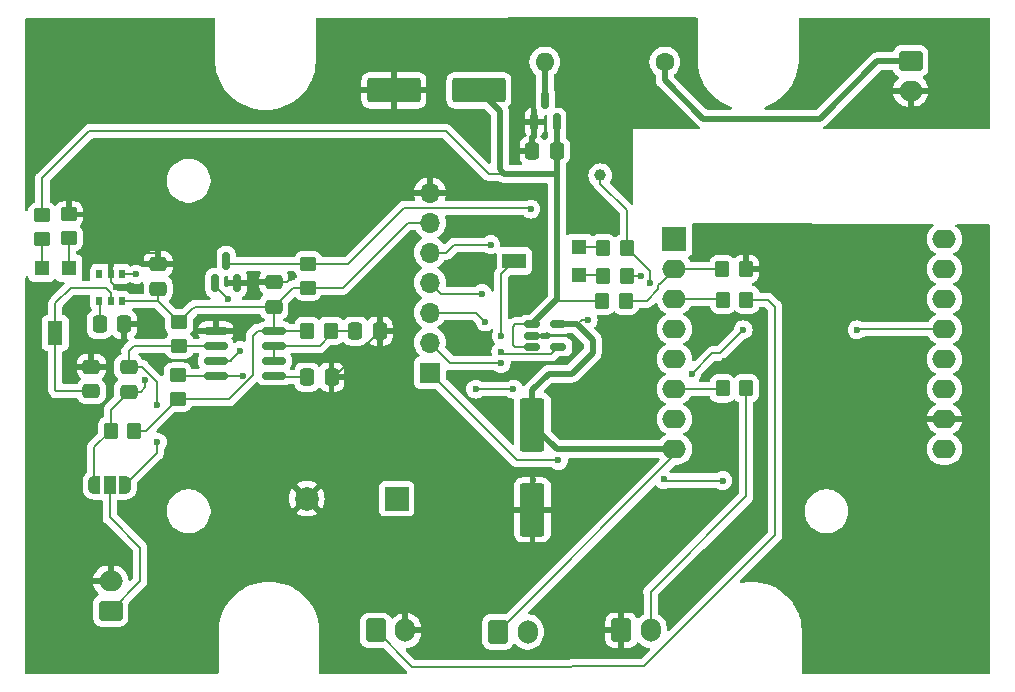
<source format=gbr>
%TF.GenerationSoftware,KiCad,Pcbnew,8.0.7*%
%TF.CreationDate,2025-02-17T10:06:14+01:00*%
%TF.ProjectId,Mail-box,4d61696c-2d62-46f7-982e-6b696361645f,rev?*%
%TF.SameCoordinates,Original*%
%TF.FileFunction,Copper,L1,Top*%
%TF.FilePolarity,Positive*%
%FSLAX46Y46*%
G04 Gerber Fmt 4.6, Leading zero omitted, Abs format (unit mm)*
G04 Created by KiCad (PCBNEW 8.0.7) date 2025-02-17 10:06:14*
%MOMM*%
%LPD*%
G01*
G04 APERTURE LIST*
G04 Aperture macros list*
%AMRoundRect*
0 Rectangle with rounded corners*
0 $1 Rounding radius*
0 $2 $3 $4 $5 $6 $7 $8 $9 X,Y pos of 4 corners*
0 Add a 4 corners polygon primitive as box body*
4,1,4,$2,$3,$4,$5,$6,$7,$8,$9,$2,$3,0*
0 Add four circle primitives for the rounded corners*
1,1,$1+$1,$2,$3*
1,1,$1+$1,$4,$5*
1,1,$1+$1,$6,$7*
1,1,$1+$1,$8,$9*
0 Add four rect primitives between the rounded corners*
20,1,$1+$1,$2,$3,$4,$5,0*
20,1,$1+$1,$4,$5,$6,$7,0*
20,1,$1+$1,$6,$7,$8,$9,0*
20,1,$1+$1,$8,$9,$2,$3,0*%
%AMFreePoly0*
4,1,19,0.550000,-0.750000,0.000000,-0.750000,0.000000,-0.744911,-0.071157,-0.744911,-0.207708,-0.704816,-0.327430,-0.627875,-0.420627,-0.520320,-0.479746,-0.390866,-0.500000,-0.250000,-0.500000,0.250000,-0.479746,0.390866,-0.420627,0.520320,-0.327430,0.627875,-0.207708,0.704816,-0.071157,0.744911,0.000000,0.744911,0.000000,0.750000,0.550000,0.750000,0.550000,-0.750000,0.550000,-0.750000,
$1*%
%AMFreePoly1*
4,1,19,0.000000,0.744911,0.071157,0.744911,0.207708,0.704816,0.327430,0.627875,0.420627,0.520320,0.479746,0.390866,0.500000,0.250000,0.500000,-0.250000,0.479746,-0.390866,0.420627,-0.520320,0.327430,-0.627875,0.207708,-0.704816,0.071157,-0.744911,0.000000,-0.744911,0.000000,-0.750000,-0.550000,-0.750000,-0.550000,0.750000,0.000000,0.750000,0.000000,0.744911,0.000000,0.744911,
$1*%
G04 Aperture macros list end*
%TA.AperFunction,SMDPad,CuDef*%
%ADD10C,1.000000*%
%TD*%
%TA.AperFunction,SMDPad,CuDef*%
%ADD11RoundRect,0.250001X1.999999X0.799999X-1.999999X0.799999X-1.999999X-0.799999X1.999999X-0.799999X0*%
%TD*%
%TA.AperFunction,SMDPad,CuDef*%
%ADD12RoundRect,0.250000X0.450000X-0.350000X0.450000X0.350000X-0.450000X0.350000X-0.450000X-0.350000X0*%
%TD*%
%TA.AperFunction,SMDPad,CuDef*%
%ADD13RoundRect,0.250000X-0.450000X0.350000X-0.450000X-0.350000X0.450000X-0.350000X0.450000X0.350000X0*%
%TD*%
%TA.AperFunction,ComponentPad*%
%ADD14RoundRect,0.250000X-0.600000X-0.750000X0.600000X-0.750000X0.600000X0.750000X-0.600000X0.750000X0*%
%TD*%
%TA.AperFunction,ComponentPad*%
%ADD15O,1.700000X2.000000*%
%TD*%
%TA.AperFunction,ComponentPad*%
%ADD16RoundRect,0.250000X0.750000X-0.600000X0.750000X0.600000X-0.750000X0.600000X-0.750000X-0.600000X0*%
%TD*%
%TA.AperFunction,ComponentPad*%
%ADD17O,2.000000X1.700000*%
%TD*%
%TA.AperFunction,SMDPad,CuDef*%
%ADD18RoundRect,0.250000X-0.337500X-0.475000X0.337500X-0.475000X0.337500X0.475000X-0.337500X0.475000X0*%
%TD*%
%TA.AperFunction,ComponentPad*%
%ADD19R,2.000000X2.000000*%
%TD*%
%TA.AperFunction,ComponentPad*%
%ADD20O,2.000000X1.600000*%
%TD*%
%TA.AperFunction,SMDPad,CuDef*%
%ADD21RoundRect,0.150000X0.150000X-0.587500X0.150000X0.587500X-0.150000X0.587500X-0.150000X-0.587500X0*%
%TD*%
%TA.AperFunction,SMDPad,CuDef*%
%ADD22RoundRect,0.250000X0.475000X-0.337500X0.475000X0.337500X-0.475000X0.337500X-0.475000X-0.337500X0*%
%TD*%
%TA.AperFunction,ComponentPad*%
%ADD23RoundRect,0.250000X-0.750000X0.600000X-0.750000X-0.600000X0.750000X-0.600000X0.750000X0.600000X0*%
%TD*%
%TA.AperFunction,SMDPad,CuDef*%
%ADD24RoundRect,0.150000X-0.825000X-0.150000X0.825000X-0.150000X0.825000X0.150000X-0.825000X0.150000X0*%
%TD*%
%TA.AperFunction,SMDPad,CuDef*%
%ADD25RoundRect,0.250000X0.337500X0.475000X-0.337500X0.475000X-0.337500X-0.475000X0.337500X-0.475000X0*%
%TD*%
%TA.AperFunction,ComponentPad*%
%ADD26R,1.700000X1.700000*%
%TD*%
%TA.AperFunction,ComponentPad*%
%ADD27O,1.700000X1.700000*%
%TD*%
%TA.AperFunction,SMDPad,CuDef*%
%ADD28RoundRect,0.150000X-0.512500X-0.150000X0.512500X-0.150000X0.512500X0.150000X-0.512500X0.150000X0*%
%TD*%
%TA.AperFunction,SMDPad,CuDef*%
%ADD29RoundRect,0.250000X-0.350000X-0.450000X0.350000X-0.450000X0.350000X0.450000X-0.350000X0.450000X0*%
%TD*%
%TA.AperFunction,ComponentPad*%
%ADD30C,2.000000*%
%TD*%
%TA.AperFunction,SMDPad,CuDef*%
%ADD31FreePoly0,0.000000*%
%TD*%
%TA.AperFunction,SMDPad,CuDef*%
%ADD32R,1.000000X1.500000*%
%TD*%
%TA.AperFunction,SMDPad,CuDef*%
%ADD33FreePoly1,0.000000*%
%TD*%
%TA.AperFunction,ComponentPad*%
%ADD34C,1.600000*%
%TD*%
%TA.AperFunction,ComponentPad*%
%ADD35O,1.600000X1.600000*%
%TD*%
%TA.AperFunction,SMDPad,CuDef*%
%ADD36RoundRect,0.250000X0.350000X0.450000X-0.350000X0.450000X-0.350000X-0.450000X0.350000X-0.450000X0*%
%TD*%
%TA.AperFunction,SMDPad,CuDef*%
%ADD37R,1.300000X1.300000*%
%TD*%
%TA.AperFunction,SMDPad,CuDef*%
%ADD38R,1.300000X2.000000*%
%TD*%
%TA.AperFunction,SMDPad,CuDef*%
%ADD39R,0.510000X0.700000*%
%TD*%
%TA.AperFunction,SMDPad,CuDef*%
%ADD40R,2.000000X1.300000*%
%TD*%
%TA.AperFunction,SMDPad,CuDef*%
%ADD41RoundRect,0.250001X-0.799999X1.999999X-0.799999X-1.999999X0.799999X-1.999999X0.799999X1.999999X0*%
%TD*%
%TA.AperFunction,ViaPad*%
%ADD42C,0.600000*%
%TD*%
%TA.AperFunction,Conductor*%
%ADD43C,0.200000*%
%TD*%
%TA.AperFunction,Conductor*%
%ADD44C,0.500000*%
%TD*%
G04 APERTURE END LIST*
D10*
%TO.P,3V1,1,1*%
%TO.N,3V1*%
X128240000Y-83780000D03*
%TD*%
D11*
%TO.P,C7,1*%
%TO.N,Net-(Q2-S)*%
X117970000Y-76570000D03*
%TO.P,C7,2*%
%TO.N,GND*%
X110770000Y-76570000D03*
%TD*%
D12*
%TO.P,R9,1*%
%TO.N,3V1*%
X92470000Y-102720000D03*
%TO.P,R9,2*%
%TO.N,TRIG-EN*%
X92470000Y-100720000D03*
%TD*%
D13*
%TO.P,R1,1*%
%TO.N,Net-(Q2-S)*%
X81010000Y-87160000D03*
%TO.P,R1,2*%
%TO.N,Net-(R1-Pad2)*%
X81010000Y-89160000D03*
%TD*%
D14*
%TO.P,J4,1,Pin_1*%
%TO.N,GND*%
X130030000Y-122300000D03*
D15*
%TO.P,J4,2,Pin_2*%
%TO.N,Net-(J4-Pin_2)*%
X132530000Y-122300000D03*
%TD*%
D16*
%TO.P,J1,1,Pin_1*%
%TO.N,Net-(J1-Pin_1)*%
X86782500Y-120630000D03*
D17*
%TO.P,J1,2,Pin_2*%
%TO.N,GND*%
X86782500Y-118130000D03*
%TD*%
D18*
%TO.P,C9,1*%
%TO.N,Net-(U1-CT)*%
X85852500Y-96400000D03*
%TO.P,C9,2*%
%TO.N,GND*%
X87927500Y-96400000D03*
%TD*%
D19*
%TO.P,U3,1,~{RST}*%
%TO.N,Net-(Q1-D)*%
X134525000Y-89180000D03*
D20*
%TO.P,U3,2,A0*%
%TO.N,A0*%
X134525000Y-91720000D03*
%TO.P,U3,3,D0*%
%TO.N,D0*%
X134525000Y-94260000D03*
%TO.P,U3,4,SCK/D5*%
%TO.N,Net-(U3-SCK{slash}D5)*%
X134525000Y-96800000D03*
%TO.P,U3,5,MISO/D6*%
%TO.N,Net-(U3-MISO{slash}D6)*%
X134525000Y-99340000D03*
%TO.P,U3,6,MOSI/D7*%
%TO.N,TRIG-EN*%
X134525000Y-101880000D03*
%TO.P,U3,7,CS/D8*%
%TO.N,Buzzer*%
X134525000Y-104420000D03*
%TO.P,U3,8,3V3*%
%TO.N,3V1*%
X134525000Y-106960000D03*
%TO.P,U3,9,5V*%
%TO.N,unconnected-(U3-5V-Pad9)*%
X157385000Y-106960000D03*
%TO.P,U3,10,GND*%
%TO.N,GND*%
X157385000Y-104420000D03*
%TO.P,U3,11,D4*%
%TO.N,unconnected-(U3-D4-Pad11)*%
X157385000Y-101880000D03*
%TO.P,U3,12,D3*%
%TO.N,Net-(U3-D3)*%
X157385000Y-99340000D03*
%TO.P,U3,13,SDA/D2*%
%TO.N,Net-(U3-SDA{slash}D2)*%
X157385000Y-96800000D03*
%TO.P,U3,14,SCL/D1*%
%TO.N,Net-(U3-SCL{slash}D1)*%
X157385000Y-94260000D03*
%TO.P,U3,15,RX*%
%TO.N,unconnected-(U3-RX-Pad15)*%
X157385000Y-91720000D03*
%TO.P,U3,16,TX*%
%TO.N,unconnected-(U3-TX-Pad16)*%
X157385000Y-89180000D03*
%TD*%
D21*
%TO.P,Q2,1,G*%
%TO.N,GND*%
X122650000Y-79297500D03*
%TO.P,Q2,2,S*%
%TO.N,Net-(Q2-S)*%
X124550000Y-79297500D03*
%TO.P,Q2,3,D*%
%TO.N,Net-(Q2-D)*%
X123600000Y-77422500D03*
%TD*%
D22*
%TO.P,C4,1*%
%TO.N,3V1*%
X100610000Y-94897500D03*
%TO.P,C4,2*%
%TO.N,GND*%
X100610000Y-92822500D03*
%TD*%
D23*
%TO.P,J5,1,Pin_1*%
%TO.N,Net-(J5-Pin_1)*%
X154520000Y-74120000D03*
D17*
%TO.P,J5,2,Pin_2*%
%TO.N,GND*%
X154520000Y-76620000D03*
%TD*%
D24*
%TO.P,U2,1,GND*%
%TO.N,GND*%
X95680000Y-96950000D03*
%TO.P,U2,2,TR*%
%TO.N,Net-(JP1-B)*%
X95680000Y-98220000D03*
%TO.P,U2,3,Q*%
%TO.N,Net-(Q1-G)*%
X95680000Y-99490000D03*
%TO.P,U2,4,R*%
%TO.N,TRIG-EN*%
X95680000Y-100760000D03*
%TO.P,U2,5,CV*%
%TO.N,Net-(U2-CV)*%
X100630000Y-100760000D03*
%TO.P,U2,6,THR*%
%TO.N,Net-(U2-DIS)*%
X100630000Y-99490000D03*
%TO.P,U2,7,DIS*%
X100630000Y-98220000D03*
%TO.P,U2,8,VCC*%
%TO.N,3V1*%
X100630000Y-96950000D03*
%TD*%
D25*
%TO.P,C6,1*%
%TO.N,Net-(Q2-S)*%
X124567500Y-81690000D03*
%TO.P,C6,2*%
%TO.N,GND*%
X122492500Y-81690000D03*
%TD*%
D26*
%TO.P,U5,1,M0*%
%TO.N,Net-(U3-SCL{slash}D1)*%
X113820000Y-100490000D03*
D27*
%TO.P,U5,2,M1*%
%TO.N,Net-(U3-SDA{slash}D2)*%
X113820000Y-97950000D03*
%TO.P,U5,3,RxD*%
%TO.N,Net-(U3-MISO{slash}D6)*%
X113820000Y-95410000D03*
%TO.P,U5,4,TxD*%
%TO.N,Net-(U3-SCK{slash}D5)*%
X113820000Y-92870000D03*
%TO.P,U5,5,AUX*%
%TO.N,Net-(U3-D3)*%
X113820000Y-90330000D03*
%TO.P,U5,6,VCC*%
%TO.N,3V1*%
X113820000Y-87790000D03*
%TO.P,U5,7,GND*%
%TO.N,GND*%
X113820000Y-85250000D03*
%TD*%
D28*
%TO.P,U4,1,IN*%
%TO.N,Net-(Q2-S)*%
X122425000Y-96400000D03*
%TO.P,U4,2,GND*%
%TO.N,GND*%
X122425000Y-97350000D03*
%TO.P,U4,3,EN*%
%TO.N,Net-(Q2-S)*%
X122425000Y-98300000D03*
%TO.P,U4,4,FB*%
%TO.N,Net-(U4-FB)*%
X124700000Y-98300000D03*
%TO.P,U4,5,OUT*%
%TO.N,3V1*%
X124700000Y-96400000D03*
%TD*%
D29*
%TO.P,R11,1*%
%TO.N,3V1*%
X103450000Y-96940000D03*
%TO.P,R11,2*%
%TO.N,Net-(U2-DIS)*%
X105450000Y-96940000D03*
%TD*%
D19*
%TO.P,BZ1,1,+*%
%TO.N,Buzzer*%
X111000000Y-111150000D03*
D30*
%TO.P,BZ1,2,-*%
%TO.N,GND*%
X103400000Y-111150000D03*
%TD*%
D22*
%TO.P,C1,1*%
%TO.N,Net-(U1-Sense)*%
X85140000Y-102047500D03*
%TO.P,C1,2*%
%TO.N,GND*%
X85140000Y-99972500D03*
%TD*%
D31*
%TO.P,JP1,1,A*%
%TO.N,Net-(JP1-A)*%
X85410000Y-109970000D03*
D32*
%TO.P,JP1,2,C*%
%TO.N,Net-(J1-Pin_1)*%
X86710000Y-109970000D03*
D33*
%TO.P,JP1,3,B*%
%TO.N,Net-(JP1-B)*%
X88010000Y-109970000D03*
%TD*%
D34*
%TO.P,F1,1*%
%TO.N,Net-(J5-Pin_1)*%
X133710000Y-74180000D03*
D35*
%TO.P,F1,2*%
%TO.N,Net-(Q2-D)*%
X123550000Y-74180000D03*
%TD*%
D14*
%TO.P,J3,1,Pin_1*%
%TO.N,3V1*%
X119590000Y-122430000D03*
D15*
%TO.P,J3,2,Pin_2*%
%TO.N,A0*%
X122090000Y-122430000D03*
%TD*%
D22*
%TO.P,C2,1*%
%TO.N,Net-(JP1-A)*%
X88320000Y-102087500D03*
%TO.P,C2,2*%
%TO.N,Net-(JP1-B)*%
X88320000Y-100012500D03*
%TD*%
D36*
%TO.P,R7,1*%
%TO.N,Net-(J2-Pin_1)*%
X140620000Y-94300000D03*
%TO.P,R7,2*%
%TO.N,D0*%
X138620000Y-94300000D03*
%TD*%
%TO.P,R6,1*%
%TO.N,3V1*%
X88800000Y-105400000D03*
%TO.P,R6,2*%
%TO.N,Net-(JP1-A)*%
X86800000Y-105400000D03*
%TD*%
%TO.P,R3,1*%
%TO.N,A0*%
X130420000Y-94380000D03*
%TO.P,R3,2*%
%TO.N,Net-(Q2-S)*%
X128420000Y-94380000D03*
%TD*%
D14*
%TO.P,J2,1,Pin_1*%
%TO.N,Net-(J2-Pin_1)*%
X109240000Y-122310000D03*
D15*
%TO.P,J2,2,Pin_2*%
%TO.N,GND*%
X111740000Y-122310000D03*
%TD*%
D29*
%TO.P,R13,1*%
%TO.N,TRIG-EN*%
X138590000Y-101820000D03*
%TO.P,R13,2*%
%TO.N,Net-(J4-Pin_2)*%
X140590000Y-101820000D03*
%TD*%
%TO.P,R10,1*%
%TO.N,A0*%
X138580000Y-91710000D03*
%TO.P,R10,2*%
%TO.N,GND*%
X140580000Y-91710000D03*
%TD*%
D36*
%TO.P,R14,1*%
%TO.N,3V1*%
X130490000Y-89940000D03*
%TO.P,R14,2*%
%TO.N,Net-(R14-Pad2)*%
X128490000Y-89940000D03*
%TD*%
D37*
%TO.P,RV1,1,1*%
%TO.N,Net-(R1-Pad2)*%
X80950000Y-91630000D03*
D38*
%TO.P,RV1,2,2*%
%TO.N,Net-(U1-Sense)*%
X82100000Y-97130000D03*
D37*
%TO.P,RV1,3,3*%
%TO.N,Net-(R2-Pad1)*%
X83250000Y-91630000D03*
%TD*%
D22*
%TO.P,C10,1*%
%TO.N,3V1*%
X90800000Y-93367500D03*
%TO.P,C10,2*%
%TO.N,GND*%
X90800000Y-91292500D03*
%TD*%
D13*
%TO.P,R8,1*%
%TO.N,3V1*%
X92590000Y-96210000D03*
%TO.P,R8,2*%
%TO.N,Net-(JP1-B)*%
X92590000Y-98210000D03*
%TD*%
D18*
%TO.P,C5,1*%
%TO.N,Net-(U2-DIS)*%
X107492500Y-96960000D03*
%TO.P,C5,2*%
%TO.N,GND*%
X109567500Y-96960000D03*
%TD*%
%TO.P,C3,1*%
%TO.N,Net-(U2-CV)*%
X103412500Y-100860000D03*
%TO.P,C3,2*%
%TO.N,GND*%
X105487500Y-100860000D03*
%TD*%
D12*
%TO.P,R2,1*%
%TO.N,Net-(R2-Pad1)*%
X83250000Y-89090000D03*
%TO.P,R2,2*%
%TO.N,GND*%
X83250000Y-87090000D03*
%TD*%
D39*
%TO.P,U1,1,~{Reset}*%
%TO.N,Net-(JP1-A)*%
X87730000Y-92120000D03*
%TO.P,U1,2,GND*%
%TO.N,GND*%
X86780000Y-92120000D03*
%TO.P,U1,3,~{MR}*%
%TO.N,unconnected-(U1-~{MR}-Pad3)*%
X85830000Y-92120000D03*
%TO.P,U1,4,CT*%
%TO.N,Net-(U1-CT)*%
X85830000Y-94440000D03*
%TO.P,U1,5,Sense*%
%TO.N,Net-(U1-Sense)*%
X86780000Y-94440000D03*
%TO.P,U1,6,VDD*%
%TO.N,3V1*%
X87730000Y-94440000D03*
%TD*%
D12*
%TO.P,R12,1*%
%TO.N,3V1*%
X103500000Y-93280000D03*
%TO.P,R12,2*%
%TO.N,Net-(Q1-D)*%
X103500000Y-91280000D03*
%TD*%
D37*
%TO.P,RV2,1,1*%
%TO.N,Net-(R14-Pad2)*%
X126470000Y-89880000D03*
D40*
%TO.P,RV2,2,2*%
%TO.N,Net-(U4-FB)*%
X120970000Y-91030000D03*
D37*
%TO.P,RV2,3,3*%
%TO.N,Net-(R15-Pad1)*%
X126470000Y-92180000D03*
%TD*%
D21*
%TO.P,Q1,1,G*%
%TO.N,Net-(Q1-G)*%
X95617500Y-92887500D03*
%TO.P,Q1,2,S*%
%TO.N,GND*%
X97517500Y-92887500D03*
%TO.P,Q1,3,D*%
%TO.N,Net-(Q1-D)*%
X96567500Y-91012500D03*
%TD*%
D41*
%TO.P,C8,1*%
%TO.N,3V1*%
X122500000Y-104900000D03*
%TO.P,C8,2*%
%TO.N,GND*%
X122500000Y-112100000D03*
%TD*%
D29*
%TO.P,R15,1*%
%TO.N,Net-(R15-Pad1)*%
X128470000Y-92260000D03*
%TO.P,R15,2*%
%TO.N,GND*%
X130470000Y-92260000D03*
%TD*%
D42*
%TO.N,GND*%
X118230000Y-97550000D03*
X110800000Y-74670000D03*
X87200000Y-93220000D03*
X98360000Y-78830000D03*
X82070000Y-85690000D03*
X130280000Y-108830000D03*
X108950000Y-78890000D03*
X118560000Y-103160000D03*
X83880000Y-94940000D03*
X88250000Y-78830000D03*
X82190000Y-81100000D03*
X128450000Y-103690000D03*
X114340000Y-79070000D03*
X102090000Y-92410000D03*
X125080000Y-99470000D03*
X120430000Y-112000000D03*
X145170000Y-95810000D03*
X106380000Y-98850000D03*
X153430000Y-91560000D03*
X140940000Y-113850000D03*
X122540000Y-115080000D03*
X122170000Y-99730000D03*
X91080000Y-96460000D03*
X110440000Y-91620000D03*
X98960000Y-95900000D03*
X98360000Y-81280000D03*
X136940000Y-89090000D03*
X122520000Y-109530000D03*
X113880000Y-76470000D03*
X104410000Y-78770000D03*
X131680000Y-92260000D03*
X93340000Y-78950000D03*
X133920000Y-112940000D03*
X93400000Y-81400000D03*
X108950000Y-81520000D03*
X88250000Y-81340000D03*
X115870000Y-82570000D03*
X117830000Y-81030000D03*
X124670000Y-112060000D03*
X91120000Y-99530000D03*
X114410000Y-81710000D03*
X84030000Y-83180000D03*
X110770000Y-78320000D03*
X141800000Y-108280000D03*
X94530000Y-95880000D03*
X118710000Y-84640000D03*
X117010000Y-88850000D03*
X138800000Y-99460000D03*
X107810000Y-76520000D03*
X84080000Y-97670000D03*
X104360000Y-81220000D03*
X136960000Y-117590000D03*
X130280000Y-98850000D03*
X98870000Y-92860000D03*
X79930000Y-85690000D03*
X116890000Y-92850000D03*
%TO.N,3V1*%
X132410000Y-92890000D03*
X127210000Y-96000000D03*
%TO.N,Net-(Q1-D)*%
X122365000Y-86635000D03*
%TO.N,Net-(Q1-G)*%
X96690000Y-94240000D03*
X97760000Y-98630000D03*
%TO.N,TRIG-EN*%
X117700000Y-101880000D03*
X120890000Y-101880000D03*
X97950000Y-100740000D03*
%TO.N,Net-(U4-FB)*%
X119830000Y-98700000D03*
X119860000Y-97410000D03*
%TO.N,Net-(U3-MISO{slash}D6)*%
X118500000Y-96190000D03*
%TO.N,Net-(U3-SDA{slash}D2)*%
X135970000Y-100590000D03*
X140340000Y-96860000D03*
X150005000Y-96865000D03*
X119850000Y-99690000D03*
%TO.N,Net-(U3-D3)*%
X118980000Y-89650000D03*
%TO.N,Net-(U3-SCK{slash}D5)*%
X118250000Y-93790000D03*
%TO.N,Net-(U3-SCL{slash}D1)*%
X138600000Y-109620000D03*
X124700000Y-107900000D03*
X133600000Y-109520000D03*
%TO.N,Net-(JP1-B)*%
X90730000Y-103250000D03*
X90730000Y-106380000D03*
%TO.N,Net-(JP1-A)*%
X89710000Y-101090000D03*
X88970000Y-92150000D03*
%TD*%
D43*
%TO.N,GND*%
X98907500Y-92822500D02*
X98870000Y-92860000D01*
X100610000Y-92822500D02*
X101677500Y-92822500D01*
X122425000Y-97350000D02*
X125790000Y-97350000D01*
X130470000Y-92260000D02*
X131680000Y-92260000D01*
X126200000Y-97760000D02*
X126200000Y-98790000D01*
X109567500Y-96960000D02*
X105667500Y-100860000D01*
X105667500Y-100860000D02*
X105487500Y-100860000D01*
X100610000Y-92822500D02*
X98907500Y-92822500D01*
X87120000Y-90390000D02*
X86780000Y-90730000D01*
X90800000Y-91292500D02*
X90800000Y-90530000D01*
X126200000Y-98790000D02*
X125520000Y-99470000D01*
X87200000Y-93220000D02*
X86780000Y-92800000D01*
X86780000Y-92800000D02*
X86780000Y-92120000D01*
X125790000Y-97350000D02*
X126200000Y-97760000D01*
X86780000Y-90730000D02*
X86780000Y-92120000D01*
X90800000Y-90530000D02*
X90660000Y-90390000D01*
X125520000Y-99470000D02*
X125080000Y-99470000D01*
X90660000Y-90390000D02*
X87120000Y-90390000D01*
X101677500Y-92822500D02*
X102090000Y-92410000D01*
%TO.N,Net-(U2-CV)*%
X100730000Y-100860000D02*
X100630000Y-100760000D01*
X103412500Y-100860000D02*
X100730000Y-100860000D01*
%TO.N,3V1*%
X128240000Y-84480000D02*
X130490000Y-86730000D01*
X130490000Y-86730000D02*
X130490000Y-89940000D01*
X100610000Y-96930000D02*
X100630000Y-96950000D01*
D44*
X127600000Y-98780000D02*
X127600000Y-97690000D01*
D43*
X90820000Y-94440000D02*
X90800000Y-94420000D01*
X126710000Y-96000000D02*
X126310000Y-96400000D01*
X96818529Y-102720000D02*
X98820000Y-100718529D01*
X127210000Y-96000000D02*
X126710000Y-96000000D01*
D44*
X125810000Y-100570000D02*
X127600000Y-98780000D01*
D43*
X90800000Y-94420000D02*
X90800000Y-93367500D01*
X98820000Y-100718529D02*
X98820000Y-97370000D01*
X92590000Y-96210000D02*
X90820000Y-94440000D01*
X99240000Y-96950000D02*
X100630000Y-96950000D01*
X98820000Y-97370000D02*
X99240000Y-96950000D01*
X90820000Y-94440000D02*
X87730000Y-94440000D01*
X134525000Y-107495000D02*
X119590000Y-122430000D01*
D44*
X122500000Y-101950000D02*
X123880000Y-100570000D01*
D43*
X132410000Y-91860000D02*
X132410000Y-92890000D01*
D44*
X127600000Y-97690000D02*
X126310000Y-96400000D01*
D43*
X103500000Y-93280000D02*
X106440000Y-93280000D01*
D44*
X124560000Y-106960000D02*
X134525000Y-106960000D01*
D43*
X102227500Y-93280000D02*
X100610000Y-94897500D01*
X111940000Y-87780000D02*
X111950000Y-87790000D01*
D44*
X122500000Y-104900000D02*
X124560000Y-106960000D01*
D43*
X103500000Y-93280000D02*
X102227500Y-93280000D01*
D44*
X126310000Y-96400000D02*
X124700000Y-96400000D01*
X122500000Y-104900000D02*
X122500000Y-101950000D01*
X123880000Y-100570000D02*
X125810000Y-100570000D01*
D43*
X100610000Y-94897500D02*
X100610000Y-96930000D01*
X93952500Y-94897500D02*
X100610000Y-94897500D01*
X93830000Y-95020000D02*
X93952500Y-94897500D01*
X106440000Y-93280000D02*
X111940000Y-87780000D01*
X111950000Y-87790000D02*
X113820000Y-87790000D01*
X89790000Y-105400000D02*
X88800000Y-105400000D01*
X93780000Y-95020000D02*
X93830000Y-95020000D01*
X134525000Y-106960000D02*
X134525000Y-107495000D01*
X92470000Y-102720000D02*
X96818529Y-102720000D01*
X100630000Y-96950000D02*
X103440000Y-96950000D01*
X92470000Y-102720000D02*
X89790000Y-105400000D01*
X92590000Y-96210000D02*
X93780000Y-95020000D01*
X103440000Y-96950000D02*
X103450000Y-96940000D01*
X130490000Y-89940000D02*
X132410000Y-91860000D01*
X128240000Y-83780000D02*
X128240000Y-84480000D01*
%TO.N,Net-(U2-DIS)*%
X105450000Y-97240000D02*
X105450000Y-96940000D01*
X100630000Y-98220000D02*
X104470000Y-98220000D01*
X100630000Y-98220000D02*
X100630000Y-99490000D01*
X107472500Y-96940000D02*
X107492500Y-96960000D01*
X105450000Y-96940000D02*
X107472500Y-96940000D01*
X104470000Y-98220000D02*
X105450000Y-97240000D01*
%TO.N,A0*%
X133160000Y-93070000D02*
X133360000Y-92870000D01*
X133160000Y-93420000D02*
X133160000Y-93070000D01*
X130420000Y-94380000D02*
X132200000Y-94380000D01*
X132200000Y-94380000D02*
X133160000Y-93420000D01*
X133375000Y-92870000D02*
X134525000Y-91720000D01*
X134525000Y-91720000D02*
X138570000Y-91720000D01*
X133360000Y-92870000D02*
X133375000Y-92870000D01*
X138570000Y-91720000D02*
X138580000Y-91710000D01*
%TO.N,Net-(U1-Sense)*%
X82100000Y-97130000D02*
X82100000Y-94620000D01*
X82100000Y-101970000D02*
X82177500Y-102047500D01*
X86370000Y-93310000D02*
X86780000Y-93720000D01*
X82177500Y-102047500D02*
X85140000Y-102047500D01*
X86780000Y-93720000D02*
X86780000Y-94440000D01*
X82100000Y-94620000D02*
X83410000Y-93310000D01*
X83410000Y-93310000D02*
X86370000Y-93310000D01*
X82100000Y-97130000D02*
X82100000Y-101970000D01*
D44*
%TO.N,Net-(Q2-D)*%
X123550000Y-74180000D02*
X123550000Y-77372500D01*
D43*
X123550000Y-77372500D02*
X123600000Y-77422500D01*
D44*
%TO.N,Net-(J5-Pin_1)*%
X136960000Y-78970000D02*
X133710000Y-75720000D01*
X133710000Y-75720000D02*
X133710000Y-74180000D01*
X146840000Y-78970000D02*
X136960000Y-78970000D01*
X154520000Y-74120000D02*
X151690000Y-74120000D01*
X151690000Y-74120000D02*
X146840000Y-78970000D01*
D43*
%TO.N,Net-(J2-Pin_1)*%
X143030000Y-114260000D02*
X143030000Y-94910000D01*
X142420000Y-94300000D02*
X140620000Y-94300000D01*
X143030000Y-94910000D02*
X142420000Y-94300000D01*
X125760000Y-125410000D02*
X125830000Y-125340000D01*
X125830000Y-125340000D02*
X131950000Y-125340000D01*
X109240000Y-122310000D02*
X112340000Y-125410000D01*
X131950000Y-125340000D02*
X143030000Y-114260000D01*
X112340000Y-125410000D02*
X125760000Y-125410000D01*
%TO.N,Net-(J4-Pin_2)*%
X140590000Y-101820000D02*
X140590000Y-110950000D01*
X132530000Y-119070000D02*
X132530000Y-122300000D01*
X132500000Y-119040000D02*
X132530000Y-119070000D01*
X140590000Y-110950000D02*
X132500000Y-119040000D01*
%TO.N,Net-(Q1-D)*%
X134675000Y-89030000D02*
X134525000Y-89180000D01*
X106900000Y-91280000D02*
X103500000Y-91280000D01*
X96835000Y-91280000D02*
X96567500Y-91012500D01*
X103500000Y-91280000D02*
X96835000Y-91280000D01*
X111630000Y-86550000D02*
X106900000Y-91280000D01*
X122365000Y-86635000D02*
X122280000Y-86550000D01*
X122280000Y-86550000D02*
X111630000Y-86550000D01*
%TO.N,Net-(Q1-G)*%
X96940000Y-99450000D02*
X96940000Y-99470000D01*
X95617500Y-92887500D02*
X95617500Y-93167500D01*
X96920000Y-99490000D02*
X95680000Y-99490000D01*
X97760000Y-98630000D02*
X96940000Y-99450000D01*
X96940000Y-99470000D02*
X96920000Y-99490000D01*
X95617500Y-93167500D02*
X96690000Y-94240000D01*
%TO.N,D0*%
X134525000Y-94260000D02*
X138580000Y-94260000D01*
X138580000Y-94260000D02*
X138620000Y-94300000D01*
%TO.N,TRIG-EN*%
X97950000Y-100740000D02*
X97590000Y-100740000D01*
X92510000Y-100760000D02*
X92470000Y-100720000D01*
X97570000Y-100760000D02*
X95680000Y-100760000D01*
X134525000Y-101880000D02*
X138530000Y-101880000D01*
X95680000Y-100760000D02*
X92510000Y-100760000D01*
X138530000Y-101880000D02*
X138590000Y-101820000D01*
X97590000Y-100740000D02*
X97570000Y-100760000D01*
X120890000Y-101880000D02*
X117700000Y-101880000D01*
%TO.N,Net-(R14-Pad2)*%
X126470000Y-89880000D02*
X128430000Y-89880000D01*
X128430000Y-89880000D02*
X128490000Y-89940000D01*
%TO.N,Net-(R15-Pad1)*%
X126470000Y-92180000D02*
X128390000Y-92180000D01*
X128390000Y-92180000D02*
X128470000Y-92260000D01*
%TO.N,Net-(U4-FB)*%
X124700000Y-98300000D02*
X124100000Y-98900000D01*
X119850000Y-97400000D02*
X119850000Y-92150000D01*
X119860000Y-97410000D02*
X119850000Y-97400000D01*
X119850000Y-92150000D02*
X120970000Y-91030000D01*
X120030000Y-98900000D02*
X119830000Y-98700000D01*
X124100000Y-98900000D02*
X120030000Y-98900000D01*
%TO.N,Net-(U3-MISO{slash}D6)*%
X113820000Y-95410000D02*
X117720000Y-95410000D01*
X117720000Y-95410000D02*
X118500000Y-96190000D01*
%TO.N,Net-(U3-SDA{slash}D2)*%
X150005000Y-96865000D02*
X150070000Y-96800000D01*
X113820000Y-97950000D02*
X115560000Y-99690000D01*
X140340000Y-96860000D02*
X138340000Y-98860000D01*
X150070000Y-96800000D02*
X157385000Y-96800000D01*
X138340000Y-98860000D02*
X137700000Y-98860000D01*
X115560000Y-99690000D02*
X119850000Y-99690000D01*
X137700000Y-98860000D02*
X135970000Y-100590000D01*
%TO.N,Net-(U3-D3)*%
X115898529Y-89650000D02*
X115218529Y-90330000D01*
X118980000Y-89650000D02*
X115898529Y-89650000D01*
X115218529Y-90330000D02*
X113820000Y-90330000D01*
%TO.N,Net-(U3-SCK{slash}D5)*%
X113820000Y-92870000D02*
X114740000Y-93790000D01*
X114740000Y-93790000D02*
X118250000Y-93790000D01*
%TO.N,Net-(U3-SCL{slash}D1)*%
X133600000Y-109520000D02*
X133700000Y-109620000D01*
X121230000Y-107900000D02*
X124700000Y-107900000D01*
X113820000Y-100490000D02*
X121230000Y-107900000D01*
X133700000Y-109620000D02*
X138600000Y-109620000D01*
%TO.N,Net-(J1-Pin_1)*%
X89290000Y-115300000D02*
X89290000Y-118122500D01*
X86710000Y-112720000D02*
X89290000Y-115300000D01*
X86710000Y-109970000D02*
X86710000Y-112720000D01*
X89290000Y-118122500D02*
X86782500Y-120630000D01*
%TO.N,Net-(JP1-B)*%
X90700000Y-107280000D02*
X90700000Y-106570000D01*
X90730000Y-106540000D02*
X90730000Y-106380000D01*
X88300000Y-98670000D02*
X88320000Y-98690000D01*
X90600000Y-98210000D02*
X88760000Y-98210000D01*
X92590000Y-98210000D02*
X90600000Y-98210000D01*
X90700000Y-106570000D02*
X90730000Y-106540000D01*
X88320000Y-98690000D02*
X88320000Y-100012500D01*
X90730000Y-103250000D02*
X90730000Y-101261471D01*
X88010000Y-109970000D02*
X90700000Y-107280000D01*
X89481029Y-100012500D02*
X88320000Y-100012500D01*
X95680000Y-98220000D02*
X92600000Y-98220000D01*
X90730000Y-101261471D02*
X89481029Y-100012500D01*
X92600000Y-98220000D02*
X92590000Y-98210000D01*
X88760000Y-98210000D02*
X88300000Y-98670000D01*
%TO.N,Net-(R1-Pad2)*%
X81010000Y-89160000D02*
X81010000Y-91570000D01*
X81010000Y-91570000D02*
X80950000Y-91630000D01*
%TO.N,Net-(R2-Pad1)*%
X83250000Y-89090000D02*
X83250000Y-91630000D01*
D44*
%TO.N,Net-(Q2-S)*%
X119730000Y-83280000D02*
X120100000Y-83650000D01*
X117970000Y-76570000D02*
X119730000Y-78330000D01*
D43*
X124550000Y-81672500D02*
X124567500Y-81690000D01*
X124690000Y-94380000D02*
X124567500Y-94257500D01*
X122425000Y-98300000D02*
X121020000Y-98300000D01*
D44*
X120100000Y-83650000D02*
X120320000Y-83650000D01*
X119730000Y-78330000D02*
X119730000Y-83280000D01*
X124567500Y-94257500D02*
X122425000Y-96400000D01*
X124550000Y-79297500D02*
X124550000Y-81672500D01*
D43*
X80670000Y-86820000D02*
X81010000Y-87160000D01*
X124447500Y-83650000D02*
X124567500Y-83770000D01*
X115210000Y-80040000D02*
X84990000Y-80040000D01*
X128420000Y-94380000D02*
X124690000Y-94380000D01*
X121020000Y-98300000D02*
X120830000Y-98110000D01*
X121030000Y-96400000D02*
X122425000Y-96400000D01*
X120830000Y-96600000D02*
X120830000Y-98110000D01*
D44*
X124567500Y-83770000D02*
X124567500Y-94257500D01*
D43*
X120320000Y-83650000D02*
X118820000Y-83650000D01*
D44*
X120320000Y-83650000D02*
X124447500Y-83650000D01*
D43*
X120830000Y-96600000D02*
X121030000Y-96400000D01*
X84990000Y-80040000D02*
X81010000Y-84020000D01*
X118820000Y-83650000D02*
X115210000Y-80040000D01*
X81010000Y-84020000D02*
X81010000Y-87160000D01*
D44*
X124567500Y-81690000D02*
X124567500Y-83770000D01*
D43*
%TO.N,Net-(U1-CT)*%
X85852500Y-96400000D02*
X85852500Y-94462500D01*
X85852500Y-94462500D02*
X85830000Y-94440000D01*
%TO.N,Net-(JP1-A)*%
X86800000Y-105400000D02*
X86800000Y-103607500D01*
X88940000Y-92120000D02*
X88970000Y-92150000D01*
X85410000Y-109970000D02*
X85410000Y-106790000D01*
X86800000Y-103607500D02*
X88320000Y-102087500D01*
X89710000Y-101090000D02*
X89710000Y-101710000D01*
X89332500Y-102087500D02*
X88320000Y-102087500D01*
X89710000Y-101710000D02*
X89332500Y-102087500D01*
X85410000Y-106790000D02*
X86800000Y-105400000D01*
X87730000Y-92120000D02*
X88940000Y-92120000D01*
%TD*%
%TA.AperFunction,Conductor*%
%TO.N,GND*%
G36*
X156350260Y-87902024D02*
G01*
X156417226Y-87921952D01*
X156462788Y-87974922D01*
X156472480Y-88044117D01*
X156443224Y-88107566D01*
X156422693Y-88126341D01*
X156337782Y-88188032D01*
X156193028Y-88332786D01*
X156072715Y-88498386D01*
X155979781Y-88680776D01*
X155916522Y-88875465D01*
X155884500Y-89077648D01*
X155884500Y-89282351D01*
X155916522Y-89484534D01*
X155979781Y-89679223D01*
X156072715Y-89861613D01*
X156193028Y-90027213D01*
X156337786Y-90171971D01*
X156473599Y-90270643D01*
X156503390Y-90292287D01*
X156581584Y-90332129D01*
X156596080Y-90339515D01*
X156646876Y-90387490D01*
X156663671Y-90455311D01*
X156641134Y-90521446D01*
X156596080Y-90560485D01*
X156503386Y-90607715D01*
X156337786Y-90728028D01*
X156193028Y-90872786D01*
X156072715Y-91038386D01*
X155979781Y-91220776D01*
X155916522Y-91415465D01*
X155884500Y-91617648D01*
X155884500Y-91822351D01*
X155916522Y-92024534D01*
X155979781Y-92219223D01*
X156035142Y-92327873D01*
X156071248Y-92398735D01*
X156072715Y-92401613D01*
X156193028Y-92567213D01*
X156337786Y-92711971D01*
X156459202Y-92800183D01*
X156503390Y-92832287D01*
X156594840Y-92878883D01*
X156596080Y-92879515D01*
X156646876Y-92927490D01*
X156663671Y-92995311D01*
X156641134Y-93061446D01*
X156596080Y-93100485D01*
X156503386Y-93147715D01*
X156337786Y-93268028D01*
X156193028Y-93412786D01*
X156072715Y-93578386D01*
X155979781Y-93760776D01*
X155916522Y-93955465D01*
X155884500Y-94157648D01*
X155884500Y-94362351D01*
X155916522Y-94564534D01*
X155979781Y-94759223D01*
X156035581Y-94868735D01*
X156071677Y-94939577D01*
X156072715Y-94941613D01*
X156193028Y-95107213D01*
X156337786Y-95251971D01*
X156462680Y-95342710D01*
X156503390Y-95372287D01*
X156566867Y-95404630D01*
X156596080Y-95419515D01*
X156646876Y-95467490D01*
X156663671Y-95535311D01*
X156641134Y-95601446D01*
X156596080Y-95640485D01*
X156503386Y-95687715D01*
X156337786Y-95808028D01*
X156193028Y-95952786D01*
X156072715Y-96118385D01*
X156065883Y-96131795D01*
X156017909Y-96182591D01*
X155955398Y-96199500D01*
X150486195Y-96199500D01*
X150420222Y-96180493D01*
X150354524Y-96139211D01*
X150184254Y-96079631D01*
X150184249Y-96079630D01*
X150005004Y-96059435D01*
X150004996Y-96059435D01*
X149825750Y-96079630D01*
X149825745Y-96079631D01*
X149655476Y-96139211D01*
X149502737Y-96235184D01*
X149375184Y-96362737D01*
X149279211Y-96515476D01*
X149219631Y-96685745D01*
X149219630Y-96685750D01*
X149199435Y-96864996D01*
X149199435Y-96865003D01*
X149219630Y-97044249D01*
X149219631Y-97044254D01*
X149279211Y-97214523D01*
X149356838Y-97338065D01*
X149375184Y-97367262D01*
X149502738Y-97494816D01*
X149523270Y-97507717D01*
X149654758Y-97590337D01*
X149655478Y-97590789D01*
X149756811Y-97626247D01*
X149825745Y-97650368D01*
X149825750Y-97650369D01*
X150004996Y-97670565D01*
X150005000Y-97670565D01*
X150005004Y-97670565D01*
X150184249Y-97650369D01*
X150184252Y-97650368D01*
X150184255Y-97650368D01*
X150354522Y-97590789D01*
X150507262Y-97494816D01*
X150565259Y-97436819D01*
X150626582Y-97403334D01*
X150652940Y-97400500D01*
X155955398Y-97400500D01*
X156022437Y-97420185D01*
X156065883Y-97468205D01*
X156072715Y-97481614D01*
X156193028Y-97647213D01*
X156337786Y-97791971D01*
X156472168Y-97889603D01*
X156503390Y-97912287D01*
X156577404Y-97949999D01*
X156596080Y-97959515D01*
X156646876Y-98007490D01*
X156663671Y-98075311D01*
X156641134Y-98141446D01*
X156596080Y-98180485D01*
X156503386Y-98227715D01*
X156337786Y-98348028D01*
X156193028Y-98492786D01*
X156072715Y-98658386D01*
X155979781Y-98840776D01*
X155916522Y-99035465D01*
X155884500Y-99237648D01*
X155884500Y-99442351D01*
X155916522Y-99644534D01*
X155979781Y-99839223D01*
X156028295Y-99934435D01*
X156072218Y-100020639D01*
X156072715Y-100021613D01*
X156193028Y-100187213D01*
X156337786Y-100331971D01*
X156453153Y-100415788D01*
X156503390Y-100452287D01*
X156588328Y-100495565D01*
X156596080Y-100499515D01*
X156646876Y-100547490D01*
X156663671Y-100615311D01*
X156641134Y-100681446D01*
X156596080Y-100720485D01*
X156503386Y-100767715D01*
X156337786Y-100888028D01*
X156193028Y-101032786D01*
X156072715Y-101198386D01*
X155979781Y-101380776D01*
X155916522Y-101575465D01*
X155884500Y-101777648D01*
X155884500Y-101982351D01*
X155916522Y-102184534D01*
X155979781Y-102379223D01*
X156010289Y-102439097D01*
X156068320Y-102552989D01*
X156072715Y-102561613D01*
X156193028Y-102727213D01*
X156337786Y-102871971D01*
X156483326Y-102977710D01*
X156503390Y-102992287D01*
X156558761Y-103020500D01*
X156596629Y-103039795D01*
X156647425Y-103087770D01*
X156664220Y-103155591D01*
X156641682Y-103221726D01*
X156596629Y-103260765D01*
X156503650Y-103308140D01*
X156338105Y-103428417D01*
X156338104Y-103428417D01*
X156193417Y-103573104D01*
X156193417Y-103573105D01*
X156073140Y-103738650D01*
X155980244Y-103920970D01*
X155917009Y-104115586D01*
X155908391Y-104170000D01*
X156951988Y-104170000D01*
X156919075Y-104227007D01*
X156885000Y-104354174D01*
X156885000Y-104485826D01*
X156919075Y-104612993D01*
X156951988Y-104670000D01*
X155908391Y-104670000D01*
X155917009Y-104724413D01*
X155980244Y-104919029D01*
X156073140Y-105101349D01*
X156193417Y-105266894D01*
X156193417Y-105266895D01*
X156338104Y-105411582D01*
X156503652Y-105531861D01*
X156596628Y-105579234D01*
X156647425Y-105627208D01*
X156664220Y-105695029D01*
X156641683Y-105761164D01*
X156596630Y-105800203D01*
X156503388Y-105847713D01*
X156337786Y-105968028D01*
X156193028Y-106112786D01*
X156072715Y-106278386D01*
X155979781Y-106460776D01*
X155916522Y-106655465D01*
X155884500Y-106857648D01*
X155884500Y-107062351D01*
X155916522Y-107264534D01*
X155979781Y-107459223D01*
X156072715Y-107641613D01*
X156193028Y-107807213D01*
X156337786Y-107951971D01*
X156492749Y-108064556D01*
X156503390Y-108072287D01*
X156619607Y-108131503D01*
X156685776Y-108165218D01*
X156685778Y-108165218D01*
X156685781Y-108165220D01*
X156790137Y-108199127D01*
X156880465Y-108228477D01*
X156981557Y-108244488D01*
X157082648Y-108260500D01*
X157082649Y-108260500D01*
X157687351Y-108260500D01*
X157687352Y-108260500D01*
X157889534Y-108228477D01*
X158084219Y-108165220D01*
X158266610Y-108072287D01*
X158359590Y-108004732D01*
X158432213Y-107951971D01*
X158432215Y-107951968D01*
X158432219Y-107951966D01*
X158576966Y-107807219D01*
X158576968Y-107807215D01*
X158576971Y-107807213D01*
X158634389Y-107728182D01*
X158697287Y-107641610D01*
X158790220Y-107459219D01*
X158853477Y-107264534D01*
X158885500Y-107062352D01*
X158885500Y-106857648D01*
X158853477Y-106655466D01*
X158835617Y-106600500D01*
X158796296Y-106479481D01*
X158790220Y-106460781D01*
X158790218Y-106460778D01*
X158790218Y-106460776D01*
X158749058Y-106379996D01*
X158697287Y-106278390D01*
X158647236Y-106209500D01*
X158576971Y-106112786D01*
X158432213Y-105968028D01*
X158266611Y-105847713D01*
X158173369Y-105800203D01*
X158122574Y-105752229D01*
X158105779Y-105684407D01*
X158128317Y-105618273D01*
X158173371Y-105579234D01*
X158266347Y-105531861D01*
X158431894Y-105411582D01*
X158431895Y-105411582D01*
X158576582Y-105266895D01*
X158576582Y-105266894D01*
X158696859Y-105101349D01*
X158789755Y-104919029D01*
X158852990Y-104724413D01*
X158861609Y-104670000D01*
X157818012Y-104670000D01*
X157850925Y-104612993D01*
X157885000Y-104485826D01*
X157885000Y-104354174D01*
X157850925Y-104227007D01*
X157818012Y-104170000D01*
X158861609Y-104170000D01*
X158852990Y-104115586D01*
X158789755Y-103920970D01*
X158696859Y-103738650D01*
X158576582Y-103573105D01*
X158576582Y-103573104D01*
X158431895Y-103428417D01*
X158266349Y-103308140D01*
X158173370Y-103260765D01*
X158122574Y-103212790D01*
X158105779Y-103144969D01*
X158128316Y-103078835D01*
X158173370Y-103039795D01*
X158173920Y-103039515D01*
X158266610Y-102992287D01*
X158287770Y-102976913D01*
X158432213Y-102871971D01*
X158432215Y-102871968D01*
X158432219Y-102871966D01*
X158576966Y-102727219D01*
X158576968Y-102727215D01*
X158576971Y-102727213D01*
X158634521Y-102648001D01*
X158697287Y-102561610D01*
X158790220Y-102379219D01*
X158853477Y-102184534D01*
X158885500Y-101982352D01*
X158885500Y-101777648D01*
X158865968Y-101654331D01*
X158853477Y-101575465D01*
X158811736Y-101447000D01*
X158790220Y-101380781D01*
X158790218Y-101380778D01*
X158790218Y-101380776D01*
X158753323Y-101308366D01*
X158697287Y-101198390D01*
X158666153Y-101155537D01*
X158576971Y-101032786D01*
X158432213Y-100888028D01*
X158266614Y-100767715D01*
X158260006Y-100764348D01*
X158173917Y-100720483D01*
X158123123Y-100672511D01*
X158106328Y-100604690D01*
X158128865Y-100538555D01*
X158173917Y-100499516D01*
X158266610Y-100452287D01*
X158316847Y-100415788D01*
X158432213Y-100331971D01*
X158432215Y-100331968D01*
X158432219Y-100331966D01*
X158576966Y-100187219D01*
X158576968Y-100187215D01*
X158576971Y-100187213D01*
X158649771Y-100087011D01*
X158697287Y-100021610D01*
X158790220Y-99839219D01*
X158853477Y-99644534D01*
X158885500Y-99442352D01*
X158885500Y-99237648D01*
X158878936Y-99196203D01*
X158853477Y-99035465D01*
X158804588Y-98885001D01*
X158790220Y-98840781D01*
X158790218Y-98840778D01*
X158790218Y-98840776D01*
X158745163Y-98752352D01*
X158697287Y-98658390D01*
X158675980Y-98629063D01*
X158576971Y-98492786D01*
X158432213Y-98348028D01*
X158266614Y-98227715D01*
X158257715Y-98223181D01*
X158173917Y-98180483D01*
X158123123Y-98132511D01*
X158106328Y-98064690D01*
X158128865Y-97998555D01*
X158173917Y-97959516D01*
X158266610Y-97912287D01*
X158297832Y-97889603D01*
X158432213Y-97791971D01*
X158432215Y-97791968D01*
X158432219Y-97791966D01*
X158576966Y-97647219D01*
X158576968Y-97647215D01*
X158576971Y-97647213D01*
X158648867Y-97548255D01*
X158697287Y-97481610D01*
X158790220Y-97299219D01*
X158853477Y-97104534D01*
X158885500Y-96902352D01*
X158885500Y-96697648D01*
X158860455Y-96539521D01*
X158853477Y-96495465D01*
X158819346Y-96390423D01*
X158790220Y-96300781D01*
X158790218Y-96300778D01*
X158790218Y-96300776D01*
X158742416Y-96206961D01*
X158697287Y-96118390D01*
X158675084Y-96087830D01*
X158576971Y-95952786D01*
X158432213Y-95808028D01*
X158266614Y-95687715D01*
X158193532Y-95650478D01*
X158173917Y-95640483D01*
X158123123Y-95592511D01*
X158106328Y-95524690D01*
X158128865Y-95458555D01*
X158173917Y-95419516D01*
X158266610Y-95372287D01*
X158307320Y-95342710D01*
X158432213Y-95251971D01*
X158432215Y-95251968D01*
X158432219Y-95251966D01*
X158576966Y-95107219D01*
X158576968Y-95107215D01*
X158576971Y-95107213D01*
X158669032Y-94980500D01*
X158697287Y-94941610D01*
X158790220Y-94759219D01*
X158853477Y-94564534D01*
X158885500Y-94362352D01*
X158885500Y-94157648D01*
X158867505Y-94044035D01*
X158853477Y-93955465D01*
X158799714Y-93790000D01*
X158790220Y-93760781D01*
X158790218Y-93760778D01*
X158790218Y-93760776D01*
X158744930Y-93671895D01*
X158697287Y-93578390D01*
X158669905Y-93540701D01*
X158576971Y-93412786D01*
X158432213Y-93268028D01*
X158266614Y-93147715D01*
X158208658Y-93118185D01*
X158173917Y-93100483D01*
X158123123Y-93052511D01*
X158106328Y-92984690D01*
X158128865Y-92918555D01*
X158173917Y-92879516D01*
X158266610Y-92832287D01*
X158330041Y-92786202D01*
X158432213Y-92711971D01*
X158432215Y-92711968D01*
X158432219Y-92711966D01*
X158576966Y-92567219D01*
X158576968Y-92567215D01*
X158576971Y-92567213D01*
X158653888Y-92461344D01*
X158697287Y-92401610D01*
X158790220Y-92219219D01*
X158853477Y-92024534D01*
X158885500Y-91822352D01*
X158885500Y-91617648D01*
X158871249Y-91527671D01*
X158853477Y-91415465D01*
X158808292Y-91276401D01*
X158790220Y-91220781D01*
X158790218Y-91220778D01*
X158790218Y-91220776D01*
X158741512Y-91125186D01*
X158697287Y-91038390D01*
X158656835Y-90982712D01*
X158576971Y-90872786D01*
X158432213Y-90728028D01*
X158266614Y-90607715D01*
X158260006Y-90604348D01*
X158173917Y-90560483D01*
X158123123Y-90512511D01*
X158106328Y-90444690D01*
X158128865Y-90378555D01*
X158173917Y-90339516D01*
X158266610Y-90292287D01*
X158320225Y-90253334D01*
X158432213Y-90171971D01*
X158432215Y-90171968D01*
X158432219Y-90171966D01*
X158576966Y-90027219D01*
X158576968Y-90027215D01*
X158576971Y-90027213D01*
X158650137Y-89926507D01*
X158697287Y-89861610D01*
X158790220Y-89679219D01*
X158853477Y-89484534D01*
X158885500Y-89282352D01*
X158885500Y-89077648D01*
X158871768Y-88990951D01*
X158853477Y-88875465D01*
X158812711Y-88750001D01*
X158790220Y-88680781D01*
X158790218Y-88680778D01*
X158790218Y-88680776D01*
X158756503Y-88614607D01*
X158697287Y-88498390D01*
X158670920Y-88462099D01*
X158576971Y-88332786D01*
X158432219Y-88188034D01*
X158376136Y-88147288D01*
X158357727Y-88133913D01*
X158315062Y-88078584D01*
X158309083Y-88008971D01*
X158341688Y-87947175D01*
X158402526Y-87912818D01*
X158431061Y-87909596D01*
X161104153Y-87919323D01*
X161171120Y-87939251D01*
X161216682Y-87992221D01*
X161227701Y-88043300D01*
X161234389Y-125900501D01*
X161214716Y-125967544D01*
X161161920Y-126013308D01*
X161110394Y-126024523D01*
X145435386Y-126025109D01*
X145368345Y-126005427D01*
X145322589Y-125952625D01*
X145311381Y-125901109D01*
X145311381Y-122512243D01*
X145311382Y-122512239D01*
X145311382Y-122257652D01*
X145311382Y-122257647D01*
X145272745Y-121853022D01*
X145270981Y-121843872D01*
X145195823Y-121453913D01*
X145195821Y-121453902D01*
X145081306Y-121063901D01*
X145031704Y-120940001D01*
X144930241Y-120686559D01*
X144930239Y-120686555D01*
X144930238Y-120686552D01*
X144743984Y-120325271D01*
X144554287Y-120030097D01*
X144524236Y-119983336D01*
X144272979Y-119663836D01*
X144272972Y-119663827D01*
X143992479Y-119369655D01*
X143980938Y-119359655D01*
X143685294Y-119103477D01*
X143685281Y-119103466D01*
X143354210Y-118867712D01*
X143354202Y-118867706D01*
X143002190Y-118664473D01*
X142966594Y-118648217D01*
X142632452Y-118495619D01*
X142632443Y-118495615D01*
X142248347Y-118362678D01*
X142248343Y-118362677D01*
X141853335Y-118266849D01*
X141451006Y-118209003D01*
X141451014Y-118209003D01*
X141045001Y-118189663D01*
X140638991Y-118209003D01*
X140236661Y-118266849D01*
X140184934Y-118279398D01*
X140115144Y-118276073D01*
X140058230Y-118235543D01*
X140032263Y-118170678D01*
X140045487Y-118102071D01*
X140068018Y-118071215D01*
X143398713Y-114740521D01*
X143398716Y-114740520D01*
X143510520Y-114628716D01*
X143560639Y-114541904D01*
X143589577Y-114491785D01*
X143630500Y-114339058D01*
X143630500Y-114180943D01*
X143630500Y-112093711D01*
X145544500Y-112093711D01*
X145544500Y-112336288D01*
X145576161Y-112576785D01*
X145638947Y-112811104D01*
X145697219Y-112951785D01*
X145731776Y-113035212D01*
X145853064Y-113245289D01*
X145853066Y-113245292D01*
X145853067Y-113245293D01*
X146000733Y-113437736D01*
X146000739Y-113437743D01*
X146172256Y-113609260D01*
X146172262Y-113609265D01*
X146364711Y-113756936D01*
X146574788Y-113878224D01*
X146798900Y-113971054D01*
X147033211Y-114033838D01*
X147213586Y-114057584D01*
X147273711Y-114065500D01*
X147273712Y-114065500D01*
X147516289Y-114065500D01*
X147564388Y-114059167D01*
X147756789Y-114033838D01*
X147991100Y-113971054D01*
X148215212Y-113878224D01*
X148425289Y-113756936D01*
X148617738Y-113609265D01*
X148789265Y-113437738D01*
X148936936Y-113245289D01*
X149058224Y-113035212D01*
X149151054Y-112811100D01*
X149213838Y-112576789D01*
X149245500Y-112336288D01*
X149245500Y-112093712D01*
X149213838Y-111853211D01*
X149151054Y-111618900D01*
X149058224Y-111394788D01*
X148936936Y-111184711D01*
X148789265Y-110992262D01*
X148789260Y-110992256D01*
X148617743Y-110820739D01*
X148617736Y-110820733D01*
X148425293Y-110673067D01*
X148425292Y-110673066D01*
X148425289Y-110673064D01*
X148215212Y-110551776D01*
X148215205Y-110551773D01*
X147991104Y-110458947D01*
X147873944Y-110427554D01*
X147756789Y-110396162D01*
X147756788Y-110396161D01*
X147756785Y-110396161D01*
X147516289Y-110364500D01*
X147516288Y-110364500D01*
X147273712Y-110364500D01*
X147273711Y-110364500D01*
X147033214Y-110396161D01*
X146798895Y-110458947D01*
X146574794Y-110551773D01*
X146574785Y-110551777D01*
X146364706Y-110673067D01*
X146172263Y-110820733D01*
X146172256Y-110820739D01*
X146000739Y-110992256D01*
X146000733Y-110992263D01*
X145853067Y-111184706D01*
X145731777Y-111394785D01*
X145731773Y-111394794D01*
X145638947Y-111618895D01*
X145576161Y-111853214D01*
X145544500Y-112093711D01*
X143630500Y-112093711D01*
X143630500Y-94830943D01*
X143627455Y-94819577D01*
X143589577Y-94678215D01*
X143551223Y-94611784D01*
X143510520Y-94541284D01*
X143398716Y-94429480D01*
X143398715Y-94429479D01*
X143394385Y-94425149D01*
X143394374Y-94425139D01*
X142907590Y-93938355D01*
X142907588Y-93938352D01*
X142788717Y-93819481D01*
X142788716Y-93819480D01*
X142699549Y-93768000D01*
X142651785Y-93740423D01*
X142499057Y-93699499D01*
X142340943Y-93699499D01*
X142333347Y-93699499D01*
X142333331Y-93699500D01*
X141800301Y-93699500D01*
X141733262Y-93679815D01*
X141687507Y-93627011D01*
X141682595Y-93614504D01*
X141654814Y-93530666D01*
X141562712Y-93381344D01*
X141438656Y-93257288D01*
X141322985Y-93185942D01*
X141289336Y-93165187D01*
X141289331Y-93165185D01*
X141140343Y-93115815D01*
X141082898Y-93076042D01*
X141056075Y-93011526D01*
X141068390Y-92942750D01*
X141115933Y-92891551D01*
X141140343Y-92880403D01*
X141249119Y-92844358D01*
X141249124Y-92844356D01*
X141398345Y-92752315D01*
X141522315Y-92628345D01*
X141614356Y-92479124D01*
X141614358Y-92479119D01*
X141669505Y-92312697D01*
X141669506Y-92312690D01*
X141679999Y-92209986D01*
X141680000Y-92209973D01*
X141680000Y-91960000D01*
X140704000Y-91960000D01*
X140636961Y-91940315D01*
X140591206Y-91887511D01*
X140580000Y-91836000D01*
X140580000Y-91710000D01*
X140454000Y-91710000D01*
X140386961Y-91690315D01*
X140341206Y-91637511D01*
X140330000Y-91586000D01*
X140330000Y-91460000D01*
X140830000Y-91460000D01*
X141679999Y-91460000D01*
X141679999Y-91210028D01*
X141679998Y-91210013D01*
X141669505Y-91107302D01*
X141614358Y-90940880D01*
X141614356Y-90940875D01*
X141522315Y-90791654D01*
X141398345Y-90667684D01*
X141249124Y-90575643D01*
X141249119Y-90575641D01*
X141082697Y-90520494D01*
X141082690Y-90520493D01*
X140979986Y-90510000D01*
X140830000Y-90510000D01*
X140830000Y-91460000D01*
X140330000Y-91460000D01*
X140330000Y-90510000D01*
X140180027Y-90510000D01*
X140180012Y-90510001D01*
X140077302Y-90520494D01*
X139910880Y-90575641D01*
X139910875Y-90575643D01*
X139761657Y-90667682D01*
X139668034Y-90761305D01*
X139606710Y-90794789D01*
X139537019Y-90789805D01*
X139492672Y-90761304D01*
X139398657Y-90667289D01*
X139398656Y-90667288D01*
X139249334Y-90575186D01*
X139082797Y-90520001D01*
X139082795Y-90520000D01*
X138980010Y-90509500D01*
X138179998Y-90509500D01*
X138179980Y-90509501D01*
X138077203Y-90520000D01*
X138077200Y-90520001D01*
X137910668Y-90575185D01*
X137910663Y-90575187D01*
X137761342Y-90667289D01*
X137637289Y-90791342D01*
X137545187Y-90940663D01*
X137545186Y-90940666D01*
X137516672Y-91026717D01*
X137514091Y-91034505D01*
X137474318Y-91091949D01*
X137409802Y-91118772D01*
X137396385Y-91119500D01*
X135954602Y-91119500D01*
X135887563Y-91099815D01*
X135844117Y-91051795D01*
X135839381Y-91042500D01*
X135837287Y-91038390D01*
X135837285Y-91038387D01*
X135837284Y-91038385D01*
X135716971Y-90872786D01*
X135685736Y-90841551D01*
X135652251Y-90780228D01*
X135657235Y-90710536D01*
X135699107Y-90654603D01*
X135730080Y-90637689D01*
X135767331Y-90623796D01*
X135882546Y-90537546D01*
X135968796Y-90422331D01*
X136019091Y-90287483D01*
X136025500Y-90227873D01*
X136025499Y-88132128D01*
X136019091Y-88072517D01*
X136019017Y-88072319D01*
X135990439Y-87995697D01*
X135985455Y-87926006D01*
X136018940Y-87864683D01*
X136080263Y-87831198D01*
X136107071Y-87828365D01*
X156350260Y-87902024D01*
G37*
%TD.AperFunction*%
%TA.AperFunction,Conductor*%
G36*
X112597948Y-88410185D02*
G01*
X112643292Y-88462097D01*
X112645965Y-88467830D01*
X112729549Y-88587200D01*
X112781501Y-88661395D01*
X112781506Y-88661402D01*
X112948597Y-88828493D01*
X112948603Y-88828498D01*
X113134158Y-88958425D01*
X113177783Y-89013002D01*
X113184977Y-89082500D01*
X113153454Y-89144855D01*
X113134158Y-89161575D01*
X112948597Y-89291505D01*
X112781505Y-89458597D01*
X112645965Y-89652169D01*
X112645964Y-89652171D01*
X112546098Y-89866335D01*
X112546094Y-89866344D01*
X112484938Y-90094586D01*
X112484936Y-90094596D01*
X112464341Y-90329999D01*
X112464341Y-90330000D01*
X112484936Y-90565403D01*
X112484938Y-90565413D01*
X112546094Y-90793655D01*
X112546096Y-90793659D01*
X112546097Y-90793663D01*
X112614646Y-90940666D01*
X112645965Y-91007830D01*
X112645967Y-91007834D01*
X112781501Y-91201395D01*
X112781506Y-91201402D01*
X112948597Y-91368493D01*
X112948603Y-91368498D01*
X113134158Y-91498425D01*
X113177783Y-91553002D01*
X113184977Y-91622500D01*
X113153454Y-91684855D01*
X113134158Y-91701575D01*
X112948597Y-91831505D01*
X112781505Y-91998597D01*
X112645965Y-92192169D01*
X112645964Y-92192171D01*
X112546098Y-92406335D01*
X112546094Y-92406344D01*
X112484938Y-92634586D01*
X112484936Y-92634596D01*
X112464341Y-92869999D01*
X112464341Y-92870000D01*
X112484936Y-93105403D01*
X112484938Y-93105413D01*
X112546094Y-93333655D01*
X112546096Y-93333659D01*
X112546097Y-93333663D01*
X112618167Y-93488217D01*
X112645965Y-93547830D01*
X112645967Y-93547834D01*
X112781501Y-93741395D01*
X112781506Y-93741402D01*
X112948597Y-93908493D01*
X112948603Y-93908498D01*
X113134158Y-94038425D01*
X113177783Y-94093002D01*
X113184977Y-94162500D01*
X113153454Y-94224855D01*
X113134158Y-94241575D01*
X112948597Y-94371505D01*
X112781505Y-94538597D01*
X112645965Y-94732169D01*
X112645964Y-94732171D01*
X112546098Y-94946335D01*
X112546094Y-94946344D01*
X112484938Y-95174586D01*
X112484936Y-95174596D01*
X112464341Y-95409999D01*
X112464341Y-95410000D01*
X112484936Y-95645403D01*
X112484938Y-95645413D01*
X112546094Y-95873655D01*
X112546096Y-95873659D01*
X112546097Y-95873663D01*
X112626841Y-96046819D01*
X112645965Y-96087830D01*
X112645967Y-96087834D01*
X112781501Y-96281395D01*
X112781506Y-96281402D01*
X112948597Y-96448493D01*
X112948603Y-96448498D01*
X113134158Y-96578425D01*
X113177783Y-96633002D01*
X113184977Y-96702500D01*
X113153454Y-96764855D01*
X113134158Y-96781575D01*
X112948597Y-96911505D01*
X112781505Y-97078597D01*
X112645965Y-97272169D01*
X112645964Y-97272171D01*
X112546098Y-97486335D01*
X112546094Y-97486344D01*
X112484938Y-97714586D01*
X112484936Y-97714596D01*
X112464341Y-97949999D01*
X112464341Y-97950000D01*
X112484936Y-98185403D01*
X112484938Y-98185413D01*
X112546094Y-98413655D01*
X112546096Y-98413659D01*
X112546097Y-98413663D01*
X112622967Y-98578511D01*
X112645965Y-98627830D01*
X112645967Y-98627834D01*
X112781501Y-98821395D01*
X112781506Y-98821402D01*
X112903430Y-98943326D01*
X112936915Y-99004649D01*
X112931931Y-99074341D01*
X112890059Y-99130274D01*
X112859083Y-99147189D01*
X112727669Y-99196203D01*
X112727664Y-99196206D01*
X112612455Y-99282452D01*
X112612452Y-99282455D01*
X112526206Y-99397664D01*
X112526202Y-99397671D01*
X112475908Y-99532517D01*
X112469501Y-99592116D01*
X112469500Y-99592135D01*
X112469500Y-101387870D01*
X112469501Y-101387876D01*
X112475908Y-101447483D01*
X112526202Y-101582328D01*
X112526206Y-101582335D01*
X112612452Y-101697544D01*
X112612455Y-101697547D01*
X112727664Y-101783793D01*
X112727671Y-101783797D01*
X112862517Y-101834091D01*
X112862516Y-101834091D01*
X112869444Y-101834835D01*
X112922127Y-101840500D01*
X114269902Y-101840499D01*
X114336941Y-101860184D01*
X114357583Y-101876818D01*
X120745139Y-108264374D01*
X120745149Y-108264385D01*
X120749479Y-108268715D01*
X120749480Y-108268716D01*
X120861284Y-108380520D01*
X120861286Y-108380521D01*
X120861290Y-108380524D01*
X120998209Y-108459573D01*
X120998216Y-108459577D01*
X121110019Y-108489534D01*
X121150942Y-108500500D01*
X121150943Y-108500500D01*
X124117588Y-108500500D01*
X124184627Y-108520185D01*
X124194903Y-108527555D01*
X124197736Y-108529814D01*
X124197738Y-108529816D01*
X124350478Y-108625789D01*
X124520745Y-108685368D01*
X124520750Y-108685369D01*
X124699996Y-108705565D01*
X124700000Y-108705565D01*
X124700004Y-108705565D01*
X124879249Y-108685369D01*
X124879252Y-108685368D01*
X124879255Y-108685368D01*
X125049522Y-108625789D01*
X125202262Y-108529816D01*
X125329816Y-108402262D01*
X125425789Y-108249522D01*
X125485368Y-108079255D01*
X125486153Y-108072287D01*
X125505565Y-107900003D01*
X125505565Y-107899995D01*
X125499750Y-107848383D01*
X125511805Y-107779561D01*
X125559154Y-107728182D01*
X125622970Y-107710500D01*
X133160901Y-107710500D01*
X133227940Y-107730185D01*
X133273695Y-107782989D01*
X133283639Y-107852147D01*
X133254614Y-107915703D01*
X133248582Y-107922181D01*
X120277582Y-120893181D01*
X120216259Y-120926666D01*
X120189901Y-120929500D01*
X118939998Y-120929500D01*
X118939981Y-120929501D01*
X118837203Y-120940000D01*
X118837200Y-120940001D01*
X118670668Y-120995185D01*
X118670663Y-120995187D01*
X118521342Y-121087289D01*
X118397289Y-121211342D01*
X118305187Y-121360663D01*
X118305185Y-121360668D01*
X118292083Y-121400208D01*
X118250001Y-121527203D01*
X118250001Y-121527204D01*
X118250000Y-121527204D01*
X118239500Y-121629983D01*
X118239500Y-123230001D01*
X118239501Y-123230018D01*
X118250000Y-123332796D01*
X118250001Y-123332799D01*
X118295894Y-123471294D01*
X118305186Y-123499334D01*
X118397288Y-123648656D01*
X118521344Y-123772712D01*
X118670666Y-123864814D01*
X118837203Y-123919999D01*
X118939991Y-123930500D01*
X120240008Y-123930499D01*
X120342797Y-123919999D01*
X120509334Y-123864814D01*
X120658656Y-123772712D01*
X120782712Y-123648656D01*
X120874814Y-123499334D01*
X120874814Y-123499331D01*
X120878178Y-123493879D01*
X120930126Y-123447154D01*
X120999088Y-123435931D01*
X121063170Y-123463774D01*
X121071398Y-123471294D01*
X121210213Y-123610109D01*
X121382179Y-123735048D01*
X121382181Y-123735049D01*
X121382184Y-123735051D01*
X121571588Y-123831557D01*
X121773757Y-123897246D01*
X121983713Y-123930500D01*
X121983714Y-123930500D01*
X122196286Y-123930500D01*
X122196287Y-123930500D01*
X122406243Y-123897246D01*
X122608412Y-123831557D01*
X122797816Y-123735051D01*
X122911147Y-123652712D01*
X122969786Y-123610109D01*
X122969788Y-123610106D01*
X122969792Y-123610104D01*
X123120104Y-123459792D01*
X123120106Y-123459788D01*
X123120109Y-123459786D01*
X123229086Y-123309789D01*
X123245051Y-123287816D01*
X123341557Y-123098412D01*
X123407246Y-122896243D01*
X123440500Y-122686287D01*
X123440500Y-122173713D01*
X123407246Y-121963757D01*
X123341557Y-121761588D01*
X123245051Y-121572184D01*
X123245049Y-121572181D01*
X123245048Y-121572179D01*
X123120109Y-121400213D01*
X122969786Y-121249890D01*
X122797820Y-121124951D01*
X122608414Y-121028444D01*
X122608413Y-121028443D01*
X122608412Y-121028443D01*
X122406243Y-120962754D01*
X122406241Y-120962753D01*
X122406239Y-120962753D01*
X122215178Y-120932492D01*
X122152043Y-120902563D01*
X122115112Y-120843251D01*
X122116110Y-120773389D01*
X122146893Y-120722340D01*
X132820899Y-110048335D01*
X132882220Y-110014852D01*
X132951912Y-110019836D01*
X132996259Y-110048337D01*
X133097738Y-110149816D01*
X133152517Y-110184236D01*
X133250474Y-110245787D01*
X133250478Y-110245789D01*
X133261984Y-110249815D01*
X133420745Y-110305368D01*
X133420750Y-110305369D01*
X133599996Y-110325565D01*
X133600000Y-110325565D01*
X133600004Y-110325565D01*
X133779249Y-110305369D01*
X133779252Y-110305368D01*
X133779255Y-110305368D01*
X133949522Y-110245789D01*
X133950488Y-110245181D01*
X133959523Y-110239506D01*
X134025494Y-110220500D01*
X138017588Y-110220500D01*
X138084627Y-110240185D01*
X138094903Y-110247555D01*
X138097736Y-110249814D01*
X138097738Y-110249816D01*
X138250478Y-110345789D01*
X138394433Y-110396161D01*
X138420745Y-110405368D01*
X138420750Y-110405369D01*
X138599996Y-110425565D01*
X138600000Y-110425565D01*
X138600004Y-110425565D01*
X138779249Y-110405369D01*
X138779252Y-110405368D01*
X138779255Y-110405368D01*
X138949522Y-110345789D01*
X139102262Y-110249816D01*
X139229816Y-110122262D01*
X139325789Y-109969522D01*
X139385368Y-109799255D01*
X139386134Y-109792455D01*
X139405565Y-109620003D01*
X139405565Y-109619996D01*
X139385369Y-109440750D01*
X139385368Y-109440745D01*
X139357287Y-109360494D01*
X139325789Y-109270478D01*
X139229816Y-109117738D01*
X139102262Y-108990184D01*
X138991014Y-108920282D01*
X138949523Y-108894211D01*
X138779254Y-108834631D01*
X138779249Y-108834630D01*
X138600004Y-108814435D01*
X138599996Y-108814435D01*
X138420750Y-108834630D01*
X138420745Y-108834631D01*
X138250476Y-108894211D01*
X138097736Y-108990185D01*
X138094903Y-108992445D01*
X138092724Y-108993334D01*
X138091842Y-108993889D01*
X138091744Y-108993734D01*
X138030217Y-109018855D01*
X138017588Y-109019500D01*
X134282941Y-109019500D01*
X134215902Y-108999815D01*
X134195260Y-108983182D01*
X134128335Y-108916257D01*
X134094852Y-108854937D01*
X134099836Y-108785245D01*
X134128334Y-108740900D01*
X134572417Y-108296819D01*
X134633740Y-108263334D01*
X134660098Y-108260500D01*
X134827351Y-108260500D01*
X134827352Y-108260500D01*
X135029534Y-108228477D01*
X135224219Y-108165220D01*
X135406610Y-108072287D01*
X135499590Y-108004732D01*
X135572213Y-107951971D01*
X135572215Y-107951968D01*
X135572219Y-107951966D01*
X135716966Y-107807219D01*
X135716968Y-107807215D01*
X135716971Y-107807213D01*
X135774389Y-107728182D01*
X135837287Y-107641610D01*
X135930220Y-107459219D01*
X135993477Y-107264534D01*
X136025500Y-107062352D01*
X136025500Y-106857648D01*
X135993477Y-106655466D01*
X135975617Y-106600500D01*
X135936296Y-106479481D01*
X135930220Y-106460781D01*
X135930218Y-106460778D01*
X135930218Y-106460776D01*
X135889058Y-106379996D01*
X135837287Y-106278390D01*
X135787236Y-106209500D01*
X135716971Y-106112786D01*
X135572213Y-105968028D01*
X135406614Y-105847715D01*
X135400006Y-105844348D01*
X135313917Y-105800483D01*
X135263123Y-105752511D01*
X135246328Y-105684690D01*
X135268865Y-105618555D01*
X135313917Y-105579516D01*
X135406610Y-105532287D01*
X135462408Y-105491748D01*
X135572213Y-105411971D01*
X135572215Y-105411968D01*
X135572219Y-105411966D01*
X135716966Y-105267219D01*
X135716968Y-105267215D01*
X135716971Y-105267213D01*
X135769732Y-105194590D01*
X135837287Y-105101610D01*
X135930220Y-104919219D01*
X135993477Y-104724534D01*
X136025500Y-104522352D01*
X136025500Y-104317648D01*
X136006787Y-104199500D01*
X135993477Y-104115465D01*
X135958710Y-104008465D01*
X135930220Y-103920781D01*
X135930218Y-103920778D01*
X135930218Y-103920776D01*
X135889344Y-103840557D01*
X135837287Y-103738390D01*
X135829556Y-103727749D01*
X135716971Y-103572786D01*
X135572213Y-103428028D01*
X135406612Y-103307714D01*
X135351386Y-103279575D01*
X135313917Y-103260483D01*
X135263123Y-103212511D01*
X135246328Y-103144690D01*
X135268865Y-103078555D01*
X135313917Y-103039516D01*
X135406610Y-102992287D01*
X135427770Y-102976913D01*
X135572213Y-102871971D01*
X135572215Y-102871968D01*
X135572219Y-102871966D01*
X135716966Y-102727219D01*
X135716968Y-102727215D01*
X135716971Y-102727213D01*
X135837284Y-102561614D01*
X135837285Y-102561613D01*
X135837287Y-102561610D01*
X135844117Y-102548204D01*
X135892091Y-102497409D01*
X135954602Y-102480500D01*
X137429581Y-102480500D01*
X137496620Y-102500185D01*
X137542375Y-102552989D01*
X137547284Y-102565487D01*
X137555186Y-102589334D01*
X137647288Y-102738656D01*
X137771344Y-102862712D01*
X137920666Y-102954814D01*
X138087203Y-103009999D01*
X138189991Y-103020500D01*
X138990008Y-103020499D01*
X138990016Y-103020498D01*
X138990019Y-103020498D01*
X139046302Y-103014748D01*
X139092797Y-103009999D01*
X139259334Y-102954814D01*
X139408656Y-102862712D01*
X139502319Y-102769049D01*
X139563642Y-102735564D01*
X139633334Y-102740548D01*
X139677681Y-102769049D01*
X139771344Y-102862712D01*
X139920666Y-102954814D01*
X139920667Y-102954814D01*
X139926813Y-102958605D01*
X139925706Y-102960399D01*
X139970337Y-102999687D01*
X139989500Y-103065908D01*
X139989500Y-110649902D01*
X139969815Y-110716941D01*
X139953181Y-110737583D01*
X132131284Y-118559481D01*
X132019483Y-118671281D01*
X132019481Y-118671284D01*
X131940423Y-118808214D01*
X131940423Y-118808215D01*
X131899499Y-118960943D01*
X131899499Y-119119057D01*
X131918586Y-119190289D01*
X131925275Y-119215252D01*
X131929500Y-119247346D01*
X131929500Y-120864281D01*
X131909815Y-120931320D01*
X131861795Y-120974765D01*
X131822185Y-120994947D01*
X131822184Y-120994948D01*
X131650215Y-121119889D01*
X131511035Y-121259069D01*
X131449712Y-121292553D01*
X131380020Y-121287569D01*
X131324087Y-121245697D01*
X131317815Y-121236484D01*
X131222315Y-121081654D01*
X131098345Y-120957684D01*
X130949124Y-120865643D01*
X130949119Y-120865641D01*
X130782697Y-120810494D01*
X130782690Y-120810493D01*
X130679986Y-120800000D01*
X130280000Y-120800000D01*
X130280000Y-121866988D01*
X130222993Y-121834075D01*
X130095826Y-121800000D01*
X129964174Y-121800000D01*
X129837007Y-121834075D01*
X129780000Y-121866988D01*
X129780000Y-120800000D01*
X129380028Y-120800000D01*
X129380012Y-120800001D01*
X129277302Y-120810494D01*
X129110880Y-120865641D01*
X129110875Y-120865643D01*
X128961654Y-120957684D01*
X128837684Y-121081654D01*
X128745643Y-121230875D01*
X128745641Y-121230880D01*
X128690494Y-121397302D01*
X128690493Y-121397309D01*
X128680000Y-121500013D01*
X128680000Y-122050000D01*
X129596988Y-122050000D01*
X129564075Y-122107007D01*
X129530000Y-122234174D01*
X129530000Y-122365826D01*
X129564075Y-122492993D01*
X129596988Y-122550000D01*
X128680001Y-122550000D01*
X128680001Y-123099986D01*
X128690494Y-123202697D01*
X128745641Y-123369119D01*
X128745643Y-123369124D01*
X128837684Y-123518345D01*
X128961654Y-123642315D01*
X129110875Y-123734356D01*
X129110880Y-123734358D01*
X129277302Y-123789505D01*
X129277309Y-123789506D01*
X129380019Y-123799999D01*
X129779999Y-123799999D01*
X129780000Y-123799998D01*
X129780000Y-122733012D01*
X129837007Y-122765925D01*
X129964174Y-122800000D01*
X130095826Y-122800000D01*
X130222993Y-122765925D01*
X130280000Y-122733012D01*
X130280000Y-123799999D01*
X130679972Y-123799999D01*
X130679986Y-123799998D01*
X130782697Y-123789505D01*
X130949119Y-123734358D01*
X130949124Y-123734356D01*
X131098345Y-123642315D01*
X131222317Y-123518343D01*
X131317815Y-123363516D01*
X131369763Y-123316791D01*
X131438725Y-123305568D01*
X131502808Y-123333412D01*
X131511035Y-123340931D01*
X131650213Y-123480109D01*
X131822179Y-123605048D01*
X131822181Y-123605049D01*
X131822184Y-123605051D01*
X132011588Y-123701557D01*
X132213757Y-123767246D01*
X132370288Y-123792038D01*
X132433423Y-123821967D01*
X132470354Y-123881278D01*
X132469356Y-123951141D01*
X132438571Y-124002192D01*
X131737584Y-124703181D01*
X131676261Y-124736666D01*
X131649903Y-124739500D01*
X125916669Y-124739500D01*
X125916653Y-124739499D01*
X125909057Y-124739499D01*
X125750943Y-124739499D01*
X125598215Y-124780423D01*
X125598213Y-124780423D01*
X125598213Y-124780424D01*
X125576627Y-124792887D01*
X125514626Y-124809500D01*
X112640097Y-124809500D01*
X112573058Y-124789815D01*
X112552416Y-124773181D01*
X111796459Y-124017224D01*
X111762974Y-123955901D01*
X111767958Y-123886209D01*
X111809830Y-123830276D01*
X111864742Y-123807070D01*
X112056127Y-123776757D01*
X112056130Y-123776757D01*
X112258217Y-123711095D01*
X112447557Y-123614620D01*
X112619459Y-123489727D01*
X112619464Y-123489723D01*
X112769723Y-123339464D01*
X112769727Y-123339459D01*
X112894620Y-123167557D01*
X112991095Y-122978217D01*
X113056757Y-122776130D01*
X113056757Y-122776127D01*
X113090000Y-122566246D01*
X113090000Y-122560000D01*
X112173012Y-122560000D01*
X112205925Y-122502993D01*
X112240000Y-122375826D01*
X112240000Y-122244174D01*
X112205925Y-122117007D01*
X112173012Y-122060000D01*
X113090000Y-122060000D01*
X113090000Y-122053753D01*
X113056757Y-121843872D01*
X113056757Y-121843869D01*
X112991095Y-121641782D01*
X112894620Y-121452442D01*
X112769727Y-121280540D01*
X112769723Y-121280535D01*
X112619464Y-121130276D01*
X112619459Y-121130272D01*
X112447557Y-121005379D01*
X112258215Y-120908903D01*
X112056124Y-120843241D01*
X111990000Y-120832768D01*
X111990000Y-121876988D01*
X111932993Y-121844075D01*
X111805826Y-121810000D01*
X111674174Y-121810000D01*
X111547007Y-121844075D01*
X111490000Y-121876988D01*
X111490000Y-120832768D01*
X111489999Y-120832768D01*
X111423875Y-120843241D01*
X111221784Y-120908903D01*
X111032442Y-121005379D01*
X110860541Y-121130271D01*
X110721668Y-121269144D01*
X110660345Y-121302628D01*
X110590653Y-121297644D01*
X110534720Y-121255772D01*
X110528448Y-121246558D01*
X110522234Y-121236484D01*
X110432712Y-121091344D01*
X110308656Y-120967288D01*
X110213998Y-120908903D01*
X110159336Y-120875187D01*
X110159331Y-120875185D01*
X110126425Y-120864281D01*
X109992797Y-120820001D01*
X109992795Y-120820000D01*
X109890010Y-120809500D01*
X108589998Y-120809500D01*
X108589981Y-120809501D01*
X108487203Y-120820000D01*
X108487200Y-120820001D01*
X108320668Y-120875185D01*
X108320663Y-120875187D01*
X108171342Y-120967289D01*
X108047289Y-121091342D01*
X107955187Y-121240663D01*
X107955185Y-121240668D01*
X107942146Y-121280018D01*
X107900001Y-121407203D01*
X107900001Y-121407204D01*
X107900000Y-121407204D01*
X107889500Y-121509983D01*
X107889500Y-123110001D01*
X107889501Y-123110018D01*
X107900000Y-123212796D01*
X107900001Y-123212799D01*
X107924860Y-123287816D01*
X107955186Y-123379334D01*
X108047288Y-123528656D01*
X108171344Y-123652712D01*
X108320666Y-123744814D01*
X108487203Y-123799999D01*
X108589991Y-123810500D01*
X109839902Y-123810499D01*
X109906941Y-123830184D01*
X109927583Y-123846818D01*
X111855139Y-125774374D01*
X111855148Y-125774384D01*
X111859479Y-125778715D01*
X111859480Y-125778716D01*
X111883551Y-125802787D01*
X111917036Y-125864108D01*
X111912053Y-125933800D01*
X111870182Y-125989734D01*
X111804718Y-126014152D01*
X111795870Y-126014468D01*
X104575380Y-126014496D01*
X104508341Y-125994812D01*
X104462586Y-125942008D01*
X104451380Y-125890496D01*
X104451380Y-122502243D01*
X104451381Y-122502239D01*
X104451381Y-122247652D01*
X104438030Y-122107831D01*
X104412744Y-121843022D01*
X104335820Y-121443902D01*
X104221305Y-121053901D01*
X104070237Y-120676552D01*
X103883984Y-120315271D01*
X103664232Y-119973330D01*
X103412972Y-119653827D01*
X103132478Y-119359654D01*
X102825292Y-119093476D01*
X102707307Y-119009459D01*
X102494209Y-118857712D01*
X102494200Y-118857706D01*
X102142190Y-118654472D01*
X102128493Y-118648217D01*
X101794350Y-118495619D01*
X101772460Y-118485622D01*
X101772442Y-118485614D01*
X101388346Y-118352677D01*
X101388342Y-118352676D01*
X100993334Y-118256848D01*
X100591005Y-118199002D01*
X100591013Y-118199002D01*
X100185000Y-118179662D01*
X99778990Y-118199002D01*
X99376665Y-118256848D01*
X98981657Y-118352676D01*
X98981653Y-118352677D01*
X98597557Y-118485614D01*
X98597539Y-118485622D01*
X98227809Y-118654472D01*
X97875799Y-118857706D01*
X97875790Y-118857712D01*
X97544708Y-119093475D01*
X97237521Y-119359655D01*
X97237519Y-119359657D01*
X96957037Y-119653817D01*
X96957028Y-119653826D01*
X96882843Y-119748161D01*
X96705768Y-119973330D01*
X96705765Y-119973334D01*
X96705760Y-119973341D01*
X96486014Y-120315274D01*
X96299761Y-120676556D01*
X96299759Y-120676560D01*
X96148696Y-121053896D01*
X96034181Y-121443896D01*
X96034177Y-121443913D01*
X95957258Y-121843006D01*
X95957256Y-121843018D01*
X95941981Y-122002993D01*
X95932049Y-122107007D01*
X95918619Y-122247652D01*
X95918619Y-125881094D01*
X95898934Y-125948133D01*
X95846130Y-125993888D01*
X95794763Y-126005094D01*
X79689644Y-126023775D01*
X79622582Y-126004168D01*
X79576765Y-125951417D01*
X79565500Y-125899775D01*
X79565500Y-92430207D01*
X79585185Y-92363168D01*
X79637989Y-92317413D01*
X79707147Y-92307469D01*
X79770703Y-92336494D01*
X79805682Y-92386874D01*
X79856202Y-92522328D01*
X79856206Y-92522335D01*
X79942452Y-92637544D01*
X79942455Y-92637547D01*
X80057664Y-92723793D01*
X80057671Y-92723797D01*
X80192517Y-92774091D01*
X80192516Y-92774091D01*
X80199444Y-92774835D01*
X80252127Y-92780500D01*
X81647872Y-92780499D01*
X81707483Y-92774091D01*
X81842331Y-92723796D01*
X81957546Y-92637546D01*
X82000734Y-92579854D01*
X82056667Y-92537984D01*
X82126359Y-92533000D01*
X82187682Y-92566485D01*
X82199263Y-92579850D01*
X82242454Y-92637546D01*
X82272202Y-92659815D01*
X82357664Y-92723793D01*
X82357671Y-92723797D01*
X82368318Y-92727768D01*
X82492517Y-92774091D01*
X82552127Y-92780500D01*
X82790902Y-92780499D01*
X82857941Y-92800183D01*
X82903696Y-92852987D01*
X82913640Y-92922146D01*
X82884615Y-92985701D01*
X82878583Y-92992180D01*
X81731286Y-94139478D01*
X81619481Y-94251282D01*
X81619479Y-94251285D01*
X81580353Y-94319055D01*
X81580352Y-94319057D01*
X81540423Y-94388214D01*
X81537549Y-94398939D01*
X81499499Y-94540943D01*
X81499499Y-94540945D01*
X81499499Y-94709046D01*
X81499500Y-94709059D01*
X81499500Y-95507648D01*
X81479815Y-95574687D01*
X81427011Y-95620442D01*
X81388755Y-95630938D01*
X81342516Y-95635909D01*
X81207671Y-95686202D01*
X81207664Y-95686206D01*
X81092455Y-95772452D01*
X81092452Y-95772455D01*
X81006206Y-95887664D01*
X81006202Y-95887671D01*
X80955908Y-96022517D01*
X80949768Y-96079630D01*
X80949501Y-96082123D01*
X80949500Y-96082135D01*
X80949500Y-98177870D01*
X80949501Y-98177876D01*
X80955908Y-98237483D01*
X81006202Y-98372328D01*
X81006206Y-98372335D01*
X81092452Y-98487544D01*
X81092455Y-98487547D01*
X81207664Y-98573793D01*
X81207671Y-98573797D01*
X81342516Y-98624091D01*
X81388757Y-98629063D01*
X81453307Y-98655801D01*
X81493155Y-98713194D01*
X81499500Y-98752352D01*
X81499500Y-101883330D01*
X81499499Y-101883348D01*
X81499499Y-102049054D01*
X81499498Y-102049054D01*
X81540424Y-102201789D01*
X81540425Y-102201790D01*
X81562186Y-102239480D01*
X81562187Y-102239482D01*
X81619475Y-102338709D01*
X81619479Y-102338714D01*
X81619480Y-102338716D01*
X81696980Y-102416216D01*
X81715772Y-102435008D01*
X81808784Y-102528020D01*
X81808786Y-102528021D01*
X81808790Y-102528024D01*
X81914982Y-102589333D01*
X81945716Y-102607077D01*
X82098443Y-102648001D01*
X82098445Y-102648001D01*
X82264154Y-102648001D01*
X82264170Y-102648000D01*
X83876232Y-102648000D01*
X83943271Y-102667685D01*
X83981769Y-102706901D01*
X84072288Y-102853656D01*
X84196344Y-102977712D01*
X84345666Y-103069814D01*
X84512203Y-103124999D01*
X84614991Y-103135500D01*
X85665008Y-103135499D01*
X85665016Y-103135498D01*
X85665019Y-103135498D01*
X85748404Y-103126980D01*
X85767797Y-103124999D01*
X85934334Y-103069814D01*
X86083656Y-102977712D01*
X86207712Y-102853656D01*
X86299814Y-102704334D01*
X86354999Y-102537797D01*
X86365500Y-102435009D01*
X86365499Y-101659992D01*
X86358809Y-101594505D01*
X86354999Y-101557203D01*
X86354998Y-101557200D01*
X86346975Y-101532989D01*
X86299814Y-101390666D01*
X86207712Y-101241344D01*
X86083656Y-101117288D01*
X86080342Y-101115243D01*
X86078546Y-101113248D01*
X86077989Y-101112807D01*
X86078064Y-101112711D01*
X86033618Y-101063297D01*
X86022397Y-100994334D01*
X86050240Y-100930252D01*
X86080348Y-100904165D01*
X86083342Y-100902318D01*
X86207315Y-100778345D01*
X86299356Y-100629124D01*
X86299358Y-100629119D01*
X86354505Y-100462697D01*
X86354506Y-100462690D01*
X86364999Y-100359986D01*
X86365000Y-100359973D01*
X86365000Y-100222500D01*
X83915001Y-100222500D01*
X83915001Y-100359986D01*
X83925494Y-100462697D01*
X83980641Y-100629119D01*
X83980643Y-100629124D01*
X84072684Y-100778345D01*
X84196655Y-100902316D01*
X84196659Y-100902319D01*
X84199656Y-100904168D01*
X84201279Y-100905972D01*
X84202323Y-100906798D01*
X84202181Y-100906976D01*
X84246381Y-100956116D01*
X84257602Y-101025079D01*
X84229759Y-101089161D01*
X84199661Y-101115241D01*
X84196349Y-101117283D01*
X84196343Y-101117288D01*
X84072289Y-101241342D01*
X84060895Y-101259815D01*
X83981910Y-101387872D01*
X83981771Y-101388097D01*
X83929823Y-101434821D01*
X83876232Y-101447000D01*
X82824500Y-101447000D01*
X82757461Y-101427315D01*
X82711706Y-101374511D01*
X82700500Y-101323000D01*
X82700500Y-99585013D01*
X83915000Y-99585013D01*
X83915000Y-99722500D01*
X84890000Y-99722500D01*
X85390000Y-99722500D01*
X86364999Y-99722500D01*
X86364999Y-99585028D01*
X86364998Y-99585013D01*
X86354505Y-99482302D01*
X86299358Y-99315880D01*
X86299356Y-99315875D01*
X86207315Y-99166654D01*
X86083345Y-99042684D01*
X85934124Y-98950643D01*
X85934119Y-98950641D01*
X85767697Y-98895494D01*
X85767690Y-98895493D01*
X85664986Y-98885000D01*
X85390000Y-98885000D01*
X85390000Y-99722500D01*
X84890000Y-99722500D01*
X84890000Y-98885000D01*
X84615029Y-98885000D01*
X84615012Y-98885001D01*
X84512302Y-98895494D01*
X84345880Y-98950641D01*
X84345875Y-98950643D01*
X84196654Y-99042684D01*
X84072684Y-99166654D01*
X83980643Y-99315875D01*
X83980641Y-99315880D01*
X83925494Y-99482302D01*
X83925493Y-99482309D01*
X83915000Y-99585013D01*
X82700500Y-99585013D01*
X82700500Y-98752351D01*
X82720185Y-98685312D01*
X82772989Y-98639557D01*
X82811247Y-98629061D01*
X82857483Y-98624091D01*
X82992331Y-98573796D01*
X83107546Y-98487546D01*
X83193796Y-98372331D01*
X83244091Y-98237483D01*
X83250500Y-98177873D01*
X83250499Y-96082128D01*
X83244091Y-96022517D01*
X83243966Y-96022183D01*
X83193797Y-95887671D01*
X83193793Y-95887664D01*
X83107547Y-95772455D01*
X83107544Y-95772452D01*
X82992335Y-95686206D01*
X82992328Y-95686202D01*
X82857483Y-95635908D01*
X82811243Y-95630937D01*
X82746693Y-95604199D01*
X82706845Y-95546806D01*
X82700500Y-95507648D01*
X82700500Y-94920097D01*
X82720185Y-94853058D01*
X82736819Y-94832416D01*
X83622417Y-93946819D01*
X83683740Y-93913334D01*
X83710098Y-93910500D01*
X84950731Y-93910500D01*
X85017770Y-93930185D01*
X85063525Y-93982989D01*
X85074110Y-94038806D01*
X85074500Y-94038806D01*
X85074500Y-94040863D01*
X85074553Y-94041143D01*
X85074500Y-94042130D01*
X85074500Y-94837870D01*
X85074501Y-94837876D01*
X85080908Y-94897483D01*
X85131202Y-95032328D01*
X85131204Y-95032331D01*
X85176702Y-95093109D01*
X85201119Y-95158574D01*
X85186267Y-95226847D01*
X85142532Y-95272959D01*
X85046342Y-95332289D01*
X84922289Y-95456342D01*
X84830187Y-95605663D01*
X84830185Y-95605668D01*
X84821697Y-95631284D01*
X84775001Y-95772203D01*
X84775001Y-95772204D01*
X84775000Y-95772204D01*
X84764500Y-95874983D01*
X84764500Y-96925001D01*
X84764501Y-96925019D01*
X84775000Y-97027796D01*
X84775001Y-97027799D01*
X84830185Y-97194331D01*
X84830187Y-97194336D01*
X84852644Y-97230745D01*
X84922288Y-97343656D01*
X85046344Y-97467712D01*
X85195666Y-97559814D01*
X85362203Y-97614999D01*
X85464991Y-97625500D01*
X86240008Y-97625499D01*
X86240016Y-97625498D01*
X86240019Y-97625498D01*
X86298735Y-97619500D01*
X86342797Y-97614999D01*
X86509334Y-97559814D01*
X86658656Y-97467712D01*
X86782712Y-97343656D01*
X86784752Y-97340347D01*
X86786745Y-97338555D01*
X86787193Y-97337989D01*
X86787289Y-97338065D01*
X86836694Y-97293623D01*
X86905656Y-97282395D01*
X86969740Y-97310234D01*
X86995829Y-97340339D01*
X86997681Y-97343341D01*
X86997683Y-97343344D01*
X87121654Y-97467315D01*
X87270875Y-97559356D01*
X87270880Y-97559358D01*
X87437302Y-97614505D01*
X87437309Y-97614506D01*
X87540019Y-97624999D01*
X87677499Y-97624999D01*
X87677500Y-97624998D01*
X87677500Y-96524000D01*
X87697185Y-96456961D01*
X87749989Y-96411206D01*
X87801500Y-96400000D01*
X87927500Y-96400000D01*
X87927500Y-96274000D01*
X87947185Y-96206961D01*
X87999989Y-96161206D01*
X88051500Y-96150000D01*
X89014999Y-96150000D01*
X89014999Y-95875028D01*
X89014998Y-95875013D01*
X89004505Y-95772302D01*
X88949358Y-95605880D01*
X88949356Y-95605875D01*
X88857315Y-95456654D01*
X88733345Y-95332684D01*
X88631781Y-95270039D01*
X88585057Y-95218091D01*
X88573834Y-95149128D01*
X88601678Y-95085046D01*
X88659746Y-95046190D01*
X88696878Y-95040500D01*
X90519903Y-95040500D01*
X90586942Y-95060185D01*
X90607584Y-95076819D01*
X91353181Y-95822416D01*
X91386666Y-95883739D01*
X91389500Y-95910097D01*
X91389500Y-96610001D01*
X91389501Y-96610019D01*
X91400000Y-96712796D01*
X91400001Y-96712799D01*
X91455185Y-96879331D01*
X91455187Y-96879336D01*
X91472706Y-96907738D01*
X91546759Y-97027799D01*
X91547289Y-97028657D01*
X91640951Y-97122319D01*
X91674436Y-97183642D01*
X91669452Y-97253334D01*
X91640951Y-97297681D01*
X91547289Y-97391342D01*
X91521978Y-97432379D01*
X91457441Y-97537011D01*
X91451395Y-97546813D01*
X91449600Y-97545706D01*
X91410313Y-97590337D01*
X91344092Y-97609500D01*
X88890523Y-97609500D01*
X88823484Y-97589815D01*
X88777729Y-97537011D01*
X88767785Y-97467853D01*
X88796810Y-97404297D01*
X88802842Y-97397819D01*
X88857315Y-97343345D01*
X88949356Y-97194124D01*
X88949358Y-97194119D01*
X89004505Y-97027697D01*
X89004506Y-97027690D01*
X89014999Y-96924986D01*
X89015000Y-96924973D01*
X89015000Y-96650000D01*
X88177500Y-96650000D01*
X88177500Y-97624999D01*
X88196403Y-97624999D01*
X88263442Y-97644684D01*
X88309197Y-97697488D01*
X88319141Y-97766646D01*
X88290116Y-97830202D01*
X88284084Y-97836680D01*
X88279478Y-97841286D01*
X87931284Y-98189481D01*
X87819483Y-98301281D01*
X87819481Y-98301284D01*
X87740423Y-98438214D01*
X87740423Y-98438215D01*
X87699499Y-98590943D01*
X87699499Y-98590945D01*
X87699499Y-98749057D01*
X87714386Y-98804616D01*
X87712723Y-98874466D01*
X87673560Y-98932328D01*
X87633616Y-98954414D01*
X87531988Y-98988091D01*
X87525666Y-98990186D01*
X87525663Y-98990187D01*
X87376342Y-99082289D01*
X87252289Y-99206342D01*
X87160187Y-99355663D01*
X87160185Y-99355668D01*
X87146267Y-99397671D01*
X87105001Y-99522203D01*
X87105001Y-99522204D01*
X87105000Y-99522204D01*
X87094500Y-99624983D01*
X87094500Y-100400001D01*
X87094501Y-100400019D01*
X87105000Y-100502796D01*
X87105001Y-100502799D01*
X87160185Y-100669331D01*
X87160187Y-100669336D01*
X87169964Y-100685187D01*
X87225429Y-100775111D01*
X87252289Y-100818657D01*
X87376346Y-100942714D01*
X87379182Y-100944463D01*
X87380717Y-100946170D01*
X87382011Y-100947193D01*
X87381836Y-100947414D01*
X87425905Y-100996411D01*
X87437126Y-101065374D01*
X87409282Y-101129456D01*
X87379182Y-101155537D01*
X87376346Y-101157285D01*
X87252289Y-101281342D01*
X87160187Y-101430663D01*
X87160186Y-101430666D01*
X87105001Y-101597203D01*
X87105001Y-101597204D01*
X87105000Y-101597204D01*
X87094501Y-101699981D01*
X87094500Y-101699996D01*
X87094500Y-102412401D01*
X87074815Y-102479440D01*
X87058181Y-102500082D01*
X86431286Y-103126978D01*
X86319483Y-103238781D01*
X86319475Y-103238790D01*
X86279684Y-103307712D01*
X86279684Y-103307713D01*
X86240423Y-103375715D01*
X86199499Y-103528443D01*
X86199499Y-103528445D01*
X86199499Y-103696546D01*
X86199500Y-103696559D01*
X86199500Y-104154091D01*
X86179815Y-104221130D01*
X86135731Y-104259641D01*
X86136813Y-104261395D01*
X86130667Y-104265185D01*
X86130666Y-104265186D01*
X86045611Y-104317648D01*
X85981342Y-104357289D01*
X85857289Y-104481342D01*
X85765187Y-104630663D01*
X85765186Y-104630666D01*
X85710001Y-104797203D01*
X85710001Y-104797204D01*
X85710000Y-104797204D01*
X85699500Y-104899983D01*
X85699500Y-105599902D01*
X85679815Y-105666941D01*
X85663181Y-105687583D01*
X84929481Y-106421282D01*
X84929479Y-106421284D01*
X84906680Y-106460776D01*
X84895881Y-106479480D01*
X84850423Y-106558215D01*
X84809499Y-106710943D01*
X84809499Y-106710945D01*
X84809499Y-106879046D01*
X84809500Y-106879059D01*
X84809500Y-108853243D01*
X84789815Y-108920282D01*
X84766703Y-108946955D01*
X84713181Y-108993334D01*
X84697165Y-109007212D01*
X84603018Y-109115864D01*
X84603015Y-109115867D01*
X84525231Y-109236905D01*
X84525223Y-109236918D01*
X84468263Y-109361643D01*
X84466015Y-109365939D01*
X84424966Y-109505738D01*
X84424963Y-109505748D01*
X84404503Y-109648059D01*
X84404503Y-109704399D01*
X84404500Y-109704409D01*
X84404500Y-110235573D01*
X84404503Y-110235601D01*
X84404503Y-110291941D01*
X84420812Y-110405369D01*
X84423703Y-110425478D01*
X84423703Y-110425481D01*
X84424964Y-110434255D01*
X84465503Y-110572313D01*
X84525223Y-110703081D01*
X84525227Y-110703087D01*
X84525230Y-110703094D01*
X84555311Y-110749901D01*
X84603015Y-110824132D01*
X84603018Y-110824136D01*
X84697152Y-110932773D01*
X84697168Y-110932791D01*
X84697171Y-110932794D01*
X84805909Y-111027015D01*
X84866386Y-111065881D01*
X84926857Y-111104744D01*
X84926863Y-111104747D01*
X85057741Y-111164517D01*
X85195696Y-111205024D01*
X85338111Y-111225500D01*
X85338114Y-111225500D01*
X85960000Y-111225500D01*
X85975800Y-111224370D01*
X85976654Y-111224309D01*
X86044927Y-111239161D01*
X86094332Y-111288566D01*
X86109500Y-111347993D01*
X86109500Y-112633330D01*
X86109499Y-112633348D01*
X86109499Y-112799054D01*
X86109498Y-112799054D01*
X86150423Y-112951785D01*
X86179358Y-113001900D01*
X86179359Y-113001904D01*
X86179360Y-113001904D01*
X86229479Y-113088714D01*
X86229481Y-113088717D01*
X86348349Y-113207585D01*
X86348355Y-113207590D01*
X88653181Y-115512416D01*
X88686666Y-115573739D01*
X88689500Y-115600097D01*
X88689500Y-117822401D01*
X88669815Y-117889440D01*
X88653181Y-117910082D01*
X88489724Y-118073539D01*
X88428401Y-118107024D01*
X88358709Y-118102040D01*
X88302776Y-118060168D01*
X88279570Y-118005256D01*
X88249257Y-117813872D01*
X88249257Y-117813869D01*
X88183595Y-117611782D01*
X88087120Y-117422442D01*
X87962227Y-117250540D01*
X87962223Y-117250535D01*
X87811964Y-117100276D01*
X87811959Y-117100272D01*
X87640057Y-116975379D01*
X87450717Y-116878904D01*
X87248629Y-116813242D01*
X87038746Y-116780000D01*
X87032500Y-116780000D01*
X87032500Y-117696988D01*
X86975493Y-117664075D01*
X86848326Y-117630000D01*
X86716674Y-117630000D01*
X86589507Y-117664075D01*
X86532500Y-117696988D01*
X86532500Y-116780000D01*
X86526254Y-116780000D01*
X86316372Y-116813242D01*
X86316369Y-116813242D01*
X86114282Y-116878904D01*
X85924942Y-116975379D01*
X85753040Y-117100272D01*
X85753035Y-117100276D01*
X85602776Y-117250535D01*
X85602772Y-117250540D01*
X85477879Y-117422442D01*
X85381404Y-117611782D01*
X85315742Y-117813870D01*
X85315742Y-117813873D01*
X85305269Y-117880000D01*
X86349488Y-117880000D01*
X86316575Y-117937007D01*
X86282500Y-118064174D01*
X86282500Y-118195826D01*
X86316575Y-118322993D01*
X86349488Y-118380000D01*
X85305269Y-118380000D01*
X85315742Y-118446126D01*
X85315742Y-118446129D01*
X85381404Y-118648217D01*
X85477879Y-118837557D01*
X85602772Y-119009459D01*
X85602776Y-119009464D01*
X85741643Y-119148331D01*
X85775128Y-119209654D01*
X85770144Y-119279346D01*
X85728272Y-119335279D01*
X85719059Y-119341551D01*
X85563842Y-119437289D01*
X85439789Y-119561342D01*
X85347687Y-119710663D01*
X85347686Y-119710666D01*
X85292501Y-119877203D01*
X85292501Y-119877204D01*
X85292500Y-119877204D01*
X85282000Y-119979983D01*
X85282000Y-121280001D01*
X85282001Y-121280018D01*
X85292500Y-121382796D01*
X85292501Y-121382799D01*
X85347685Y-121549331D01*
X85347687Y-121549336D01*
X85361777Y-121572179D01*
X85439788Y-121698656D01*
X85563844Y-121822712D01*
X85713166Y-121914814D01*
X85879703Y-121969999D01*
X85982491Y-121980500D01*
X87582508Y-121980499D01*
X87685297Y-121969999D01*
X87851834Y-121914814D01*
X88001156Y-121822712D01*
X88125212Y-121698656D01*
X88217314Y-121549334D01*
X88272499Y-121382797D01*
X88283000Y-121280009D01*
X88282999Y-120030096D01*
X88302684Y-119963058D01*
X88319318Y-119942416D01*
X88607917Y-119653817D01*
X89770520Y-118491216D01*
X89849577Y-118354284D01*
X89890501Y-118201557D01*
X89890501Y-118043442D01*
X89890501Y-118035847D01*
X89890500Y-118035829D01*
X89890500Y-115389059D01*
X89890501Y-115389046D01*
X89890501Y-115220945D01*
X89890501Y-115220943D01*
X89849577Y-115068215D01*
X89820639Y-115018095D01*
X89770520Y-114931284D01*
X89658716Y-114819480D01*
X89658715Y-114819479D01*
X89654385Y-114815149D01*
X89654374Y-114815139D01*
X88989220Y-114149985D01*
X120950000Y-114149985D01*
X120960493Y-114252689D01*
X120960494Y-114252696D01*
X121015641Y-114419118D01*
X121015643Y-114419123D01*
X121107684Y-114568344D01*
X121231655Y-114692315D01*
X121380876Y-114784356D01*
X121380881Y-114784358D01*
X121547303Y-114839505D01*
X121547310Y-114839506D01*
X121650014Y-114849999D01*
X121650027Y-114850000D01*
X122250000Y-114850000D01*
X122750000Y-114850000D01*
X123349973Y-114850000D01*
X123349985Y-114849999D01*
X123452689Y-114839506D01*
X123452696Y-114839505D01*
X123619118Y-114784358D01*
X123619123Y-114784356D01*
X123768344Y-114692315D01*
X123892315Y-114568344D01*
X123984356Y-114419123D01*
X123984358Y-114419118D01*
X124039505Y-114252696D01*
X124039506Y-114252689D01*
X124049999Y-114149985D01*
X124050000Y-114149972D01*
X124050000Y-112350000D01*
X122750000Y-112350000D01*
X122750000Y-114850000D01*
X122250000Y-114850000D01*
X122250000Y-112350000D01*
X120950000Y-112350000D01*
X120950000Y-114149985D01*
X88989220Y-114149985D01*
X87346819Y-112507584D01*
X87313334Y-112446261D01*
X87310500Y-112419903D01*
X87310500Y-112093711D01*
X91544500Y-112093711D01*
X91544500Y-112336288D01*
X91576161Y-112576785D01*
X91638947Y-112811104D01*
X91697219Y-112951785D01*
X91731776Y-113035212D01*
X91853064Y-113245289D01*
X91853066Y-113245292D01*
X91853067Y-113245293D01*
X92000733Y-113437736D01*
X92000739Y-113437743D01*
X92172256Y-113609260D01*
X92172262Y-113609265D01*
X92364711Y-113756936D01*
X92574788Y-113878224D01*
X92798900Y-113971054D01*
X93033211Y-114033838D01*
X93213586Y-114057584D01*
X93273711Y-114065500D01*
X93273712Y-114065500D01*
X93516289Y-114065500D01*
X93564388Y-114059167D01*
X93756789Y-114033838D01*
X93991100Y-113971054D01*
X94215212Y-113878224D01*
X94425289Y-113756936D01*
X94617738Y-113609265D01*
X94789265Y-113437738D01*
X94936936Y-113245289D01*
X95058224Y-113035212D01*
X95151054Y-112811100D01*
X95213838Y-112576789D01*
X95245500Y-112336288D01*
X95245500Y-112093712D01*
X95213838Y-111853211D01*
X95151054Y-111618900D01*
X95058224Y-111394788D01*
X94936936Y-111184711D01*
X94910297Y-111149994D01*
X101894859Y-111149994D01*
X101894859Y-111150005D01*
X101915385Y-111397729D01*
X101915387Y-111397738D01*
X101976412Y-111638717D01*
X102076267Y-111866367D01*
X102176562Y-112019881D01*
X102917037Y-111279408D01*
X102934075Y-111342993D01*
X102999901Y-111457007D01*
X103092993Y-111550099D01*
X103207007Y-111615925D01*
X103270591Y-111632962D01*
X102529943Y-112373609D01*
X102576768Y-112410055D01*
X102576771Y-112410057D01*
X102795385Y-112528364D01*
X102795396Y-112528369D01*
X103030506Y-112609083D01*
X103275707Y-112650000D01*
X103524293Y-112650000D01*
X103769493Y-112609083D01*
X104004603Y-112528369D01*
X104004614Y-112528364D01*
X104223230Y-112410056D01*
X104223236Y-112410051D01*
X104270055Y-112373610D01*
X104270056Y-112373609D01*
X103529408Y-111632962D01*
X103592993Y-111615925D01*
X103707007Y-111550099D01*
X103800099Y-111457007D01*
X103865925Y-111342993D01*
X103882962Y-111279409D01*
X104623435Y-112019882D01*
X104723733Y-111866364D01*
X104823587Y-111638717D01*
X104884612Y-111397738D01*
X104884614Y-111397729D01*
X104905141Y-111150005D01*
X104905141Y-111149994D01*
X104884614Y-110902270D01*
X104884612Y-110902261D01*
X104823587Y-110661282D01*
X104723732Y-110433632D01*
X104623435Y-110280116D01*
X103882962Y-111020590D01*
X103865925Y-110957007D01*
X103800099Y-110842993D01*
X103707007Y-110749901D01*
X103592993Y-110684075D01*
X103529409Y-110667037D01*
X104094309Y-110102135D01*
X109499500Y-110102135D01*
X109499500Y-112197870D01*
X109499501Y-112197876D01*
X109505908Y-112257483D01*
X109556202Y-112392328D01*
X109556206Y-112392335D01*
X109642452Y-112507544D01*
X109642455Y-112507547D01*
X109757664Y-112593793D01*
X109757671Y-112593797D01*
X109892517Y-112644091D01*
X109892516Y-112644091D01*
X109899444Y-112644835D01*
X109952127Y-112650500D01*
X112047872Y-112650499D01*
X112107483Y-112644091D01*
X112242331Y-112593796D01*
X112357546Y-112507546D01*
X112443796Y-112392331D01*
X112494091Y-112257483D01*
X112500500Y-112197873D01*
X112500499Y-110102128D01*
X112494897Y-110050014D01*
X120950000Y-110050014D01*
X120950000Y-111850000D01*
X122250000Y-111850000D01*
X122750000Y-111850000D01*
X124050000Y-111850000D01*
X124050000Y-110050027D01*
X124049999Y-110050014D01*
X124039506Y-109947310D01*
X124039505Y-109947303D01*
X123984358Y-109780881D01*
X123984356Y-109780876D01*
X123892315Y-109631655D01*
X123768344Y-109507684D01*
X123619123Y-109415643D01*
X123619118Y-109415641D01*
X123452696Y-109360494D01*
X123452689Y-109360493D01*
X123349985Y-109350000D01*
X122750000Y-109350000D01*
X122750000Y-111850000D01*
X122250000Y-111850000D01*
X122250000Y-109350000D01*
X121650014Y-109350000D01*
X121547310Y-109360493D01*
X121547303Y-109360494D01*
X121380881Y-109415641D01*
X121380876Y-109415643D01*
X121231655Y-109507684D01*
X121107684Y-109631655D01*
X121015643Y-109780876D01*
X121015641Y-109780881D01*
X120960494Y-109947303D01*
X120960493Y-109947310D01*
X120950000Y-110050014D01*
X112494897Y-110050014D01*
X112494091Y-110042517D01*
X112486536Y-110022262D01*
X112443797Y-109907671D01*
X112443793Y-109907664D01*
X112357547Y-109792455D01*
X112357544Y-109792452D01*
X112242335Y-109706206D01*
X112242328Y-109706202D01*
X112107482Y-109655908D01*
X112107483Y-109655908D01*
X112047883Y-109649501D01*
X112047881Y-109649500D01*
X112047873Y-109649500D01*
X112047864Y-109649500D01*
X109952129Y-109649500D01*
X109952123Y-109649501D01*
X109892516Y-109655908D01*
X109757671Y-109706202D01*
X109757664Y-109706206D01*
X109642455Y-109792452D01*
X109642452Y-109792455D01*
X109556206Y-109907664D01*
X109556202Y-109907671D01*
X109505908Y-110042517D01*
X109499501Y-110102116D01*
X109499501Y-110102123D01*
X109499500Y-110102135D01*
X104094309Y-110102135D01*
X104270055Y-109926389D01*
X104270055Y-109926388D01*
X104223236Y-109889947D01*
X104223231Y-109889944D01*
X104004614Y-109771635D01*
X104004603Y-109771630D01*
X103769493Y-109690916D01*
X103524293Y-109650000D01*
X103275707Y-109650000D01*
X103030506Y-109690916D01*
X102795396Y-109771630D01*
X102795385Y-109771635D01*
X102576770Y-109889943D01*
X102529943Y-109926389D01*
X103270591Y-110667037D01*
X103207007Y-110684075D01*
X103092993Y-110749901D01*
X102999901Y-110842993D01*
X102934075Y-110957007D01*
X102917037Y-111020591D01*
X102176563Y-110280117D01*
X102076267Y-110433633D01*
X102076265Y-110433637D01*
X101976412Y-110661282D01*
X101915387Y-110902261D01*
X101915385Y-110902270D01*
X101894859Y-111149994D01*
X94910297Y-111149994D01*
X94789265Y-110992262D01*
X94789260Y-110992256D01*
X94617743Y-110820739D01*
X94617736Y-110820733D01*
X94425293Y-110673067D01*
X94425292Y-110673066D01*
X94425289Y-110673064D01*
X94215212Y-110551776D01*
X94215205Y-110551773D01*
X93991104Y-110458947D01*
X93873944Y-110427554D01*
X93756789Y-110396162D01*
X93756788Y-110396161D01*
X93756785Y-110396161D01*
X93516289Y-110364500D01*
X93516288Y-110364500D01*
X93273712Y-110364500D01*
X93273711Y-110364500D01*
X93033214Y-110396161D01*
X92798895Y-110458947D01*
X92574794Y-110551773D01*
X92574785Y-110551777D01*
X92364706Y-110673067D01*
X92172263Y-110820733D01*
X92172256Y-110820739D01*
X92000739Y-110992256D01*
X92000733Y-110992263D01*
X91853067Y-111184706D01*
X91731777Y-111394785D01*
X91731773Y-111394794D01*
X91638947Y-111618895D01*
X91576161Y-111853214D01*
X91544500Y-112093711D01*
X87310500Y-112093711D01*
X87310500Y-111347108D01*
X87330185Y-111280069D01*
X87382989Y-111234314D01*
X87452143Y-111224370D01*
X87460000Y-111225500D01*
X87460003Y-111225500D01*
X88081886Y-111225500D01*
X88081889Y-111225500D01*
X88224304Y-111205024D01*
X88362259Y-111164517D01*
X88493137Y-111104747D01*
X88525150Y-111084174D01*
X88608475Y-111030624D01*
X88609915Y-111029804D01*
X88614098Y-111027011D01*
X88694885Y-110957007D01*
X88722832Y-110932791D01*
X88816986Y-110824130D01*
X88894770Y-110703094D01*
X88951742Y-110578342D01*
X88953986Y-110574053D01*
X88954498Y-110572308D01*
X88954499Y-110572308D01*
X88995035Y-110434256D01*
X89015497Y-110291941D01*
X89015497Y-110235601D01*
X89015500Y-110235590D01*
X89015500Y-109865096D01*
X89035185Y-109798057D01*
X89051814Y-109777420D01*
X91058506Y-107770727D01*
X91058511Y-107770724D01*
X91068714Y-107760520D01*
X91068716Y-107760520D01*
X91180520Y-107648716D01*
X91259577Y-107511784D01*
X91300500Y-107359057D01*
X91300500Y-106992940D01*
X91320185Y-106925901D01*
X91336819Y-106905259D01*
X91359816Y-106882262D01*
X91455789Y-106729522D01*
X91515368Y-106559255D01*
X91515444Y-106558584D01*
X91535565Y-106380003D01*
X91535565Y-106379996D01*
X91515369Y-106200750D01*
X91515368Y-106200745D01*
X91455788Y-106030476D01*
X91359815Y-105877737D01*
X91232262Y-105750184D01*
X91079523Y-105654211D01*
X90909254Y-105594631D01*
X90909249Y-105594630D01*
X90747523Y-105576409D01*
X90683109Y-105549343D01*
X90643554Y-105491748D01*
X90641416Y-105421911D01*
X90673723Y-105365510D01*
X92182416Y-103856818D01*
X92243739Y-103823333D01*
X92270097Y-103820499D01*
X92970002Y-103820499D01*
X92970008Y-103820499D01*
X93072797Y-103809999D01*
X93239334Y-103754814D01*
X93388656Y-103662712D01*
X93512712Y-103538656D01*
X93604814Y-103389334D01*
X93604814Y-103389332D01*
X93608605Y-103383187D01*
X93610399Y-103384293D01*
X93649687Y-103339663D01*
X93715908Y-103320500D01*
X96731860Y-103320500D01*
X96731876Y-103320501D01*
X96739472Y-103320501D01*
X96897583Y-103320501D01*
X96897586Y-103320501D01*
X97050314Y-103279577D01*
X97120969Y-103238784D01*
X97187245Y-103200520D01*
X97299049Y-103088716D01*
X97299049Y-103088714D01*
X97309253Y-103078511D01*
X97309257Y-103078506D01*
X99095462Y-101292300D01*
X99156783Y-101258817D01*
X99226475Y-101263801D01*
X99282408Y-101305673D01*
X99284206Y-101308366D01*
X99286923Y-101311870D01*
X99403129Y-101428076D01*
X99403133Y-101428079D01*
X99403135Y-101428081D01*
X99544602Y-101511744D01*
X99586224Y-101523836D01*
X99702426Y-101557597D01*
X99702429Y-101557597D01*
X99702431Y-101557598D01*
X99739306Y-101560500D01*
X99739314Y-101560500D01*
X101520686Y-101560500D01*
X101520694Y-101560500D01*
X101557569Y-101557598D01*
X101557571Y-101557597D01*
X101557573Y-101557597D01*
X101599224Y-101545496D01*
X101715398Y-101511744D01*
X101772848Y-101477767D01*
X101835969Y-101460500D01*
X102236415Y-101460500D01*
X102303454Y-101480185D01*
X102349209Y-101532989D01*
X102354118Y-101545489D01*
X102364052Y-101575466D01*
X102390185Y-101654331D01*
X102390187Y-101654336D01*
X102403960Y-101676666D01*
X102482288Y-101803656D01*
X102606344Y-101927712D01*
X102755666Y-102019814D01*
X102922203Y-102074999D01*
X103024991Y-102085500D01*
X103800008Y-102085499D01*
X103800016Y-102085498D01*
X103800019Y-102085498D01*
X103856302Y-102079748D01*
X103902797Y-102074999D01*
X104069334Y-102019814D01*
X104218656Y-101927712D01*
X104342712Y-101803656D01*
X104344752Y-101800347D01*
X104346745Y-101798555D01*
X104347193Y-101797989D01*
X104347289Y-101798065D01*
X104396694Y-101753623D01*
X104465656Y-101742395D01*
X104529740Y-101770234D01*
X104555829Y-101800339D01*
X104557681Y-101803341D01*
X104557683Y-101803344D01*
X104681654Y-101927315D01*
X104830875Y-102019356D01*
X104830880Y-102019358D01*
X104997302Y-102074505D01*
X104997309Y-102074506D01*
X105100019Y-102084999D01*
X105237499Y-102084999D01*
X105737500Y-102084999D01*
X105874972Y-102084999D01*
X105874986Y-102084998D01*
X105977697Y-102074505D01*
X106144119Y-102019358D01*
X106144124Y-102019356D01*
X106293345Y-101927315D01*
X106417315Y-101803345D01*
X106509356Y-101654124D01*
X106509358Y-101654119D01*
X106564505Y-101487697D01*
X106564506Y-101487690D01*
X106574999Y-101384986D01*
X106575000Y-101384973D01*
X106575000Y-101110000D01*
X105737500Y-101110000D01*
X105737500Y-102084999D01*
X105237499Y-102084999D01*
X105237500Y-102084998D01*
X105237500Y-100610000D01*
X105737500Y-100610000D01*
X106574999Y-100610000D01*
X106574999Y-100335028D01*
X106574998Y-100335013D01*
X106564505Y-100232302D01*
X106509358Y-100065880D01*
X106509356Y-100065875D01*
X106417315Y-99916654D01*
X106293345Y-99792684D01*
X106144124Y-99700643D01*
X106144119Y-99700641D01*
X105977697Y-99645494D01*
X105977690Y-99645493D01*
X105874986Y-99635000D01*
X105737500Y-99635000D01*
X105737500Y-100610000D01*
X105237500Y-100610000D01*
X105237500Y-99635000D01*
X105100027Y-99635000D01*
X105100012Y-99635001D01*
X104997302Y-99645494D01*
X104830880Y-99700641D01*
X104830875Y-99700643D01*
X104681654Y-99792684D01*
X104557683Y-99916655D01*
X104557679Y-99916660D01*
X104555826Y-99919665D01*
X104554018Y-99921290D01*
X104553202Y-99922323D01*
X104553025Y-99922183D01*
X104503874Y-99966385D01*
X104434911Y-99977601D01*
X104370831Y-99949752D01*
X104344753Y-99919653D01*
X104344737Y-99919628D01*
X104342712Y-99916344D01*
X104218656Y-99792288D01*
X104105511Y-99722500D01*
X104069336Y-99700187D01*
X104069331Y-99700185D01*
X104067862Y-99699698D01*
X103902797Y-99645001D01*
X103902795Y-99645000D01*
X103800010Y-99634500D01*
X103024998Y-99634500D01*
X103024980Y-99634501D01*
X102922203Y-99645000D01*
X102922200Y-99645001D01*
X102755668Y-99700185D01*
X102755663Y-99700187D01*
X102606342Y-99792289D01*
X102482289Y-99916342D01*
X102390187Y-100065663D01*
X102390185Y-100065668D01*
X102390115Y-100065880D01*
X102359093Y-100159500D01*
X102354121Y-100174504D01*
X102314348Y-100231949D01*
X102249833Y-100258772D01*
X102236415Y-100259500D01*
X102073671Y-100259500D01*
X102006632Y-100239815D01*
X101975691Y-100211499D01*
X101968299Y-100201969D01*
X101970751Y-100200067D01*
X101944155Y-100151421D01*
X101949104Y-100081726D01*
X101969940Y-100049304D01*
X101968298Y-100048031D01*
X101973075Y-100041870D01*
X101973081Y-100041865D01*
X102056744Y-99900398D01*
X102102598Y-99742569D01*
X102105500Y-99705694D01*
X102105500Y-99274306D01*
X102102598Y-99237431D01*
X102100065Y-99228713D01*
X102056745Y-99079606D01*
X102056744Y-99079602D01*
X102041119Y-99053181D01*
X102014175Y-99007620D01*
X101996992Y-98939896D01*
X102019152Y-98873634D01*
X102073619Y-98829871D01*
X102120907Y-98820500D01*
X104383331Y-98820500D01*
X104383347Y-98820501D01*
X104390943Y-98820501D01*
X104549054Y-98820501D01*
X104549057Y-98820501D01*
X104701785Y-98779577D01*
X104754647Y-98749057D01*
X104754648Y-98749057D01*
X104838709Y-98700524D01*
X104838708Y-98700524D01*
X104838716Y-98700520D01*
X104950520Y-98588716D01*
X104950520Y-98588714D01*
X104960724Y-98578511D01*
X104960728Y-98578506D01*
X105362416Y-98176818D01*
X105423739Y-98143333D01*
X105450097Y-98140499D01*
X105850002Y-98140499D01*
X105850008Y-98140499D01*
X105952797Y-98129999D01*
X106119334Y-98074814D01*
X106268656Y-97982712D01*
X106369539Y-97881828D01*
X106430858Y-97848346D01*
X106500550Y-97853330D01*
X106556484Y-97895201D01*
X106561938Y-97903214D01*
X106562288Y-97903656D01*
X106686344Y-98027712D01*
X106835666Y-98119814D01*
X107002203Y-98174999D01*
X107104991Y-98185500D01*
X107880008Y-98185499D01*
X107880016Y-98185498D01*
X107880019Y-98185498D01*
X107954564Y-98177883D01*
X107982797Y-98174999D01*
X108149334Y-98119814D01*
X108298656Y-98027712D01*
X108422712Y-97903656D01*
X108424752Y-97900347D01*
X108426745Y-97898555D01*
X108427193Y-97897989D01*
X108427289Y-97898065D01*
X108476694Y-97853623D01*
X108545656Y-97842395D01*
X108609740Y-97870234D01*
X108635829Y-97900339D01*
X108637681Y-97903341D01*
X108637683Y-97903344D01*
X108761654Y-98027315D01*
X108910875Y-98119356D01*
X108910880Y-98119358D01*
X109077302Y-98174505D01*
X109077309Y-98174506D01*
X109180019Y-98184999D01*
X109317499Y-98184999D01*
X109817500Y-98184999D01*
X109954972Y-98184999D01*
X109954986Y-98184998D01*
X110057697Y-98174505D01*
X110224119Y-98119358D01*
X110224124Y-98119356D01*
X110373345Y-98027315D01*
X110497315Y-97903345D01*
X110589356Y-97754124D01*
X110589358Y-97754119D01*
X110644505Y-97587697D01*
X110644506Y-97587690D01*
X110654999Y-97484986D01*
X110655000Y-97484973D01*
X110655000Y-97210000D01*
X109817500Y-97210000D01*
X109817500Y-98184999D01*
X109317499Y-98184999D01*
X109317500Y-98184998D01*
X109317500Y-96710000D01*
X109817500Y-96710000D01*
X110654999Y-96710000D01*
X110654999Y-96435028D01*
X110654998Y-96435013D01*
X110644505Y-96332302D01*
X110589358Y-96165880D01*
X110589356Y-96165875D01*
X110497315Y-96016654D01*
X110373345Y-95892684D01*
X110224124Y-95800643D01*
X110224119Y-95800641D01*
X110057697Y-95745494D01*
X110057690Y-95745493D01*
X109954986Y-95735000D01*
X109817500Y-95735000D01*
X109817500Y-96710000D01*
X109317500Y-96710000D01*
X109317500Y-95735000D01*
X109180027Y-95735000D01*
X109180012Y-95735001D01*
X109077302Y-95745494D01*
X108910880Y-95800641D01*
X108910875Y-95800643D01*
X108761654Y-95892684D01*
X108637683Y-96016655D01*
X108637679Y-96016660D01*
X108635826Y-96019665D01*
X108634018Y-96021290D01*
X108633202Y-96022323D01*
X108633025Y-96022183D01*
X108583874Y-96066385D01*
X108514911Y-96077601D01*
X108450831Y-96049752D01*
X108424753Y-96019653D01*
X108424629Y-96019452D01*
X108422712Y-96016344D01*
X108298656Y-95892288D01*
X108157442Y-95805187D01*
X108149336Y-95800187D01*
X108149331Y-95800185D01*
X108138711Y-95796666D01*
X107982797Y-95745001D01*
X107982795Y-95745000D01*
X107880010Y-95734500D01*
X107104998Y-95734500D01*
X107104980Y-95734501D01*
X107002203Y-95745000D01*
X107002200Y-95745001D01*
X106835668Y-95800185D01*
X106835663Y-95800187D01*
X106686342Y-95892289D01*
X106562681Y-96015951D01*
X106501358Y-96049436D01*
X106431666Y-96044452D01*
X106387319Y-96015951D01*
X106268657Y-95897289D01*
X106268656Y-95897288D01*
X106155855Y-95827712D01*
X106119336Y-95805187D01*
X106119331Y-95805185D01*
X106093622Y-95796666D01*
X105952797Y-95750001D01*
X105952795Y-95750000D01*
X105850010Y-95739500D01*
X105049998Y-95739500D01*
X105049980Y-95739501D01*
X104947203Y-95750000D01*
X104947200Y-95750001D01*
X104780668Y-95805185D01*
X104780663Y-95805187D01*
X104631342Y-95897289D01*
X104537681Y-95990951D01*
X104476358Y-96024436D01*
X104406666Y-96019452D01*
X104362319Y-95990951D01*
X104268657Y-95897289D01*
X104268656Y-95897288D01*
X104155855Y-95827712D01*
X104119336Y-95805187D01*
X104119331Y-95805185D01*
X104093622Y-95796666D01*
X103952797Y-95750001D01*
X103952795Y-95750000D01*
X103850010Y-95739500D01*
X103049998Y-95739500D01*
X103049980Y-95739501D01*
X102947203Y-95750000D01*
X102947200Y-95750001D01*
X102780668Y-95805185D01*
X102780663Y-95805187D01*
X102631342Y-95897289D01*
X102507289Y-96021342D01*
X102415187Y-96170663D01*
X102415186Y-96170666D01*
X102384091Y-96264505D01*
X102344318Y-96321949D01*
X102279802Y-96348772D01*
X102266385Y-96349500D01*
X101975808Y-96349500D01*
X101908769Y-96329815D01*
X101888126Y-96313180D01*
X101856870Y-96281923D01*
X101856862Y-96281917D01*
X101777840Y-96235184D01*
X101715398Y-96198256D01*
X101715397Y-96198255D01*
X101715396Y-96198255D01*
X101715393Y-96198254D01*
X101557573Y-96152402D01*
X101557567Y-96152401D01*
X101520701Y-96149500D01*
X101520694Y-96149500D01*
X101469192Y-96149500D01*
X101402153Y-96129815D01*
X101356398Y-96077011D01*
X101346454Y-96007853D01*
X101375479Y-95944297D01*
X101404095Y-95919961D01*
X101404332Y-95919814D01*
X101404334Y-95919814D01*
X101553656Y-95827712D01*
X101677712Y-95703656D01*
X101769814Y-95554334D01*
X101824999Y-95387797D01*
X101835500Y-95285009D01*
X101835499Y-94572595D01*
X101855183Y-94505557D01*
X101871813Y-94484920D01*
X102270800Y-94085933D01*
X102332121Y-94052450D01*
X102401813Y-94057434D01*
X102451857Y-94093872D01*
X102452181Y-94093549D01*
X102454238Y-94095606D01*
X102455743Y-94096702D01*
X102457288Y-94098656D01*
X102581344Y-94222712D01*
X102730666Y-94314814D01*
X102897203Y-94369999D01*
X102999991Y-94380500D01*
X104000008Y-94380499D01*
X104000016Y-94380498D01*
X104000019Y-94380498D01*
X104056302Y-94374748D01*
X104102797Y-94369999D01*
X104269334Y-94314814D01*
X104418656Y-94222712D01*
X104542712Y-94098656D01*
X104634814Y-93949334D01*
X104634814Y-93949332D01*
X104638605Y-93943187D01*
X104640399Y-93944293D01*
X104679687Y-93899663D01*
X104745908Y-93880500D01*
X106353331Y-93880500D01*
X106353347Y-93880501D01*
X106360943Y-93880501D01*
X106519054Y-93880501D01*
X106519057Y-93880501D01*
X106671785Y-93839577D01*
X106723879Y-93809500D01*
X106808716Y-93760520D01*
X106920520Y-93648716D01*
X106920520Y-93648714D01*
X106930724Y-93638511D01*
X106930727Y-93638506D01*
X112142417Y-88426819D01*
X112203740Y-88393334D01*
X112230098Y-88390500D01*
X112530909Y-88390500D01*
X112597948Y-88410185D01*
G37*
%TD.AperFunction*%
%TA.AperFunction,Conductor*%
G36*
X137493484Y-94880185D02*
G01*
X137539239Y-94932989D01*
X137544145Y-94945480D01*
X137575891Y-95041284D01*
X137585185Y-95069331D01*
X137585187Y-95069336D01*
X137609960Y-95109500D01*
X137677288Y-95218656D01*
X137801344Y-95342712D01*
X137950666Y-95434814D01*
X138117203Y-95489999D01*
X138219991Y-95500500D01*
X139020008Y-95500499D01*
X139020016Y-95500498D01*
X139020019Y-95500498D01*
X139076302Y-95494748D01*
X139122797Y-95489999D01*
X139289334Y-95434814D01*
X139438656Y-95342712D01*
X139532319Y-95249049D01*
X139593642Y-95215564D01*
X139663334Y-95220548D01*
X139707681Y-95249049D01*
X139801344Y-95342712D01*
X139950666Y-95434814D01*
X140117203Y-95489999D01*
X140219991Y-95500500D01*
X141020008Y-95500499D01*
X141020016Y-95500498D01*
X141020019Y-95500498D01*
X141076302Y-95494748D01*
X141122797Y-95489999D01*
X141289334Y-95434814D01*
X141438656Y-95342712D01*
X141562712Y-95218656D01*
X141654814Y-95069334D01*
X141682595Y-94985495D01*
X141722368Y-94928051D01*
X141786884Y-94901228D01*
X141800301Y-94900500D01*
X142119903Y-94900500D01*
X142186942Y-94920185D01*
X142207584Y-94936819D01*
X142393181Y-95122416D01*
X142426666Y-95183739D01*
X142429500Y-95210097D01*
X142429500Y-113959902D01*
X142409815Y-114026941D01*
X142393181Y-114047583D01*
X134092181Y-122348583D01*
X134030858Y-122382068D01*
X133961166Y-122377084D01*
X133905233Y-122335212D01*
X133880816Y-122269748D01*
X133880500Y-122260902D01*
X133880500Y-122043713D01*
X133847246Y-121833757D01*
X133781557Y-121631588D01*
X133685051Y-121442184D01*
X133685049Y-121442181D01*
X133685048Y-121442179D01*
X133560109Y-121270213D01*
X133409786Y-121119890D01*
X133237815Y-120994948D01*
X133237814Y-120994947D01*
X133198205Y-120974765D01*
X133147409Y-120926791D01*
X133130500Y-120864281D01*
X133130500Y-119310097D01*
X133150185Y-119243058D01*
X133166819Y-119222416D01*
X137010178Y-115379057D01*
X141070520Y-111318716D01*
X141149577Y-111181784D01*
X141190501Y-111029057D01*
X141190501Y-110870942D01*
X141190501Y-110863347D01*
X141190500Y-110863329D01*
X141190500Y-103065908D01*
X141210185Y-102998869D01*
X141254271Y-102960363D01*
X141253187Y-102958605D01*
X141259332Y-102954814D01*
X141259334Y-102954814D01*
X141408656Y-102862712D01*
X141532712Y-102738656D01*
X141624814Y-102589334D01*
X141679999Y-102422797D01*
X141690500Y-102320009D01*
X141690499Y-101319992D01*
X141689669Y-101311870D01*
X141679999Y-101217203D01*
X141679998Y-101217200D01*
X141672477Y-101194504D01*
X141624814Y-101050666D01*
X141532712Y-100901344D01*
X141408656Y-100777288D01*
X141259334Y-100685186D01*
X141092797Y-100630001D01*
X141092795Y-100630000D01*
X140990010Y-100619500D01*
X140189998Y-100619500D01*
X140189980Y-100619501D01*
X140087203Y-100630000D01*
X140087200Y-100630001D01*
X139920668Y-100685185D01*
X139920663Y-100685187D01*
X139771342Y-100777289D01*
X139677681Y-100870951D01*
X139616358Y-100904436D01*
X139546666Y-100899452D01*
X139502319Y-100870951D01*
X139408657Y-100777289D01*
X139408656Y-100777288D01*
X139259334Y-100685186D01*
X139092797Y-100630001D01*
X139092795Y-100630000D01*
X138990010Y-100619500D01*
X138189998Y-100619500D01*
X138189980Y-100619501D01*
X138087203Y-100630000D01*
X138087200Y-100630001D01*
X137920668Y-100685185D01*
X137920663Y-100685187D01*
X137771342Y-100777289D01*
X137647289Y-100901342D01*
X137555187Y-101050663D01*
X137555185Y-101050668D01*
X137542430Y-101089161D01*
X137512573Y-101179265D01*
X137507523Y-101194504D01*
X137467750Y-101251949D01*
X137403234Y-101278772D01*
X137389817Y-101279500D01*
X136706528Y-101279500D01*
X136639489Y-101259815D01*
X136593734Y-101207011D01*
X136583790Y-101137853D01*
X136601534Y-101089528D01*
X136625951Y-101050668D01*
X136695789Y-100939522D01*
X136755368Y-100769255D01*
X136765161Y-100682329D01*
X136792226Y-100617918D01*
X136800690Y-100608543D01*
X137912416Y-99496819D01*
X137973739Y-99463334D01*
X138000097Y-99460500D01*
X138253331Y-99460500D01*
X138253347Y-99460501D01*
X138260943Y-99460501D01*
X138419054Y-99460501D01*
X138419057Y-99460501D01*
X138571785Y-99419577D01*
X138656021Y-99370943D01*
X138682479Y-99355668D01*
X138708709Y-99340524D01*
X138708708Y-99340524D01*
X138708716Y-99340520D01*
X138820520Y-99228716D01*
X138820520Y-99228714D01*
X138830724Y-99218511D01*
X138830728Y-99218506D01*
X140358535Y-97690698D01*
X140419856Y-97657215D01*
X140432311Y-97655163D01*
X140519255Y-97645368D01*
X140689522Y-97585789D01*
X140842262Y-97489816D01*
X140969816Y-97362262D01*
X141065789Y-97209522D01*
X141125368Y-97039255D01*
X141125369Y-97039249D01*
X141145565Y-96860003D01*
X141145565Y-96859996D01*
X141125369Y-96680750D01*
X141125368Y-96680745D01*
X141100616Y-96610008D01*
X141065789Y-96510478D01*
X141056356Y-96495466D01*
X140995395Y-96398447D01*
X140969816Y-96357738D01*
X140842262Y-96230184D01*
X140791449Y-96198256D01*
X140689523Y-96134211D01*
X140519254Y-96074631D01*
X140519249Y-96074630D01*
X140340004Y-96054435D01*
X140339996Y-96054435D01*
X140160750Y-96074630D01*
X140160745Y-96074631D01*
X139990476Y-96134211D01*
X139837737Y-96230184D01*
X139710184Y-96357737D01*
X139614210Y-96510478D01*
X139554630Y-96680750D01*
X139544837Y-96767668D01*
X139517770Y-96832082D01*
X139509298Y-96841465D01*
X138127584Y-98223181D01*
X138066261Y-98256666D01*
X138039903Y-98259500D01*
X137620940Y-98259500D01*
X137580019Y-98270464D01*
X137580019Y-98270465D01*
X137542751Y-98280451D01*
X137468214Y-98300423D01*
X137468209Y-98300426D01*
X137331290Y-98379475D01*
X137331282Y-98379481D01*
X136237181Y-99473583D01*
X136175858Y-99507068D01*
X136106166Y-99502084D01*
X136050233Y-99460212D01*
X136025816Y-99394748D01*
X136025500Y-99385902D01*
X136025500Y-99237648D01*
X135993477Y-99035465D01*
X135944588Y-98885001D01*
X135930220Y-98840781D01*
X135930218Y-98840778D01*
X135930218Y-98840776D01*
X135885163Y-98752352D01*
X135837287Y-98658390D01*
X135815980Y-98629063D01*
X135716971Y-98492786D01*
X135572213Y-98348028D01*
X135406614Y-98227715D01*
X135397715Y-98223181D01*
X135313917Y-98180483D01*
X135263123Y-98132511D01*
X135246328Y-98064690D01*
X135268865Y-97998555D01*
X135313917Y-97959516D01*
X135406610Y-97912287D01*
X135437832Y-97889603D01*
X135572213Y-97791971D01*
X135572215Y-97791968D01*
X135572219Y-97791966D01*
X135716966Y-97647219D01*
X135716968Y-97647215D01*
X135716971Y-97647213D01*
X135788867Y-97548255D01*
X135837287Y-97481610D01*
X135930220Y-97299219D01*
X135993477Y-97104534D01*
X136025500Y-96902352D01*
X136025500Y-96697648D01*
X136000455Y-96539521D01*
X135993477Y-96495465D01*
X135959346Y-96390423D01*
X135930220Y-96300781D01*
X135930218Y-96300778D01*
X135930218Y-96300776D01*
X135882416Y-96206961D01*
X135837287Y-96118390D01*
X135815084Y-96087830D01*
X135716971Y-95952786D01*
X135572213Y-95808028D01*
X135406614Y-95687715D01*
X135333532Y-95650478D01*
X135313917Y-95640483D01*
X135263123Y-95592511D01*
X135246328Y-95524690D01*
X135268865Y-95458555D01*
X135313917Y-95419516D01*
X135406610Y-95372287D01*
X135447320Y-95342710D01*
X135572213Y-95251971D01*
X135572215Y-95251968D01*
X135572219Y-95251966D01*
X135716966Y-95107219D01*
X135716968Y-95107215D01*
X135716971Y-95107213D01*
X135837284Y-94941614D01*
X135837285Y-94941613D01*
X135837287Y-94941610D01*
X135844117Y-94928204D01*
X135892091Y-94877409D01*
X135954602Y-94860500D01*
X137426445Y-94860500D01*
X137493484Y-94880185D01*
G37*
%TD.AperFunction*%
%TA.AperFunction,Conductor*%
G36*
X123738852Y-97040129D02*
G01*
X123778512Y-97064530D01*
X123779469Y-97063298D01*
X123785632Y-97068078D01*
X123785635Y-97068081D01*
X123927102Y-97151744D01*
X123930434Y-97152712D01*
X124084926Y-97197597D01*
X124084929Y-97197597D01*
X124084931Y-97197598D01*
X124121806Y-97200500D01*
X124121814Y-97200500D01*
X125278186Y-97200500D01*
X125278194Y-97200500D01*
X125315069Y-97197598D01*
X125315071Y-97197597D01*
X125315073Y-97197597D01*
X125460233Y-97155424D01*
X125494828Y-97150500D01*
X125947770Y-97150500D01*
X126014809Y-97170185D01*
X126035451Y-97186819D01*
X126813181Y-97964548D01*
X126846666Y-98025871D01*
X126849500Y-98052229D01*
X126849500Y-98417770D01*
X126829815Y-98484809D01*
X126813181Y-98505451D01*
X125535451Y-99783181D01*
X125474128Y-99816666D01*
X125447770Y-99819500D01*
X123806076Y-99819500D01*
X123777242Y-99825234D01*
X123777243Y-99825235D01*
X123661093Y-99848339D01*
X123661089Y-99848340D01*
X123610598Y-99869255D01*
X123524506Y-99904915D01*
X123481811Y-99933443D01*
X123481810Y-99933442D01*
X123401585Y-99987046D01*
X123401578Y-99987052D01*
X121917049Y-101471581D01*
X121877696Y-101530479D01*
X121843871Y-101581101D01*
X121790258Y-101625906D01*
X121720933Y-101634613D01*
X121657906Y-101604458D01*
X121623727Y-101553163D01*
X121618651Y-101538657D01*
X121615789Y-101530478D01*
X121519816Y-101377738D01*
X121392262Y-101250184D01*
X121339773Y-101217203D01*
X121239523Y-101154211D01*
X121069254Y-101094631D01*
X121069249Y-101094630D01*
X120890004Y-101074435D01*
X120889996Y-101074435D01*
X120710750Y-101094630D01*
X120710745Y-101094631D01*
X120540476Y-101154211D01*
X120387736Y-101250185D01*
X120384903Y-101252445D01*
X120382724Y-101253334D01*
X120381842Y-101253889D01*
X120381744Y-101253734D01*
X120320217Y-101278855D01*
X120307588Y-101279500D01*
X118282412Y-101279500D01*
X118215373Y-101259815D01*
X118205097Y-101252445D01*
X118202263Y-101250185D01*
X118202262Y-101250184D01*
X118120881Y-101199049D01*
X118049523Y-101154211D01*
X117879254Y-101094631D01*
X117879249Y-101094630D01*
X117700004Y-101074435D01*
X117699996Y-101074435D01*
X117520750Y-101094630D01*
X117520745Y-101094631D01*
X117350476Y-101154211D01*
X117197737Y-101250184D01*
X117070184Y-101377737D01*
X116974211Y-101530476D01*
X116914631Y-101700745D01*
X116914630Y-101700750D01*
X116894435Y-101879996D01*
X116894435Y-101880003D01*
X116914630Y-102059249D01*
X116914631Y-102059254D01*
X116974211Y-102229523D01*
X117059204Y-102364787D01*
X117070184Y-102382262D01*
X117197738Y-102509816D01*
X117350478Y-102605789D01*
X117471110Y-102648000D01*
X117520745Y-102665368D01*
X117520750Y-102665369D01*
X117699996Y-102685565D01*
X117700000Y-102685565D01*
X117700004Y-102685565D01*
X117879249Y-102665369D01*
X117879252Y-102665368D01*
X117879255Y-102665368D01*
X118049522Y-102605789D01*
X118202262Y-102509816D01*
X118202267Y-102509810D01*
X118205097Y-102507555D01*
X118207275Y-102506665D01*
X118208158Y-102506111D01*
X118208255Y-102506265D01*
X118269783Y-102481145D01*
X118282412Y-102480500D01*
X120307588Y-102480500D01*
X120374627Y-102500185D01*
X120384903Y-102507555D01*
X120387736Y-102509814D01*
X120387738Y-102509816D01*
X120540478Y-102605789D01*
X120661110Y-102648000D01*
X120710745Y-102665368D01*
X120710750Y-102665369D01*
X120843482Y-102680324D01*
X120907896Y-102707390D01*
X120947451Y-102764985D01*
X120952957Y-102816145D01*
X120949500Y-102849979D01*
X120949500Y-106470903D01*
X120929815Y-106537942D01*
X120877011Y-106583697D01*
X120807853Y-106593641D01*
X120744297Y-106564616D01*
X120737819Y-106558584D01*
X115206818Y-101027583D01*
X115173333Y-100966260D01*
X115170499Y-100939902D01*
X115170499Y-100368916D01*
X115190184Y-100301877D01*
X115242988Y-100256122D01*
X115312146Y-100246178D01*
X115326594Y-100249142D01*
X115328214Y-100249576D01*
X115328216Y-100249577D01*
X115480943Y-100290501D01*
X115480944Y-100290501D01*
X115646654Y-100290501D01*
X115646670Y-100290500D01*
X119267588Y-100290500D01*
X119334627Y-100310185D01*
X119344903Y-100317555D01*
X119347736Y-100319814D01*
X119347738Y-100319816D01*
X119425880Y-100368916D01*
X119475351Y-100400001D01*
X119500478Y-100415789D01*
X119670745Y-100475368D01*
X119670750Y-100475369D01*
X119849996Y-100495565D01*
X119850000Y-100495565D01*
X119850004Y-100495565D01*
X120029249Y-100475369D01*
X120029252Y-100475368D01*
X120029255Y-100475368D01*
X120199522Y-100415789D01*
X120352262Y-100319816D01*
X120479816Y-100192262D01*
X120575789Y-100039522D01*
X120635368Y-99869255D01*
X120635369Y-99869249D01*
X120655565Y-99690003D01*
X120655565Y-99689995D01*
X120649750Y-99638383D01*
X120661805Y-99569561D01*
X120709154Y-99518182D01*
X120772970Y-99500500D01*
X124013331Y-99500500D01*
X124013347Y-99500501D01*
X124020943Y-99500501D01*
X124179054Y-99500501D01*
X124179057Y-99500501D01*
X124331785Y-99459577D01*
X124390307Y-99425789D01*
X124468716Y-99380520D01*
X124580520Y-99268716D01*
X124580520Y-99268714D01*
X124590725Y-99258510D01*
X124590727Y-99258506D01*
X124712417Y-99136818D01*
X124773741Y-99103334D01*
X124800098Y-99100500D01*
X125278186Y-99100500D01*
X125278194Y-99100500D01*
X125315069Y-99097598D01*
X125315071Y-99097597D01*
X125315073Y-99097597D01*
X125395119Y-99074341D01*
X125472898Y-99051744D01*
X125614365Y-98968081D01*
X125730581Y-98851865D01*
X125814244Y-98710398D01*
X125860098Y-98552569D01*
X125863000Y-98515694D01*
X125863000Y-98084306D01*
X125860098Y-98047431D01*
X125859558Y-98045574D01*
X125818236Y-97903344D01*
X125814244Y-97889602D01*
X125730581Y-97748135D01*
X125730579Y-97748133D01*
X125730576Y-97748129D01*
X125614370Y-97631923D01*
X125614362Y-97631917D01*
X125503519Y-97566365D01*
X125472898Y-97548256D01*
X125472897Y-97548255D01*
X125472896Y-97548255D01*
X125472893Y-97548254D01*
X125315073Y-97502402D01*
X125315067Y-97502401D01*
X125278201Y-97499500D01*
X125278194Y-97499500D01*
X124121806Y-97499500D01*
X124121798Y-97499500D01*
X124084932Y-97502401D01*
X124084926Y-97502402D01*
X123927106Y-97548254D01*
X123927103Y-97548255D01*
X123785637Y-97631917D01*
X123779469Y-97636702D01*
X123778164Y-97635019D01*
X123726454Y-97663246D01*
X123656763Y-97658251D01*
X123609058Y-97626247D01*
X123584796Y-97600000D01*
X123319315Y-97600000D01*
X123256194Y-97582732D01*
X123228519Y-97566365D01*
X123197898Y-97548256D01*
X123197897Y-97548255D01*
X123197896Y-97548255D01*
X123197893Y-97548254D01*
X123040073Y-97502402D01*
X123040067Y-97502401D01*
X123003201Y-97499500D01*
X123003194Y-97499500D01*
X122549000Y-97499500D01*
X122481961Y-97479815D01*
X122436206Y-97427011D01*
X122425000Y-97375500D01*
X122425000Y-97324500D01*
X122444685Y-97257461D01*
X122497489Y-97211706D01*
X122549000Y-97200500D01*
X123003186Y-97200500D01*
X123003194Y-97200500D01*
X123040069Y-97197598D01*
X123040071Y-97197597D01*
X123040073Y-97197597D01*
X123134424Y-97170185D01*
X123197898Y-97151744D01*
X123256194Y-97117268D01*
X123319315Y-97100000D01*
X123584794Y-97100000D01*
X123609057Y-97073752D01*
X123669018Y-97037885D01*
X123738852Y-97040129D01*
G37*
%TD.AperFunction*%
%TA.AperFunction,Conductor*%
G36*
X132997412Y-94534335D02*
G01*
X133053345Y-94576207D01*
X133072009Y-94612198D01*
X133119781Y-94759222D01*
X133156325Y-94830942D01*
X133211677Y-94939577D01*
X133212715Y-94941613D01*
X133333028Y-95107213D01*
X133477786Y-95251971D01*
X133602680Y-95342710D01*
X133643390Y-95372287D01*
X133706867Y-95404630D01*
X133736080Y-95419515D01*
X133786876Y-95467490D01*
X133803671Y-95535311D01*
X133781134Y-95601446D01*
X133736080Y-95640485D01*
X133643386Y-95687715D01*
X133477786Y-95808028D01*
X133333028Y-95952786D01*
X133212715Y-96118386D01*
X133119781Y-96300776D01*
X133056522Y-96495465D01*
X133024500Y-96697648D01*
X133024500Y-96902351D01*
X133056522Y-97104534D01*
X133119781Y-97299223D01*
X133158647Y-97375500D01*
X133211798Y-97479815D01*
X133212715Y-97481613D01*
X133333028Y-97647213D01*
X133477786Y-97791971D01*
X133612168Y-97889603D01*
X133643390Y-97912287D01*
X133717404Y-97949999D01*
X133736080Y-97959515D01*
X133786876Y-98007490D01*
X133803671Y-98075311D01*
X133781134Y-98141446D01*
X133736080Y-98180485D01*
X133643386Y-98227715D01*
X133477786Y-98348028D01*
X133333028Y-98492786D01*
X133212715Y-98658386D01*
X133119781Y-98840776D01*
X133056522Y-99035465D01*
X133024500Y-99237648D01*
X133024500Y-99442351D01*
X133056522Y-99644534D01*
X133119781Y-99839223D01*
X133168295Y-99934435D01*
X133212218Y-100020639D01*
X133212715Y-100021613D01*
X133333028Y-100187213D01*
X133477786Y-100331971D01*
X133593153Y-100415788D01*
X133643390Y-100452287D01*
X133728328Y-100495565D01*
X133736080Y-100499515D01*
X133786876Y-100547490D01*
X133803671Y-100615311D01*
X133781134Y-100681446D01*
X133736080Y-100720485D01*
X133643386Y-100767715D01*
X133477786Y-100888028D01*
X133333028Y-101032786D01*
X133212715Y-101198386D01*
X133119781Y-101380776D01*
X133056522Y-101575465D01*
X133024500Y-101777648D01*
X133024500Y-101982351D01*
X133056522Y-102184534D01*
X133119781Y-102379223D01*
X133150289Y-102439097D01*
X133208320Y-102552989D01*
X133212715Y-102561613D01*
X133333028Y-102727213D01*
X133477786Y-102871971D01*
X133623326Y-102977710D01*
X133643390Y-102992287D01*
X133734840Y-103038883D01*
X133736080Y-103039515D01*
X133786876Y-103087490D01*
X133803671Y-103155311D01*
X133781134Y-103221446D01*
X133736080Y-103260485D01*
X133643388Y-103307714D01*
X133477786Y-103428028D01*
X133333028Y-103572786D01*
X133212715Y-103738386D01*
X133119781Y-103920776D01*
X133056522Y-104115465D01*
X133024500Y-104317648D01*
X133024500Y-104522351D01*
X133056522Y-104724534D01*
X133119781Y-104919223D01*
X133212715Y-105101613D01*
X133333028Y-105267213D01*
X133477786Y-105411971D01*
X133587592Y-105491748D01*
X133643390Y-105532287D01*
X133726110Y-105574435D01*
X133736080Y-105579515D01*
X133786876Y-105627490D01*
X133803671Y-105695311D01*
X133781134Y-105761446D01*
X133736080Y-105800485D01*
X133643386Y-105847715D01*
X133477786Y-105968028D01*
X133333032Y-106112782D01*
X133333028Y-106112787D01*
X133299900Y-106158385D01*
X133244571Y-106201051D01*
X133199582Y-106209500D01*
X124922230Y-106209500D01*
X124855191Y-106189815D01*
X124834549Y-106173181D01*
X124086819Y-105425451D01*
X124053334Y-105364128D01*
X124050500Y-105337770D01*
X124050500Y-102849997D01*
X124050499Y-102849984D01*
X124050498Y-102849979D01*
X124039999Y-102747203D01*
X123984814Y-102580666D01*
X123975456Y-102565495D01*
X123892713Y-102431348D01*
X123892710Y-102431344D01*
X123768655Y-102307289D01*
X123768651Y-102307286D01*
X123619337Y-102215187D01*
X123619334Y-102215186D01*
X123567440Y-102197990D01*
X123509995Y-102158217D01*
X123483172Y-102093701D01*
X123495487Y-102024925D01*
X123518759Y-101992607D01*
X124154549Y-101356819D01*
X124215872Y-101323334D01*
X124242230Y-101320500D01*
X125883920Y-101320500D01*
X126025675Y-101292302D01*
X126028913Y-101291658D01*
X126165495Y-101235084D01*
X126220412Y-101198390D01*
X126288416Y-101152952D01*
X128182951Y-99258416D01*
X128265084Y-99135495D01*
X128321658Y-98998913D01*
X128332715Y-98943326D01*
X128350500Y-98853920D01*
X128350500Y-97616079D01*
X128321659Y-97471092D01*
X128321658Y-97471091D01*
X128321658Y-97471087D01*
X128320464Y-97468205D01*
X128265087Y-97334511D01*
X128265080Y-97334498D01*
X128182952Y-97211585D01*
X128138033Y-97166666D01*
X128078416Y-97107049D01*
X127923232Y-96951865D01*
X127744404Y-96773036D01*
X127710919Y-96711713D01*
X127715903Y-96642021D01*
X127744404Y-96597674D01*
X127763653Y-96578425D01*
X127839816Y-96502262D01*
X127935789Y-96349522D01*
X127995368Y-96179255D01*
X127997402Y-96161206D01*
X128015565Y-96000003D01*
X128015565Y-95999996D01*
X127995369Y-95820750D01*
X127995366Y-95820737D01*
X127969023Y-95745454D01*
X127965460Y-95675675D01*
X128000189Y-95615048D01*
X128062182Y-95582820D01*
X128086054Y-95580499D01*
X128820008Y-95580499D01*
X128820016Y-95580498D01*
X128820019Y-95580498D01*
X128876904Y-95574687D01*
X128922797Y-95569999D01*
X129089334Y-95514814D01*
X129238656Y-95422712D01*
X129332319Y-95329049D01*
X129393642Y-95295564D01*
X129463334Y-95300548D01*
X129507681Y-95329049D01*
X129601344Y-95422712D01*
X129750666Y-95514814D01*
X129917203Y-95569999D01*
X130019991Y-95580500D01*
X130820008Y-95580499D01*
X130820016Y-95580498D01*
X130820019Y-95580498D01*
X130876904Y-95574687D01*
X130922797Y-95569999D01*
X131089334Y-95514814D01*
X131238656Y-95422712D01*
X131362712Y-95298656D01*
X131454814Y-95149334D01*
X131482595Y-95065495D01*
X131522368Y-95008051D01*
X131586884Y-94981228D01*
X131600301Y-94980500D01*
X132113331Y-94980500D01*
X132113347Y-94980501D01*
X132120943Y-94980501D01*
X132279054Y-94980501D01*
X132279057Y-94980501D01*
X132431785Y-94939577D01*
X132499468Y-94900500D01*
X132568716Y-94860520D01*
X132680520Y-94748716D01*
X132680520Y-94748714D01*
X132690724Y-94738511D01*
X132690728Y-94738506D01*
X132866399Y-94562834D01*
X132927720Y-94529351D01*
X132997412Y-94534335D01*
G37*
%TD.AperFunction*%
%TA.AperFunction,Conductor*%
G36*
X91411131Y-98830185D02*
G01*
X91449636Y-98874271D01*
X91451395Y-98873187D01*
X91455185Y-98879332D01*
X91455186Y-98879334D01*
X91547288Y-99028656D01*
X91671344Y-99152712D01*
X91820666Y-99244814D01*
X91987203Y-99299999D01*
X92089991Y-99310500D01*
X93090008Y-99310499D01*
X93090016Y-99310498D01*
X93090019Y-99310498D01*
X93146302Y-99304748D01*
X93192797Y-99299999D01*
X93359334Y-99244814D01*
X93508656Y-99152712D01*
X93632712Y-99028656D01*
X93724771Y-98879402D01*
X93776719Y-98832679D01*
X93830310Y-98820500D01*
X94189093Y-98820500D01*
X94256132Y-98840185D01*
X94301887Y-98892989D01*
X94311831Y-98962147D01*
X94295825Y-99007620D01*
X94253257Y-99079599D01*
X94253254Y-99079606D01*
X94207402Y-99237426D01*
X94207401Y-99237432D01*
X94204500Y-99274298D01*
X94204500Y-99705701D01*
X94207401Y-99742567D01*
X94207402Y-99742573D01*
X94253254Y-99900393D01*
X94253257Y-99900400D01*
X94295825Y-99972380D01*
X94313008Y-100040104D01*
X94290848Y-100106366D01*
X94236381Y-100150129D01*
X94189093Y-100159500D01*
X93730419Y-100159500D01*
X93663380Y-100139815D01*
X93617625Y-100087011D01*
X93612713Y-100074505D01*
X93609855Y-100065880D01*
X93604814Y-100050666D01*
X93512712Y-99901344D01*
X93388656Y-99777288D01*
X93263653Y-99700186D01*
X93239336Y-99685187D01*
X93239331Y-99685185D01*
X93237862Y-99684698D01*
X93072797Y-99630001D01*
X93072795Y-99630000D01*
X92970010Y-99619500D01*
X91969998Y-99619500D01*
X91969980Y-99619501D01*
X91867203Y-99630000D01*
X91867200Y-99630001D01*
X91700668Y-99685185D01*
X91700663Y-99685187D01*
X91551342Y-99777289D01*
X91427289Y-99901342D01*
X91335187Y-100050663D01*
X91335185Y-100050668D01*
X91324894Y-100081726D01*
X91280001Y-100217203D01*
X91280001Y-100217204D01*
X91280000Y-100217204D01*
X91269500Y-100319983D01*
X91269500Y-100652373D01*
X91249815Y-100719412D01*
X91197011Y-100765167D01*
X91127853Y-100775111D01*
X91064297Y-100746086D01*
X91057819Y-100740054D01*
X89968619Y-99650855D01*
X89968617Y-99650852D01*
X89849746Y-99531981D01*
X89849738Y-99531975D01*
X89725940Y-99460501D01*
X89725937Y-99460500D01*
X89724338Y-99459577D01*
X89712814Y-99452923D01*
X89673359Y-99442351D01*
X89553130Y-99410135D01*
X89493470Y-99373769D01*
X89479685Y-99355457D01*
X89455271Y-99315875D01*
X89387712Y-99206344D01*
X89263656Y-99082288D01*
X89263655Y-99082287D01*
X89195159Y-99040039D01*
X89148434Y-98988091D01*
X89137211Y-98919129D01*
X89165054Y-98855046D01*
X89223123Y-98816190D01*
X89260255Y-98810500D01*
X90520943Y-98810500D01*
X91344092Y-98810500D01*
X91411131Y-98830185D01*
G37*
%TD.AperFunction*%
%TA.AperFunction,Conductor*%
G36*
X117486942Y-96030185D02*
G01*
X117507584Y-96046819D01*
X117669298Y-96208533D01*
X117702783Y-96269856D01*
X117704837Y-96282330D01*
X117714630Y-96369249D01*
X117774210Y-96539521D01*
X117866089Y-96685745D01*
X117870184Y-96692262D01*
X117997738Y-96819816D01*
X118069648Y-96865000D01*
X118143661Y-96911506D01*
X118150478Y-96915789D01*
X118320745Y-96975368D01*
X118320750Y-96975369D01*
X118499996Y-96995565D01*
X118500000Y-96995565D01*
X118500004Y-96995565D01*
X118679249Y-96975369D01*
X118679252Y-96975368D01*
X118679255Y-96975368D01*
X118849522Y-96915789D01*
X119002262Y-96819816D01*
X119002262Y-96819815D01*
X119008158Y-96816111D01*
X119009396Y-96818081D01*
X119063915Y-96795819D01*
X119132611Y-96808570D01*
X119183509Y-96856437D01*
X119200448Y-96924222D01*
X119181545Y-96985146D01*
X119134211Y-97060476D01*
X119074631Y-97230745D01*
X119074630Y-97230750D01*
X119054435Y-97409996D01*
X119054435Y-97410003D01*
X119074630Y-97589249D01*
X119074631Y-97589254D01*
X119134211Y-97759523D01*
X119230184Y-97912262D01*
X119270240Y-97952318D01*
X119303725Y-98013641D01*
X119298741Y-98083333D01*
X119270241Y-98127679D01*
X119200185Y-98197736D01*
X119200184Y-98197737D01*
X119104211Y-98350476D01*
X119044631Y-98520745D01*
X119044630Y-98520750D01*
X119024435Y-98699996D01*
X119024435Y-98700003D01*
X119044630Y-98879249D01*
X119044633Y-98879262D01*
X119060479Y-98924545D01*
X119064042Y-98994323D01*
X119029313Y-99054951D01*
X118967320Y-99087179D01*
X118943438Y-99089500D01*
X115860098Y-99089500D01*
X115793059Y-99069815D01*
X115772417Y-99053181D01*
X115152766Y-98433531D01*
X115119281Y-98372208D01*
X115120672Y-98313757D01*
X115135969Y-98256666D01*
X115155063Y-98185408D01*
X115175659Y-97950000D01*
X115155063Y-97714592D01*
X115093903Y-97486337D01*
X114994035Y-97272171D01*
X114980846Y-97253334D01*
X114858494Y-97078597D01*
X114691402Y-96911506D01*
X114691396Y-96911501D01*
X114505842Y-96781575D01*
X114462217Y-96726998D01*
X114455023Y-96657500D01*
X114486546Y-96595145D01*
X114505842Y-96578425D01*
X114528026Y-96562891D01*
X114691401Y-96448495D01*
X114858495Y-96281401D01*
X114994035Y-96087830D01*
X114996707Y-96082097D01*
X115042878Y-96029658D01*
X115109091Y-96010500D01*
X117419903Y-96010500D01*
X117486942Y-96030185D01*
G37*
%TD.AperFunction*%
%TA.AperFunction,Conductor*%
G36*
X99413271Y-95517685D02*
G01*
X99451769Y-95556901D01*
X99542288Y-95703656D01*
X99666344Y-95827712D01*
X99815666Y-95919814D01*
X99815667Y-95919814D01*
X99815905Y-95919961D01*
X99862629Y-95971909D01*
X99873852Y-96040871D01*
X99846008Y-96104954D01*
X99787940Y-96143810D01*
X99750808Y-96149500D01*
X99739298Y-96149500D01*
X99702432Y-96152401D01*
X99702426Y-96152402D01*
X99544606Y-96198254D01*
X99544603Y-96198255D01*
X99403137Y-96281917D01*
X99403129Y-96281923D01*
X99371875Y-96313179D01*
X99310553Y-96346665D01*
X99284193Y-96349499D01*
X99160943Y-96349499D01*
X99087237Y-96369249D01*
X99008214Y-96390423D01*
X99008209Y-96390426D01*
X98871290Y-96469475D01*
X98871282Y-96469481D01*
X98444217Y-96896546D01*
X98444214Y-96896548D01*
X98444215Y-96896549D01*
X98339478Y-97001286D01*
X98317053Y-97040129D01*
X98300915Y-97068081D01*
X98260423Y-97138215D01*
X98219499Y-97290943D01*
X98219499Y-97290945D01*
X98219499Y-97459046D01*
X98219500Y-97459059D01*
X98219500Y-97767931D01*
X98199815Y-97834970D01*
X98147011Y-97880725D01*
X98077853Y-97890669D01*
X98054546Y-97884973D01*
X97939257Y-97844632D01*
X97939249Y-97844630D01*
X97760004Y-97824435D01*
X97759996Y-97824435D01*
X97580750Y-97844630D01*
X97580745Y-97844631D01*
X97410476Y-97904211D01*
X97316062Y-97963536D01*
X97248825Y-97982536D01*
X97181990Y-97962168D01*
X97136776Y-97908900D01*
X97131014Y-97893137D01*
X97106745Y-97809606D01*
X97106744Y-97809603D01*
X97106744Y-97809602D01*
X97023081Y-97668135D01*
X97023078Y-97668132D01*
X97018298Y-97661969D01*
X97020635Y-97660155D01*
X96993798Y-97611050D01*
X96998756Y-97541356D01*
X97019554Y-97508998D01*
X97017903Y-97507717D01*
X97022686Y-97501550D01*
X97106281Y-97360198D01*
X97152100Y-97202486D01*
X97152295Y-97200001D01*
X97152295Y-97200000D01*
X94207705Y-97200000D01*
X94207704Y-97200001D01*
X94207899Y-97202486D01*
X94253718Y-97360198D01*
X94296406Y-97432379D01*
X94313589Y-97500103D01*
X94291429Y-97566365D01*
X94236963Y-97610129D01*
X94189674Y-97619500D01*
X93840478Y-97619500D01*
X93773439Y-97599815D01*
X93727684Y-97547011D01*
X93727213Y-97545813D01*
X93724815Y-97540670D01*
X93724814Y-97540666D01*
X93632712Y-97391344D01*
X93539049Y-97297681D01*
X93505564Y-97236358D01*
X93510548Y-97166666D01*
X93539049Y-97122319D01*
X93582771Y-97078597D01*
X93632712Y-97028656D01*
X93724814Y-96879334D01*
X93779999Y-96712797D01*
X93781307Y-96699998D01*
X94207704Y-96699998D01*
X94207705Y-96700000D01*
X95430000Y-96700000D01*
X95930000Y-96700000D01*
X97152295Y-96700000D01*
X97152295Y-96699998D01*
X97152100Y-96697513D01*
X97106281Y-96539801D01*
X97022685Y-96398447D01*
X97022678Y-96398438D01*
X96906561Y-96282321D01*
X96906552Y-96282314D01*
X96765196Y-96198717D01*
X96765193Y-96198716D01*
X96607495Y-96152900D01*
X96607489Y-96152899D01*
X96570649Y-96150000D01*
X95930000Y-96150000D01*
X95930000Y-96700000D01*
X95430000Y-96700000D01*
X95430000Y-96150000D01*
X94789350Y-96150000D01*
X94752510Y-96152899D01*
X94752504Y-96152900D01*
X94594806Y-96198716D01*
X94594803Y-96198717D01*
X94453447Y-96282314D01*
X94453438Y-96282321D01*
X94337321Y-96398438D01*
X94337314Y-96398447D01*
X94253718Y-96539801D01*
X94207899Y-96697513D01*
X94207704Y-96699998D01*
X93781307Y-96699998D01*
X93790500Y-96610009D01*
X93790499Y-95910095D01*
X93810183Y-95843057D01*
X93826813Y-95822420D01*
X94068871Y-95580362D01*
X94094543Y-95560663D01*
X94131200Y-95539500D01*
X94173958Y-95514814D01*
X94174308Y-95514612D01*
X94236306Y-95498000D01*
X99346232Y-95498000D01*
X99413271Y-95517685D01*
G37*
%TD.AperFunction*%
%TA.AperFunction,Conductor*%
G36*
X114976942Y-80660185D02*
G01*
X114997584Y-80676819D01*
X118335139Y-84014374D01*
X118335149Y-84014385D01*
X118339479Y-84018715D01*
X118339480Y-84018716D01*
X118451284Y-84130520D01*
X118510533Y-84164727D01*
X118588215Y-84209577D01*
X118740943Y-84250501D01*
X118740946Y-84250501D01*
X118906653Y-84250501D01*
X118906669Y-84250500D01*
X119610234Y-84250500D01*
X119677273Y-84270185D01*
X119679121Y-84271396D01*
X119695266Y-84282183D01*
X119695269Y-84282186D01*
X119695270Y-84282186D01*
X119744505Y-84315084D01*
X119744506Y-84315084D01*
X119744507Y-84315085D01*
X119744509Y-84315086D01*
X119843418Y-84356055D01*
X119881087Y-84371658D01*
X119881091Y-84371658D01*
X119881092Y-84371659D01*
X120026079Y-84400500D01*
X120026082Y-84400500D01*
X120026083Y-84400500D01*
X120173917Y-84400500D01*
X120246082Y-84400500D01*
X123693000Y-84400500D01*
X123760039Y-84420185D01*
X123805794Y-84472989D01*
X123817000Y-84524500D01*
X123817000Y-93895270D01*
X123797315Y-93962309D01*
X123780681Y-93982951D01*
X122200451Y-95563181D01*
X122139128Y-95596666D01*
X122112770Y-95599500D01*
X121846798Y-95599500D01*
X121809932Y-95602401D01*
X121809926Y-95602402D01*
X121652106Y-95648254D01*
X121652103Y-95648255D01*
X121510637Y-95731917D01*
X121510629Y-95731923D01*
X121479374Y-95763180D01*
X121418052Y-95796666D01*
X121391692Y-95799500D01*
X121116670Y-95799500D01*
X121116654Y-95799499D01*
X121109058Y-95799499D01*
X120950943Y-95799499D01*
X120874579Y-95819961D01*
X120798214Y-95840423D01*
X120798209Y-95840426D01*
X120661290Y-95919475D01*
X120654839Y-95924426D01*
X120653847Y-95923133D01*
X120600858Y-95952068D01*
X120531166Y-95947084D01*
X120475233Y-95905212D01*
X120450816Y-95839748D01*
X120450500Y-95830902D01*
X120450500Y-92450096D01*
X120470185Y-92383057D01*
X120486815Y-92362419D01*
X120632416Y-92216817D01*
X120693739Y-92183333D01*
X120720097Y-92180499D01*
X122017871Y-92180499D01*
X122017872Y-92180499D01*
X122077483Y-92174091D01*
X122212331Y-92123796D01*
X122327546Y-92037546D01*
X122413796Y-91922331D01*
X122464091Y-91787483D01*
X122470500Y-91727873D01*
X122470499Y-90332128D01*
X122464091Y-90272517D01*
X122463391Y-90270641D01*
X122413797Y-90137671D01*
X122413793Y-90137664D01*
X122327547Y-90022455D01*
X122327544Y-90022452D01*
X122212335Y-89936206D01*
X122212328Y-89936202D01*
X122077482Y-89885908D01*
X122077483Y-89885908D01*
X122017883Y-89879501D01*
X122017881Y-89879500D01*
X122017873Y-89879500D01*
X122017864Y-89879500D01*
X119922129Y-89879500D01*
X119922111Y-89879501D01*
X119911502Y-89880642D01*
X119842743Y-89868233D01*
X119791609Y-89820620D01*
X119774333Y-89752919D01*
X119775034Y-89743468D01*
X119785565Y-89650002D01*
X119785565Y-89649996D01*
X119765369Y-89470750D01*
X119765368Y-89470745D01*
X119754603Y-89439981D01*
X119705789Y-89300478D01*
X119700148Y-89291501D01*
X119624224Y-89170668D01*
X119609816Y-89147738D01*
X119482262Y-89020184D01*
X119410583Y-88975145D01*
X119329523Y-88924211D01*
X119159254Y-88864631D01*
X119159249Y-88864630D01*
X118980004Y-88844435D01*
X118979996Y-88844435D01*
X118800750Y-88864630D01*
X118800745Y-88864631D01*
X118630476Y-88924211D01*
X118477736Y-89020185D01*
X118474903Y-89022445D01*
X118472724Y-89023334D01*
X118471842Y-89023889D01*
X118471744Y-89023734D01*
X118410217Y-89048855D01*
X118397588Y-89049500D01*
X115977586Y-89049500D01*
X115819471Y-89049500D01*
X115666744Y-89090423D01*
X115666743Y-89090423D01*
X115666741Y-89090424D01*
X115666738Y-89090425D01*
X115631595Y-89110716D01*
X115631593Y-89110717D01*
X115529819Y-89169475D01*
X115529811Y-89169481D01*
X115418007Y-89281286D01*
X115120392Y-89578900D01*
X115059069Y-89612385D01*
X114989377Y-89607401D01*
X114933444Y-89565529D01*
X114931136Y-89562342D01*
X114895718Y-89511760D01*
X114858495Y-89458599D01*
X114858493Y-89458596D01*
X114691402Y-89291506D01*
X114691396Y-89291501D01*
X114505842Y-89161575D01*
X114462217Y-89106998D01*
X114455023Y-89037500D01*
X114486546Y-88975145D01*
X114505842Y-88958425D01*
X114553873Y-88924793D01*
X114691401Y-88828495D01*
X114858495Y-88661401D01*
X114994035Y-88467830D01*
X115093903Y-88253663D01*
X115155063Y-88025408D01*
X115175659Y-87790000D01*
X115155063Y-87554592D01*
X115093903Y-87326337D01*
X115093900Y-87326331D01*
X115092053Y-87321256D01*
X115093242Y-87320822D01*
X115083677Y-87257820D01*
X115112201Y-87194038D01*
X115170679Y-87155802D01*
X115206550Y-87150500D01*
X121697060Y-87150500D01*
X121764099Y-87170185D01*
X121784741Y-87186819D01*
X121862738Y-87264816D01*
X121951064Y-87320315D01*
X121982392Y-87340000D01*
X122015478Y-87360789D01*
X122185745Y-87420368D01*
X122185750Y-87420369D01*
X122364996Y-87440565D01*
X122365000Y-87440565D01*
X122365004Y-87440565D01*
X122544249Y-87420369D01*
X122544252Y-87420368D01*
X122544255Y-87420368D01*
X122714522Y-87360789D01*
X122867262Y-87264816D01*
X122994816Y-87137262D01*
X123090789Y-86984522D01*
X123150368Y-86814255D01*
X123150369Y-86814249D01*
X123170565Y-86635003D01*
X123170565Y-86634996D01*
X123150369Y-86455750D01*
X123150368Y-86455745D01*
X123110337Y-86341344D01*
X123090789Y-86285478D01*
X123069232Y-86251171D01*
X123025321Y-86181286D01*
X122994816Y-86132738D01*
X122867262Y-86005184D01*
X122843770Y-85990423D01*
X122714523Y-85909211D01*
X122544254Y-85849631D01*
X122544249Y-85849630D01*
X122365004Y-85829435D01*
X122364996Y-85829435D01*
X122185750Y-85849630D01*
X122185737Y-85849633D01*
X122015479Y-85909209D01*
X121981605Y-85930494D01*
X121915634Y-85949500D01*
X115178019Y-85949500D01*
X115110980Y-85929815D01*
X115065225Y-85877011D01*
X115055281Y-85807853D01*
X115065637Y-85773095D01*
X115093429Y-85713492D01*
X115093432Y-85713486D01*
X115150636Y-85500000D01*
X114253012Y-85500000D01*
X114285925Y-85442993D01*
X114320000Y-85315826D01*
X114320000Y-85184174D01*
X114285925Y-85057007D01*
X114253012Y-85000000D01*
X115150636Y-85000000D01*
X115150635Y-84999999D01*
X115093432Y-84786513D01*
X115093429Y-84786507D01*
X114993600Y-84572422D01*
X114993599Y-84572420D01*
X114858113Y-84378926D01*
X114858108Y-84378920D01*
X114691082Y-84211894D01*
X114497578Y-84076399D01*
X114283492Y-83976570D01*
X114283486Y-83976567D01*
X114070000Y-83919364D01*
X114070000Y-84816988D01*
X114012993Y-84784075D01*
X113885826Y-84750000D01*
X113754174Y-84750000D01*
X113627007Y-84784075D01*
X113570000Y-84816988D01*
X113570000Y-83919364D01*
X113569999Y-83919364D01*
X113356513Y-83976567D01*
X113356507Y-83976570D01*
X113142422Y-84076399D01*
X113142420Y-84076400D01*
X112948926Y-84211886D01*
X112948920Y-84211891D01*
X112781891Y-84378920D01*
X112781886Y-84378926D01*
X112646400Y-84572420D01*
X112646399Y-84572422D01*
X112546570Y-84786507D01*
X112546567Y-84786513D01*
X112489364Y-84999999D01*
X112489364Y-85000000D01*
X113386988Y-85000000D01*
X113354075Y-85057007D01*
X113320000Y-85184174D01*
X113320000Y-85315826D01*
X113354075Y-85442993D01*
X113386988Y-85500000D01*
X112489364Y-85500000D01*
X112546567Y-85713486D01*
X112546570Y-85713492D01*
X112574363Y-85773095D01*
X112584855Y-85842173D01*
X112556335Y-85905957D01*
X112497859Y-85944196D01*
X112461981Y-85949500D01*
X111709057Y-85949500D01*
X111550943Y-85949500D01*
X111398215Y-85990423D01*
X111398214Y-85990423D01*
X111398212Y-85990424D01*
X111398209Y-85990425D01*
X111348096Y-86019359D01*
X111348095Y-86019360D01*
X111304689Y-86044420D01*
X111261285Y-86069479D01*
X111261282Y-86069481D01*
X111198027Y-86132737D01*
X111149480Y-86181284D01*
X111149478Y-86181286D01*
X108903946Y-88426819D01*
X106687584Y-90643181D01*
X106626261Y-90676666D01*
X106599903Y-90679500D01*
X104745908Y-90679500D01*
X104678869Y-90659815D01*
X104640363Y-90615728D01*
X104638605Y-90616813D01*
X104634814Y-90610666D01*
X104542712Y-90461344D01*
X104418656Y-90337288D01*
X104309864Y-90270185D01*
X104269336Y-90245187D01*
X104269331Y-90245185D01*
X104267862Y-90244698D01*
X104102797Y-90190001D01*
X104102795Y-90190000D01*
X104000010Y-90179500D01*
X102999998Y-90179500D01*
X102999980Y-90179501D01*
X102897203Y-90190000D01*
X102897200Y-90190001D01*
X102730668Y-90245185D01*
X102730663Y-90245187D01*
X102581342Y-90337289D01*
X102457289Y-90461342D01*
X102442355Y-90485555D01*
X102367007Y-90607715D01*
X102361395Y-90616813D01*
X102359600Y-90615706D01*
X102320313Y-90660337D01*
X102254092Y-90679500D01*
X97492000Y-90679500D01*
X97424961Y-90659815D01*
X97379206Y-90607011D01*
X97368000Y-90555500D01*
X97368000Y-90359313D01*
X97367999Y-90359298D01*
X97367869Y-90357648D01*
X97365098Y-90322431D01*
X97356340Y-90292287D01*
X97323717Y-90179999D01*
X97319244Y-90164602D01*
X97235581Y-90023135D01*
X97235579Y-90023133D01*
X97235576Y-90023129D01*
X97119370Y-89906923D01*
X97119362Y-89906917D01*
X96977896Y-89823255D01*
X96977893Y-89823254D01*
X96820073Y-89777402D01*
X96820067Y-89777401D01*
X96783201Y-89774500D01*
X96783194Y-89774500D01*
X96351806Y-89774500D01*
X96351798Y-89774500D01*
X96314932Y-89777401D01*
X96314926Y-89777402D01*
X96157106Y-89823254D01*
X96157103Y-89823255D01*
X96015637Y-89906917D01*
X96015629Y-89906923D01*
X95899423Y-90023129D01*
X95899417Y-90023137D01*
X95815755Y-90164603D01*
X95815754Y-90164606D01*
X95769902Y-90322426D01*
X95769901Y-90322432D01*
X95767000Y-90359298D01*
X95767000Y-91525500D01*
X95747315Y-91592539D01*
X95694511Y-91638294D01*
X95643000Y-91649500D01*
X95401798Y-91649500D01*
X95364932Y-91652401D01*
X95364926Y-91652402D01*
X95207106Y-91698254D01*
X95207103Y-91698255D01*
X95065637Y-91781917D01*
X95065629Y-91781923D01*
X94949423Y-91898129D01*
X94949417Y-91898137D01*
X94865755Y-92039603D01*
X94865754Y-92039606D01*
X94819902Y-92197426D01*
X94819901Y-92197432D01*
X94817000Y-92234298D01*
X94817000Y-93540701D01*
X94819901Y-93577567D01*
X94819902Y-93577573D01*
X94865754Y-93735393D01*
X94865755Y-93735396D01*
X94865756Y-93735398D01*
X94885037Y-93768000D01*
X94949417Y-93876862D01*
X94949423Y-93876870D01*
X95065629Y-93993076D01*
X95065633Y-93993079D01*
X95065635Y-93993081D01*
X95065637Y-93993082D01*
X95189388Y-94066268D01*
X95237071Y-94117337D01*
X95249575Y-94186079D01*
X95222930Y-94250668D01*
X95165594Y-94290598D01*
X95126267Y-94297000D01*
X93873443Y-94297000D01*
X93720714Y-94337923D01*
X93680844Y-94360943D01*
X93680843Y-94360943D01*
X93583782Y-94416980D01*
X93541124Y-94459638D01*
X93515444Y-94479343D01*
X93411287Y-94539477D01*
X93411282Y-94539481D01*
X92877583Y-95073181D01*
X92816260Y-95106666D01*
X92789902Y-95109500D01*
X92390097Y-95109500D01*
X92323058Y-95089815D01*
X92302416Y-95073181D01*
X91720511Y-94491276D01*
X91687026Y-94429953D01*
X91692010Y-94360261D01*
X91733882Y-94304328D01*
X91743086Y-94298063D01*
X91743656Y-94297712D01*
X91867712Y-94173656D01*
X91959814Y-94024334D01*
X92014999Y-93857797D01*
X92025500Y-93755009D01*
X92025499Y-92979992D01*
X92024529Y-92970500D01*
X92014999Y-92877203D01*
X92014998Y-92877200D01*
X92010225Y-92862797D01*
X91959814Y-92710666D01*
X91867712Y-92561344D01*
X91743656Y-92437288D01*
X91740342Y-92435243D01*
X91738546Y-92433248D01*
X91737989Y-92432807D01*
X91738064Y-92432711D01*
X91693618Y-92383297D01*
X91682397Y-92314334D01*
X91710240Y-92250252D01*
X91740348Y-92224165D01*
X91743342Y-92222318D01*
X91867315Y-92098345D01*
X91959356Y-91949124D01*
X91959358Y-91949119D01*
X92014505Y-91782697D01*
X92014506Y-91782690D01*
X92024999Y-91679986D01*
X92025000Y-91679973D01*
X92025000Y-91542500D01*
X89543501Y-91542500D01*
X89477529Y-91523494D01*
X89472263Y-91520185D01*
X89472262Y-91520184D01*
X89319522Y-91424211D01*
X89294530Y-91415466D01*
X89149254Y-91364631D01*
X89149249Y-91364630D01*
X88970004Y-91344435D01*
X88969996Y-91344435D01*
X88790750Y-91364630D01*
X88790745Y-91364631D01*
X88620474Y-91424212D01*
X88534199Y-91478422D01*
X88466962Y-91497422D01*
X88400127Y-91477054D01*
X88368962Y-91447740D01*
X88342549Y-91412457D01*
X88342546Y-91412455D01*
X88342546Y-91412454D01*
X88342542Y-91412451D01*
X88227335Y-91326206D01*
X88227328Y-91326202D01*
X88092486Y-91275910D01*
X88092485Y-91275909D01*
X88092483Y-91275909D01*
X88032873Y-91269500D01*
X88032863Y-91269500D01*
X87427129Y-91269500D01*
X87427123Y-91269501D01*
X87367516Y-91275908D01*
X87297617Y-91301979D01*
X87227925Y-91306963D01*
X87210952Y-91301979D01*
X87142379Y-91276403D01*
X87142372Y-91276401D01*
X87082844Y-91270000D01*
X87030000Y-91270000D01*
X87030000Y-91508525D01*
X87022182Y-91551858D01*
X86984682Y-91652402D01*
X86980909Y-91662517D01*
X86974500Y-91722127D01*
X86974500Y-91996002D01*
X86954817Y-92063039D01*
X86902013Y-92108794D01*
X86850501Y-92120000D01*
X86709499Y-92120000D01*
X86642460Y-92100315D01*
X86596705Y-92047511D01*
X86585499Y-91996000D01*
X86585499Y-91722129D01*
X86585498Y-91722123D01*
X86585497Y-91722116D01*
X86579091Y-91662517D01*
X86575318Y-91652402D01*
X86537818Y-91551858D01*
X86530000Y-91508525D01*
X86530000Y-91270000D01*
X86477155Y-91270000D01*
X86417627Y-91276401D01*
X86417619Y-91276403D01*
X86349047Y-91301979D01*
X86279355Y-91306963D01*
X86262381Y-91301979D01*
X86192486Y-91275910D01*
X86192485Y-91275909D01*
X86192483Y-91275909D01*
X86132873Y-91269500D01*
X86132863Y-91269500D01*
X85527129Y-91269500D01*
X85527123Y-91269501D01*
X85467516Y-91275908D01*
X85332671Y-91326202D01*
X85332664Y-91326206D01*
X85217455Y-91412452D01*
X85217452Y-91412455D01*
X85131206Y-91527664D01*
X85131202Y-91527671D01*
X85080908Y-91662517D01*
X85074989Y-91717581D01*
X85074501Y-91722123D01*
X85074500Y-91722135D01*
X85074500Y-92517870D01*
X85074501Y-92517876D01*
X85080346Y-92572247D01*
X85067939Y-92641006D01*
X85020328Y-92692143D01*
X84957056Y-92709500D01*
X84450585Y-92709500D01*
X84383546Y-92689815D01*
X84337791Y-92637011D01*
X84327847Y-92567853D01*
X84341754Y-92526071D01*
X84343793Y-92522333D01*
X84343796Y-92522331D01*
X84394091Y-92387483D01*
X84400500Y-92327873D01*
X84400499Y-90932128D01*
X84397584Y-90905013D01*
X89575000Y-90905013D01*
X89575000Y-91042500D01*
X90550000Y-91042500D01*
X91050000Y-91042500D01*
X92024999Y-91042500D01*
X92024999Y-90905028D01*
X92024998Y-90905013D01*
X92014505Y-90802302D01*
X91959358Y-90635880D01*
X91959356Y-90635875D01*
X91867315Y-90486654D01*
X91743345Y-90362684D01*
X91594124Y-90270643D01*
X91594119Y-90270641D01*
X91427697Y-90215494D01*
X91427690Y-90215493D01*
X91324986Y-90205000D01*
X91050000Y-90205000D01*
X91050000Y-91042500D01*
X90550000Y-91042500D01*
X90550000Y-90205000D01*
X90275029Y-90205000D01*
X90275012Y-90205001D01*
X90172302Y-90215494D01*
X90005880Y-90270641D01*
X90005875Y-90270643D01*
X89856654Y-90362684D01*
X89732684Y-90486654D01*
X89640643Y-90635875D01*
X89640641Y-90635880D01*
X89585494Y-90802302D01*
X89585493Y-90802309D01*
X89575000Y-90905013D01*
X84397584Y-90905013D01*
X84394091Y-90872517D01*
X84388921Y-90858656D01*
X84343797Y-90737671D01*
X84343793Y-90737664D01*
X84257547Y-90622455D01*
X84257544Y-90622452D01*
X84142335Y-90536206D01*
X84142328Y-90536202D01*
X84007483Y-90485908D01*
X83961243Y-90480937D01*
X83896693Y-90454199D01*
X83856845Y-90396806D01*
X83850500Y-90357648D01*
X83850500Y-90270300D01*
X83870185Y-90203261D01*
X83922989Y-90157506D01*
X83935482Y-90152599D01*
X84019334Y-90124814D01*
X84168656Y-90032712D01*
X84292712Y-89908656D01*
X84384814Y-89759334D01*
X84439999Y-89592797D01*
X84450500Y-89490009D01*
X84450499Y-88689992D01*
X84447578Y-88661401D01*
X84439999Y-88587203D01*
X84439998Y-88587200D01*
X84408010Y-88490668D01*
X84384814Y-88420666D01*
X84292712Y-88271344D01*
X84198695Y-88177327D01*
X84165210Y-88116004D01*
X84170194Y-88046312D01*
X84198695Y-88001964D01*
X84292317Y-87908342D01*
X84384356Y-87759124D01*
X84384358Y-87759119D01*
X84439505Y-87592697D01*
X84439506Y-87592690D01*
X84449999Y-87489986D01*
X84450000Y-87489973D01*
X84450000Y-87340000D01*
X83374000Y-87340000D01*
X83306961Y-87320315D01*
X83261206Y-87267511D01*
X83250000Y-87216000D01*
X83250000Y-87090000D01*
X83124000Y-87090000D01*
X83056961Y-87070315D01*
X83011206Y-87017511D01*
X83000000Y-86966000D01*
X83000000Y-86840000D01*
X83500000Y-86840000D01*
X84449999Y-86840000D01*
X84449999Y-86690028D01*
X84449998Y-86690013D01*
X84439505Y-86587302D01*
X84384358Y-86420880D01*
X84384356Y-86420875D01*
X84292315Y-86271654D01*
X84168345Y-86147684D01*
X84019124Y-86055643D01*
X84019119Y-86055641D01*
X83852697Y-86000494D01*
X83852690Y-86000493D01*
X83749986Y-85990000D01*
X83500000Y-85990000D01*
X83500000Y-86840000D01*
X83000000Y-86840000D01*
X83000000Y-85990000D01*
X82750029Y-85990000D01*
X82750012Y-85990001D01*
X82647302Y-86000494D01*
X82480880Y-86055641D01*
X82480875Y-86055643D01*
X82331654Y-86147684D01*
X82207682Y-86271656D01*
X82204304Y-86277134D01*
X82152355Y-86323858D01*
X82083392Y-86335079D01*
X82019311Y-86307235D01*
X82011085Y-86299717D01*
X81928657Y-86217289D01*
X81928656Y-86217288D01*
X81779334Y-86125186D01*
X81695495Y-86097404D01*
X81638051Y-86057632D01*
X81611228Y-85993116D01*
X81610500Y-85979699D01*
X81610500Y-84320097D01*
X81630185Y-84253058D01*
X81646819Y-84232416D01*
X81765524Y-84113711D01*
X91544500Y-84113711D01*
X91544500Y-84356288D01*
X91576161Y-84596785D01*
X91638947Y-84831104D01*
X91695482Y-84967590D01*
X91731776Y-85055212D01*
X91853064Y-85265289D01*
X91853066Y-85265292D01*
X91853067Y-85265293D01*
X92000733Y-85457736D01*
X92000739Y-85457743D01*
X92172256Y-85629260D01*
X92172262Y-85629265D01*
X92364711Y-85776936D01*
X92574788Y-85898224D01*
X92685775Y-85944196D01*
X92797376Y-85990423D01*
X92798900Y-85991054D01*
X93033211Y-86053838D01*
X93213586Y-86077584D01*
X93273711Y-86085500D01*
X93273712Y-86085500D01*
X93516289Y-86085500D01*
X93564388Y-86079167D01*
X93756789Y-86053838D01*
X93991100Y-85991054D01*
X94215212Y-85898224D01*
X94425289Y-85776936D01*
X94617738Y-85629265D01*
X94789265Y-85457738D01*
X94936936Y-85265289D01*
X95058224Y-85055212D01*
X95151054Y-84831100D01*
X95213838Y-84596789D01*
X95245500Y-84356288D01*
X95245500Y-84113712D01*
X95244887Y-84109059D01*
X95232993Y-84018713D01*
X95213838Y-83873211D01*
X95151054Y-83638900D01*
X95058224Y-83414788D01*
X94936936Y-83204711D01*
X94789265Y-83012262D01*
X94789260Y-83012256D01*
X94617743Y-82840739D01*
X94617736Y-82840733D01*
X94425293Y-82693067D01*
X94425292Y-82693066D01*
X94425289Y-82693064D01*
X94215212Y-82571776D01*
X94215205Y-82571773D01*
X93991104Y-82478947D01*
X93756785Y-82416161D01*
X93516289Y-82384500D01*
X93516288Y-82384500D01*
X93273712Y-82384500D01*
X93273711Y-82384500D01*
X93033214Y-82416161D01*
X92798895Y-82478947D01*
X92574794Y-82571773D01*
X92574785Y-82571777D01*
X92364706Y-82693067D01*
X92172263Y-82840733D01*
X92172256Y-82840739D01*
X92000739Y-83012256D01*
X92000733Y-83012263D01*
X91853067Y-83204706D01*
X91731777Y-83414785D01*
X91731773Y-83414794D01*
X91638947Y-83638895D01*
X91576161Y-83873214D01*
X91544500Y-84113711D01*
X81765524Y-84113711D01*
X85202416Y-80676819D01*
X85263739Y-80643334D01*
X85290097Y-80640500D01*
X114909903Y-80640500D01*
X114976942Y-80660185D01*
G37*
%TD.AperFunction*%
%TA.AperFunction,Conductor*%
G36*
X99471529Y-91900185D02*
G01*
X99517284Y-91952989D01*
X99527228Y-92022147D01*
X99510029Y-92069597D01*
X99450643Y-92165875D01*
X99450641Y-92165880D01*
X99395494Y-92332302D01*
X99395493Y-92332309D01*
X99385000Y-92435013D01*
X99385000Y-92572500D01*
X100486000Y-92572500D01*
X100553039Y-92592185D01*
X100598794Y-92644989D01*
X100610000Y-92696500D01*
X100610000Y-92948500D01*
X100590315Y-93015539D01*
X100537511Y-93061294D01*
X100486000Y-93072500D01*
X99385001Y-93072500D01*
X99385001Y-93209986D01*
X99395494Y-93312697D01*
X99450641Y-93479119D01*
X99450643Y-93479124D01*
X99542684Y-93628345D01*
X99666655Y-93752316D01*
X99666659Y-93752319D01*
X99669656Y-93754168D01*
X99671279Y-93755972D01*
X99672323Y-93756798D01*
X99672181Y-93756976D01*
X99716381Y-93806116D01*
X99727602Y-93875079D01*
X99699759Y-93939161D01*
X99669661Y-93965241D01*
X99666349Y-93967283D01*
X99666343Y-93967288D01*
X99542289Y-94091342D01*
X99512599Y-94139478D01*
X99459939Y-94224855D01*
X99451771Y-94238097D01*
X99399823Y-94284821D01*
X99346232Y-94297000D01*
X98007751Y-94297000D01*
X97940712Y-94277315D01*
X97894957Y-94224511D01*
X97885013Y-94155353D01*
X97914038Y-94091797D01*
X97944630Y-94066268D01*
X98069053Y-93992684D01*
X98069061Y-93992678D01*
X98185178Y-93876561D01*
X98185185Y-93876552D01*
X98268782Y-93735196D01*
X98268783Y-93735193D01*
X98314599Y-93577495D01*
X98314600Y-93577489D01*
X98317499Y-93540649D01*
X98317500Y-93540634D01*
X98317500Y-93137500D01*
X96717500Y-93137500D01*
X96709769Y-93145230D01*
X96697815Y-93185942D01*
X96645011Y-93231697D01*
X96575853Y-93241641D01*
X96512297Y-93212616D01*
X96505819Y-93206584D01*
X96454319Y-93155084D01*
X96420834Y-93093761D01*
X96418000Y-93067403D01*
X96418000Y-92374500D01*
X96437685Y-92307461D01*
X96490489Y-92261706D01*
X96542000Y-92250500D01*
X96593500Y-92250500D01*
X96660539Y-92270185D01*
X96706294Y-92322989D01*
X96717500Y-92374500D01*
X96717500Y-92637500D01*
X98317500Y-92637500D01*
X98317500Y-92234365D01*
X98317499Y-92234350D01*
X98314600Y-92197510D01*
X98314599Y-92197504D01*
X98268577Y-92039095D01*
X98268776Y-91969225D01*
X98306718Y-91910555D01*
X98370357Y-91881712D01*
X98387653Y-91880500D01*
X99404490Y-91880500D01*
X99471529Y-91900185D01*
G37*
%TD.AperFunction*%
%TA.AperFunction,Conductor*%
G36*
X88503650Y-92802381D02*
G01*
X88620478Y-92875789D01*
X88752959Y-92922146D01*
X88790745Y-92935368D01*
X88790750Y-92935369D01*
X88969996Y-92955565D01*
X88970000Y-92955565D01*
X88970004Y-92955565D01*
X89149249Y-92935369D01*
X89149252Y-92935368D01*
X89149255Y-92935368D01*
X89319522Y-92875789D01*
X89388212Y-92832627D01*
X89455445Y-92813628D01*
X89522280Y-92833995D01*
X89567495Y-92887262D01*
X89577540Y-92950221D01*
X89574501Y-92979974D01*
X89574501Y-92979980D01*
X89574500Y-92979991D01*
X89574500Y-93351290D01*
X89574501Y-93715500D01*
X89554817Y-93782539D01*
X89502013Y-93828294D01*
X89450501Y-93839500D01*
X88484751Y-93839500D01*
X88417712Y-93819815D01*
X88385485Y-93789812D01*
X88354939Y-93749009D01*
X88342546Y-93732454D01*
X88342542Y-93732451D01*
X88227335Y-93646206D01*
X88227328Y-93646202D01*
X88092486Y-93595910D01*
X88092485Y-93595909D01*
X88092483Y-93595909D01*
X88032873Y-93589500D01*
X88032864Y-93589500D01*
X87461864Y-93589500D01*
X87394825Y-93569815D01*
X87349070Y-93517011D01*
X87342089Y-93497592D01*
X87339577Y-93488217D01*
X87339573Y-93488209D01*
X87260524Y-93351290D01*
X87260518Y-93351282D01*
X87081577Y-93172341D01*
X87048092Y-93111018D01*
X87053076Y-93041326D01*
X87094948Y-92985393D01*
X87135205Y-92966574D01*
X87135107Y-92966310D01*
X87138400Y-92965081D01*
X87140757Y-92963980D01*
X87142383Y-92963595D01*
X87210950Y-92938021D01*
X87280642Y-92933035D01*
X87297619Y-92938021D01*
X87367508Y-92964088D01*
X87367511Y-92964089D01*
X87367517Y-92964091D01*
X87427127Y-92970500D01*
X88032872Y-92970499D01*
X88092483Y-92964091D01*
X88227331Y-92913796D01*
X88342546Y-92827546D01*
X88342551Y-92827538D01*
X88348813Y-92821278D01*
X88351106Y-92823571D01*
X88394310Y-92791208D01*
X88464000Y-92786202D01*
X88503650Y-92802381D01*
G37*
%TD.AperFunction*%
%TA.AperFunction,Conductor*%
G36*
X118464627Y-90270185D02*
G01*
X118474903Y-90277555D01*
X118477736Y-90279814D01*
X118477738Y-90279816D01*
X118573998Y-90340300D01*
X118609621Y-90362684D01*
X118630478Y-90375789D01*
X118800739Y-90435366D01*
X118800745Y-90435368D01*
X118800750Y-90435369D01*
X118979996Y-90455565D01*
X118980000Y-90455565D01*
X118980004Y-90455565D01*
X119159249Y-90435369D01*
X119159251Y-90435368D01*
X119159255Y-90435368D01*
X119159258Y-90435366D01*
X119159262Y-90435366D01*
X119304545Y-90384529D01*
X119374324Y-90380967D01*
X119434951Y-90415695D01*
X119467179Y-90477688D01*
X119469500Y-90501570D01*
X119469500Y-91629900D01*
X119449815Y-91696939D01*
X119433182Y-91717581D01*
X119369480Y-91781283D01*
X119323805Y-91860397D01*
X119323803Y-91860399D01*
X119290425Y-91918209D01*
X119290423Y-91918212D01*
X119276347Y-91970745D01*
X119249499Y-92070943D01*
X119249499Y-92070945D01*
X119249499Y-92239046D01*
X119249500Y-92239059D01*
X119249500Y-93492885D01*
X119229815Y-93559924D01*
X119177011Y-93605679D01*
X119107853Y-93615623D01*
X119044297Y-93586598D01*
X119008459Y-93533840D01*
X118975790Y-93440480D01*
X118940575Y-93384436D01*
X118879816Y-93287738D01*
X118752262Y-93160184D01*
X118703163Y-93129333D01*
X118599523Y-93064211D01*
X118429254Y-93004631D01*
X118429249Y-93004630D01*
X118250004Y-92984435D01*
X118249996Y-92984435D01*
X118070750Y-93004630D01*
X118070745Y-93004631D01*
X117900476Y-93064211D01*
X117747736Y-93160185D01*
X117744903Y-93162445D01*
X117742724Y-93163334D01*
X117741842Y-93163889D01*
X117741744Y-93163734D01*
X117680217Y-93188855D01*
X117667588Y-93189500D01*
X115283028Y-93189500D01*
X115215989Y-93169815D01*
X115170234Y-93117011D01*
X115159500Y-93054692D01*
X115160670Y-93041326D01*
X115175659Y-92870000D01*
X115173455Y-92844814D01*
X115167268Y-92774089D01*
X115155063Y-92634592D01*
X115105628Y-92450096D01*
X115093905Y-92406344D01*
X115093904Y-92406343D01*
X115093903Y-92406337D01*
X114994035Y-92192171D01*
X114985863Y-92180499D01*
X114858494Y-91998597D01*
X114691402Y-91831506D01*
X114691396Y-91831501D01*
X114505842Y-91701575D01*
X114462217Y-91646998D01*
X114455023Y-91577500D01*
X114486546Y-91515145D01*
X114505842Y-91498425D01*
X114568002Y-91454900D01*
X114691401Y-91368495D01*
X114858495Y-91201401D01*
X114994035Y-91007830D01*
X114996707Y-91002097D01*
X115042878Y-90949658D01*
X115109091Y-90930500D01*
X115131860Y-90930500D01*
X115131876Y-90930501D01*
X115139472Y-90930501D01*
X115297583Y-90930501D01*
X115297586Y-90930501D01*
X115450314Y-90889577D01*
X115503870Y-90858656D01*
X115587245Y-90810520D01*
X115699049Y-90698716D01*
X115699049Y-90698714D01*
X115709253Y-90688511D01*
X115709256Y-90688506D01*
X116110945Y-90286819D01*
X116172268Y-90253334D01*
X116198626Y-90250500D01*
X118397588Y-90250500D01*
X118464627Y-90270185D01*
G37*
%TD.AperFunction*%
%TA.AperFunction,Conductor*%
G36*
X102321131Y-91900185D02*
G01*
X102359636Y-91944271D01*
X102361395Y-91943187D01*
X102365185Y-91949332D01*
X102365186Y-91949334D01*
X102457288Y-92098656D01*
X102457289Y-92098657D01*
X102550951Y-92192319D01*
X102584436Y-92253642D01*
X102579452Y-92323334D01*
X102550951Y-92367681D01*
X102457289Y-92461342D01*
X102433740Y-92499522D01*
X102384191Y-92579855D01*
X102361395Y-92616813D01*
X102359600Y-92615706D01*
X102320313Y-92660337D01*
X102254092Y-92679500D01*
X102148439Y-92679500D01*
X102120522Y-92686980D01*
X102120523Y-92686981D01*
X101995716Y-92720423D01*
X101995715Y-92720423D01*
X101991093Y-92721662D01*
X101921243Y-92719999D01*
X101863380Y-92680837D01*
X101835876Y-92616608D01*
X101834999Y-92601887D01*
X101834999Y-92435028D01*
X101834998Y-92435013D01*
X101824505Y-92332302D01*
X101769358Y-92165880D01*
X101769356Y-92165875D01*
X101709971Y-92069597D01*
X101691531Y-92002204D01*
X101712454Y-91935541D01*
X101766096Y-91890771D01*
X101815510Y-91880500D01*
X102254092Y-91880500D01*
X102321131Y-91900185D01*
G37*
%TD.AperFunction*%
%TA.AperFunction,Conductor*%
G36*
X136435701Y-70420847D02*
G01*
X136481495Y-70473616D01*
X136492739Y-70525212D01*
X136492739Y-74040881D01*
X136492740Y-74040894D01*
X136492740Y-74168233D01*
X136515510Y-74406692D01*
X136531377Y-74572861D01*
X136531379Y-74572873D01*
X136608298Y-74971966D01*
X136608302Y-74971983D01*
X136722811Y-75361968D01*
X136722815Y-75361980D01*
X136873879Y-75739320D01*
X136873881Y-75739324D01*
X136873883Y-75739328D01*
X137060137Y-76100609D01*
X137279889Y-76442550D01*
X137531149Y-76762053D01*
X137811644Y-77056228D01*
X138118828Y-77322404D01*
X138449910Y-77558167D01*
X138449919Y-77558173D01*
X138449925Y-77558177D01*
X138801935Y-77761410D01*
X139171669Y-77930262D01*
X139171674Y-77930263D01*
X139171677Y-77930265D01*
X139310522Y-77978320D01*
X139367436Y-78018848D01*
X139393404Y-78083713D01*
X139380181Y-78152320D01*
X139331965Y-78202887D01*
X139269965Y-78219500D01*
X137322230Y-78219500D01*
X137255191Y-78199815D01*
X137234549Y-78183181D01*
X134496819Y-75445451D01*
X134463334Y-75384128D01*
X134460500Y-75357770D01*
X134460500Y-75306662D01*
X134480185Y-75239623D01*
X134513379Y-75205086D01*
X134549139Y-75180047D01*
X134710047Y-75019139D01*
X134840568Y-74832734D01*
X134936739Y-74626496D01*
X134995635Y-74406692D01*
X135015468Y-74180000D01*
X134995635Y-73953308D01*
X134936739Y-73733504D01*
X134840568Y-73527266D01*
X134710047Y-73340861D01*
X134710045Y-73340858D01*
X134549141Y-73179954D01*
X134362734Y-73049432D01*
X134362732Y-73049431D01*
X134156497Y-72953261D01*
X134156488Y-72953258D01*
X133936697Y-72894366D01*
X133936693Y-72894365D01*
X133936692Y-72894365D01*
X133936691Y-72894364D01*
X133936686Y-72894364D01*
X133710002Y-72874532D01*
X133709998Y-72874532D01*
X133483313Y-72894364D01*
X133483302Y-72894366D01*
X133263511Y-72953258D01*
X133263502Y-72953261D01*
X133057267Y-73049431D01*
X133057265Y-73049432D01*
X132870858Y-73179954D01*
X132709954Y-73340858D01*
X132579432Y-73527265D01*
X132579431Y-73527267D01*
X132483261Y-73733502D01*
X132483258Y-73733511D01*
X132424366Y-73953302D01*
X132424364Y-73953313D01*
X132404532Y-74179998D01*
X132404532Y-74180001D01*
X132424364Y-74406686D01*
X132424366Y-74406697D01*
X132483258Y-74626488D01*
X132483261Y-74626497D01*
X132579431Y-74832732D01*
X132579432Y-74832734D01*
X132709954Y-75019141D01*
X132870859Y-75180046D01*
X132906621Y-75205086D01*
X132950247Y-75259662D01*
X132959500Y-75306662D01*
X132959500Y-75793918D01*
X132959500Y-75793920D01*
X132959499Y-75793920D01*
X132988340Y-75938907D01*
X132988343Y-75938917D01*
X133044913Y-76075490D01*
X133044916Y-76075495D01*
X133061697Y-76100611D01*
X133127044Y-76198410D01*
X133127050Y-76198418D01*
X136481586Y-79552954D01*
X136511058Y-79572645D01*
X136555270Y-79602186D01*
X136604505Y-79635084D01*
X136606299Y-79635827D01*
X136607095Y-79636468D01*
X136609883Y-79637959D01*
X136609600Y-79638487D01*
X136660704Y-79679666D01*
X136682772Y-79745959D01*
X136665495Y-79813659D01*
X136614360Y-79861272D01*
X136558753Y-79874390D01*
X131000000Y-79869999D01*
X130999999Y-79870001D01*
X131047363Y-86137832D01*
X131028186Y-86205018D01*
X130975729Y-86251171D01*
X130906648Y-86261637D01*
X130842875Y-86233093D01*
X130835686Y-86226450D01*
X129096305Y-84487070D01*
X129062820Y-84425747D01*
X129067804Y-84356055D01*
X129074628Y-84340935D01*
X129075909Y-84338539D01*
X129075910Y-84338538D01*
X129168814Y-84164727D01*
X129226024Y-83976132D01*
X129245341Y-83780000D01*
X129226024Y-83583868D01*
X129168814Y-83395273D01*
X129168811Y-83395269D01*
X129168811Y-83395266D01*
X129075913Y-83221467D01*
X129075909Y-83221460D01*
X128950883Y-83069116D01*
X128798539Y-82944090D01*
X128798532Y-82944086D01*
X128624733Y-82851188D01*
X128624727Y-82851186D01*
X128436132Y-82793976D01*
X128436129Y-82793975D01*
X128240000Y-82774659D01*
X128043870Y-82793975D01*
X127855266Y-82851188D01*
X127681467Y-82944086D01*
X127681460Y-82944090D01*
X127529116Y-83069116D01*
X127404090Y-83221460D01*
X127404086Y-83221467D01*
X127311188Y-83395266D01*
X127253975Y-83583870D01*
X127234659Y-83780000D01*
X127253975Y-83976129D01*
X127253976Y-83976132D01*
X127311185Y-84164725D01*
X127311188Y-84164733D01*
X127404086Y-84338532D01*
X127404090Y-84338539D01*
X127529116Y-84490883D01*
X127616399Y-84562514D01*
X127655733Y-84620259D01*
X127657508Y-84626272D01*
X127680421Y-84711782D01*
X127680422Y-84711783D01*
X127709358Y-84761900D01*
X127709359Y-84761904D01*
X127709360Y-84761904D01*
X127759479Y-84848714D01*
X127759481Y-84848717D01*
X127878349Y-84967585D01*
X127878355Y-84967590D01*
X129853181Y-86942416D01*
X129886666Y-87003739D01*
X129889500Y-87030097D01*
X129889500Y-88694091D01*
X129869815Y-88761130D01*
X129825731Y-88799641D01*
X129826813Y-88801395D01*
X129820667Y-88805185D01*
X129820666Y-88805186D01*
X129776973Y-88832136D01*
X129671342Y-88897289D01*
X129577681Y-88990951D01*
X129516358Y-89024436D01*
X129446666Y-89019452D01*
X129402319Y-88990951D01*
X129308657Y-88897289D01*
X129308656Y-88897288D01*
X129159334Y-88805186D01*
X128992797Y-88750001D01*
X128992795Y-88750000D01*
X128890010Y-88739500D01*
X128089998Y-88739500D01*
X128089980Y-88739501D01*
X127987203Y-88750000D01*
X127987200Y-88750001D01*
X127820668Y-88805185D01*
X127820663Y-88805187D01*
X127671336Y-88897293D01*
X127665672Y-88901772D01*
X127664659Y-88900491D01*
X127610995Y-88929785D01*
X127541304Y-88924793D01*
X127485387Y-88882928D01*
X127477546Y-88872454D01*
X127467096Y-88864631D01*
X127362335Y-88786206D01*
X127362328Y-88786202D01*
X127227482Y-88735908D01*
X127227483Y-88735908D01*
X127167883Y-88729501D01*
X127167881Y-88729500D01*
X127167873Y-88729500D01*
X127167864Y-88729500D01*
X125772129Y-88729500D01*
X125772123Y-88729501D01*
X125712516Y-88735908D01*
X125577671Y-88786202D01*
X125577664Y-88786206D01*
X125516311Y-88832136D01*
X125450847Y-88856554D01*
X125382574Y-88841703D01*
X125333168Y-88792298D01*
X125318000Y-88732870D01*
X125318000Y-82861248D01*
X125337685Y-82794209D01*
X125368996Y-82763471D01*
X125367987Y-82762195D01*
X125373654Y-82757713D01*
X125373653Y-82757713D01*
X125373656Y-82757712D01*
X125497712Y-82633656D01*
X125589814Y-82484334D01*
X125644999Y-82317797D01*
X125655500Y-82215009D01*
X125655499Y-81164992D01*
X125644999Y-81062203D01*
X125589814Y-80895666D01*
X125497712Y-80746344D01*
X125373656Y-80622288D01*
X125373652Y-80622285D01*
X125359403Y-80613496D01*
X125312678Y-80561548D01*
X125300500Y-80507958D01*
X125300500Y-80167328D01*
X125305424Y-80132733D01*
X125347597Y-79987573D01*
X125347598Y-79987567D01*
X125350499Y-79950701D01*
X125350500Y-79950694D01*
X125350500Y-78644306D01*
X125347598Y-78607431D01*
X125324544Y-78528081D01*
X125301745Y-78449606D01*
X125301744Y-78449603D01*
X125301744Y-78449602D01*
X125218081Y-78308135D01*
X125218079Y-78308133D01*
X125218076Y-78308129D01*
X125101870Y-78191923D01*
X125101862Y-78191917D01*
X125014387Y-78140185D01*
X124960398Y-78108256D01*
X124960397Y-78108255D01*
X124960396Y-78108255D01*
X124960393Y-78108254D01*
X124802573Y-78062402D01*
X124802567Y-78062401D01*
X124765701Y-78059500D01*
X124765694Y-78059500D01*
X124524500Y-78059500D01*
X124457461Y-78039815D01*
X124411706Y-77987011D01*
X124400500Y-77935500D01*
X124400500Y-76769313D01*
X124400499Y-76769298D01*
X124397598Y-76732432D01*
X124397597Y-76732426D01*
X124351745Y-76574606D01*
X124351744Y-76574602D01*
X124339663Y-76554174D01*
X124317768Y-76517150D01*
X124300500Y-76454030D01*
X124300500Y-75306662D01*
X124320185Y-75239623D01*
X124353379Y-75205086D01*
X124389139Y-75180047D01*
X124550047Y-75019139D01*
X124680568Y-74832734D01*
X124776739Y-74626496D01*
X124835635Y-74406692D01*
X124855468Y-74180000D01*
X124835635Y-73953308D01*
X124776739Y-73733504D01*
X124680568Y-73527266D01*
X124550047Y-73340861D01*
X124550045Y-73340858D01*
X124389141Y-73179954D01*
X124202734Y-73049432D01*
X124202732Y-73049431D01*
X123996497Y-72953261D01*
X123996488Y-72953258D01*
X123776697Y-72894366D01*
X123776693Y-72894365D01*
X123776692Y-72894365D01*
X123776691Y-72894364D01*
X123776686Y-72894364D01*
X123550002Y-72874532D01*
X123549998Y-72874532D01*
X123323313Y-72894364D01*
X123323302Y-72894366D01*
X123103511Y-72953258D01*
X123103502Y-72953261D01*
X122897267Y-73049431D01*
X122897265Y-73049432D01*
X122710858Y-73179954D01*
X122549954Y-73340858D01*
X122419432Y-73527265D01*
X122419431Y-73527267D01*
X122323261Y-73733502D01*
X122323258Y-73733511D01*
X122264366Y-73953302D01*
X122264364Y-73953313D01*
X122244532Y-74179998D01*
X122244532Y-74180001D01*
X122264364Y-74406686D01*
X122264366Y-74406697D01*
X122323258Y-74626488D01*
X122323261Y-74626497D01*
X122419431Y-74832732D01*
X122419432Y-74832734D01*
X122549954Y-75019141D01*
X122710859Y-75180046D01*
X122746621Y-75205086D01*
X122790247Y-75259662D01*
X122799500Y-75306662D01*
X122799500Y-78075701D01*
X122802401Y-78112567D01*
X122802402Y-78112573D01*
X122848254Y-78270393D01*
X122848255Y-78270396D01*
X122848256Y-78270398D01*
X122882732Y-78328694D01*
X122900000Y-78391814D01*
X122900000Y-79047500D01*
X123450000Y-79047500D01*
X123450000Y-78784500D01*
X123469685Y-78717461D01*
X123522489Y-78671706D01*
X123574000Y-78660500D01*
X123625500Y-78660500D01*
X123692539Y-78680185D01*
X123738294Y-78732989D01*
X123749500Y-78784500D01*
X123749500Y-79950701D01*
X123752401Y-79987567D01*
X123752402Y-79987573D01*
X123794576Y-80132733D01*
X123799500Y-80167328D01*
X123799500Y-80532770D01*
X123779815Y-80599809D01*
X123763181Y-80620451D01*
X123637288Y-80746343D01*
X123637283Y-80746349D01*
X123635241Y-80749661D01*
X123633247Y-80751453D01*
X123632807Y-80752011D01*
X123632711Y-80751935D01*
X123583291Y-80796383D01*
X123514328Y-80807602D01*
X123450247Y-80779755D01*
X123424168Y-80749656D01*
X123422319Y-80746659D01*
X123422316Y-80746655D01*
X123298344Y-80622683D01*
X123298340Y-80622680D01*
X123235885Y-80584157D01*
X123189160Y-80532209D01*
X123177939Y-80463247D01*
X123205782Y-80399165D01*
X123213301Y-80390937D01*
X123317681Y-80286557D01*
X123317685Y-80286552D01*
X123401282Y-80145196D01*
X123401283Y-80145193D01*
X123447099Y-79987495D01*
X123447100Y-79987489D01*
X123449999Y-79950649D01*
X123450000Y-79950634D01*
X123450000Y-79547500D01*
X122900000Y-79547500D01*
X122900000Y-80541000D01*
X122880315Y-80608039D01*
X122827511Y-80653794D01*
X122776000Y-80665000D01*
X122742500Y-80665000D01*
X122742500Y-81566000D01*
X122722815Y-81633039D01*
X122670011Y-81678794D01*
X122618500Y-81690000D01*
X122492500Y-81690000D01*
X122492500Y-81816000D01*
X122472815Y-81883039D01*
X122420011Y-81928794D01*
X122368500Y-81940000D01*
X121405001Y-81940000D01*
X121405001Y-82214986D01*
X121415494Y-82317697D01*
X121470641Y-82484119D01*
X121470643Y-82484124D01*
X121562684Y-82633345D01*
X121617158Y-82687819D01*
X121650643Y-82749142D01*
X121645659Y-82818834D01*
X121603787Y-82874767D01*
X121538323Y-82899184D01*
X121529477Y-82899500D01*
X120604500Y-82899500D01*
X120537461Y-82879815D01*
X120491706Y-82827011D01*
X120480500Y-82775500D01*
X120480500Y-81165013D01*
X121405000Y-81165013D01*
X121405000Y-81440000D01*
X122242500Y-81440000D01*
X122242500Y-80459000D01*
X122262185Y-80391961D01*
X122314989Y-80346206D01*
X122366500Y-80335000D01*
X122400000Y-80335000D01*
X122400000Y-79547500D01*
X121850000Y-79547500D01*
X121850000Y-79950649D01*
X121852899Y-79987489D01*
X121852900Y-79987495D01*
X121898716Y-80145193D01*
X121898717Y-80145196D01*
X121982314Y-80286552D01*
X121982321Y-80286561D01*
X121987051Y-80291291D01*
X122020536Y-80352614D01*
X122015552Y-80422306D01*
X121973680Y-80478239D01*
X121938375Y-80496678D01*
X121835878Y-80530642D01*
X121835875Y-80530643D01*
X121686654Y-80622684D01*
X121562684Y-80746654D01*
X121470643Y-80895875D01*
X121470641Y-80895880D01*
X121415494Y-81062302D01*
X121415493Y-81062309D01*
X121405000Y-81165013D01*
X120480500Y-81165013D01*
X120480500Y-78644350D01*
X121850000Y-78644350D01*
X121850000Y-79047500D01*
X122400000Y-79047500D01*
X122400000Y-78062703D01*
X122397503Y-78062900D01*
X122239806Y-78108716D01*
X122239803Y-78108717D01*
X122098447Y-78192314D01*
X122098438Y-78192321D01*
X121982321Y-78308438D01*
X121982314Y-78308447D01*
X121898717Y-78449803D01*
X121898716Y-78449806D01*
X121852900Y-78607504D01*
X121852899Y-78607510D01*
X121850000Y-78644350D01*
X120480500Y-78644350D01*
X120480500Y-78256079D01*
X120451659Y-78111092D01*
X120451657Y-78111085D01*
X120450485Y-78108255D01*
X120436097Y-78073521D01*
X120428628Y-78004055D01*
X120459902Y-77941575D01*
X120462922Y-77938443D01*
X120562711Y-77838655D01*
X120654814Y-77689334D01*
X120709999Y-77522797D01*
X120720500Y-77420008D01*
X120720500Y-75719992D01*
X120709999Y-75617203D01*
X120654814Y-75450666D01*
X120651597Y-75445451D01*
X120562713Y-75301348D01*
X120562710Y-75301344D01*
X120438655Y-75177289D01*
X120438651Y-75177286D01*
X120289337Y-75085187D01*
X120289335Y-75085186D01*
X120206065Y-75057593D01*
X120122797Y-75030001D01*
X120122795Y-75030000D01*
X120020015Y-75019500D01*
X120020008Y-75019500D01*
X115919992Y-75019500D01*
X115919984Y-75019500D01*
X115817204Y-75030000D01*
X115817203Y-75030001D01*
X115650664Y-75085186D01*
X115650662Y-75085187D01*
X115501348Y-75177286D01*
X115501344Y-75177289D01*
X115377289Y-75301344D01*
X115377286Y-75301348D01*
X115285187Y-75450662D01*
X115285186Y-75450664D01*
X115230001Y-75617203D01*
X115230000Y-75617204D01*
X115219500Y-75719984D01*
X115219500Y-77420015D01*
X115230000Y-77522795D01*
X115230001Y-77522797D01*
X115246404Y-77572297D01*
X115285186Y-77689335D01*
X115285187Y-77689337D01*
X115377286Y-77838651D01*
X115377289Y-77838655D01*
X115501344Y-77962710D01*
X115501348Y-77962713D01*
X115650662Y-78054812D01*
X115650664Y-78054813D01*
X115650666Y-78054814D01*
X115817203Y-78109999D01*
X115919992Y-78120500D01*
X118407770Y-78120500D01*
X118474809Y-78140185D01*
X118495451Y-78156819D01*
X118943181Y-78604549D01*
X118976666Y-78665872D01*
X118979500Y-78692230D01*
X118979500Y-82660903D01*
X118959815Y-82727942D01*
X118907011Y-82773697D01*
X118837853Y-82783641D01*
X118774297Y-82754616D01*
X118767819Y-82748584D01*
X115697590Y-79678355D01*
X115697588Y-79678352D01*
X115578717Y-79559481D01*
X115578716Y-79559480D01*
X115491904Y-79509360D01*
X115491904Y-79509359D01*
X115491900Y-79509358D01*
X115441785Y-79480423D01*
X115289057Y-79439499D01*
X115130943Y-79439499D01*
X115123347Y-79439499D01*
X115123331Y-79439500D01*
X85076669Y-79439500D01*
X85076653Y-79439499D01*
X85069057Y-79439499D01*
X84910943Y-79439499D01*
X84803587Y-79468265D01*
X84758210Y-79480424D01*
X84758209Y-79480425D01*
X84708096Y-79509359D01*
X84708095Y-79509360D01*
X84664689Y-79534420D01*
X84621285Y-79559479D01*
X84621282Y-79559481D01*
X80529479Y-83651284D01*
X80509328Y-83686188D01*
X80500810Y-83700943D01*
X80450423Y-83788215D01*
X80409499Y-83940943D01*
X80409499Y-83940945D01*
X80409499Y-84109046D01*
X80409500Y-84109059D01*
X80409500Y-85979699D01*
X80389815Y-86046738D01*
X80337011Y-86092493D01*
X80324507Y-86097403D01*
X80291962Y-86108188D01*
X80240668Y-86125185D01*
X80240663Y-86125187D01*
X80091342Y-86217289D01*
X79967289Y-86341342D01*
X79875187Y-86490663D01*
X79875186Y-86490666D01*
X79827358Y-86635003D01*
X79820001Y-86657204D01*
X79820000Y-86657205D01*
X79812858Y-86727120D01*
X79786462Y-86791811D01*
X79729281Y-86831963D01*
X79659470Y-86834826D01*
X79599193Y-86799492D01*
X79567588Y-86737179D01*
X79565500Y-86714517D01*
X79565500Y-70539500D01*
X79585185Y-70472461D01*
X79637989Y-70426706D01*
X79689500Y-70415500D01*
X95504620Y-70415500D01*
X95571659Y-70435185D01*
X95617414Y-70487989D01*
X95628620Y-70539500D01*
X95628620Y-74055001D01*
X95628621Y-74055014D01*
X95628621Y-74182353D01*
X95642927Y-74332170D01*
X95667258Y-74586981D01*
X95667260Y-74586993D01*
X95744179Y-74986086D01*
X95744183Y-74986103D01*
X95858692Y-75376088D01*
X95858696Y-75376100D01*
X96009760Y-75753440D01*
X96009762Y-75753444D01*
X96009764Y-75753448D01*
X96196018Y-76114729D01*
X96327938Y-76320000D01*
X96406695Y-76442550D01*
X96415770Y-76456670D01*
X96667030Y-76776173D01*
X96947525Y-77070348D01*
X97254709Y-77336524D01*
X97585791Y-77572287D01*
X97585800Y-77572293D01*
X97585806Y-77572297D01*
X97937816Y-77775530D01*
X98307550Y-77944382D01*
X98307555Y-77944383D01*
X98307558Y-77944385D01*
X98691654Y-78077322D01*
X98691660Y-78077324D01*
X99086668Y-78173152D01*
X99488989Y-78230997D01*
X99488990Y-78230997D01*
X99488996Y-78230998D01*
X99895001Y-78250338D01*
X100301006Y-78230998D01*
X100703334Y-78173152D01*
X101098342Y-78077324D01*
X101482452Y-77944382D01*
X101852186Y-77775530D01*
X102204196Y-77572297D01*
X102418088Y-77419985D01*
X108020000Y-77419985D01*
X108030493Y-77522689D01*
X108030494Y-77522696D01*
X108085641Y-77689118D01*
X108085643Y-77689123D01*
X108177684Y-77838344D01*
X108301655Y-77962315D01*
X108450876Y-78054356D01*
X108450881Y-78054358D01*
X108617303Y-78109505D01*
X108617310Y-78109506D01*
X108720014Y-78119999D01*
X108720027Y-78120000D01*
X110520000Y-78120000D01*
X111020000Y-78120000D01*
X112819973Y-78120000D01*
X112819985Y-78119999D01*
X112922689Y-78109506D01*
X112922696Y-78109505D01*
X113089118Y-78054358D01*
X113089123Y-78054356D01*
X113238344Y-77962315D01*
X113362315Y-77838344D01*
X113454356Y-77689123D01*
X113454358Y-77689118D01*
X113509505Y-77522696D01*
X113509506Y-77522689D01*
X113519999Y-77419985D01*
X113520000Y-77419972D01*
X113520000Y-76820000D01*
X111020000Y-76820000D01*
X111020000Y-78120000D01*
X110520000Y-78120000D01*
X110520000Y-76820000D01*
X108020000Y-76820000D01*
X108020000Y-77419985D01*
X102418088Y-77419985D01*
X102535293Y-77336524D01*
X102842479Y-77070346D01*
X103122972Y-76776173D01*
X103374232Y-76456670D01*
X103593984Y-76114729D01*
X103780238Y-75753448D01*
X103793623Y-75720014D01*
X108020000Y-75720014D01*
X108020000Y-76320000D01*
X110520000Y-76320000D01*
X111020000Y-76320000D01*
X113520000Y-76320000D01*
X113520000Y-75720027D01*
X113519999Y-75720014D01*
X113509506Y-75617310D01*
X113509505Y-75617303D01*
X113454358Y-75450881D01*
X113454356Y-75450876D01*
X113362315Y-75301655D01*
X113238344Y-75177684D01*
X113089123Y-75085643D01*
X113089118Y-75085641D01*
X112922696Y-75030494D01*
X112922689Y-75030493D01*
X112819985Y-75020000D01*
X111020000Y-75020000D01*
X111020000Y-76320000D01*
X110520000Y-76320000D01*
X110520000Y-75020000D01*
X108720014Y-75020000D01*
X108617310Y-75030493D01*
X108617303Y-75030494D01*
X108450881Y-75085641D01*
X108450876Y-75085643D01*
X108301655Y-75177684D01*
X108177684Y-75301655D01*
X108085643Y-75450876D01*
X108085641Y-75450881D01*
X108030494Y-75617303D01*
X108030493Y-75617310D01*
X108020000Y-75720014D01*
X103793623Y-75720014D01*
X103931306Y-75376099D01*
X104045820Y-74986098D01*
X104122744Y-74586978D01*
X104161381Y-74182353D01*
X104161381Y-73979120D01*
X104161381Y-73913228D01*
X104161381Y-70549162D01*
X104181066Y-70482123D01*
X104233870Y-70436368D01*
X104285285Y-70425162D01*
X136368648Y-70401212D01*
X136435701Y-70420847D01*
G37*
%TD.AperFunction*%
%TA.AperFunction,Conductor*%
G36*
X161167649Y-70435185D02*
G01*
X161213404Y-70487989D01*
X161224610Y-70539478D01*
X161226240Y-79769754D01*
X161206567Y-79836797D01*
X161153771Y-79882561D01*
X161102142Y-79893776D01*
X147220718Y-79882812D01*
X147153694Y-79863074D01*
X147107981Y-79810234D01*
X147098092Y-79741068D01*
X147127167Y-79677535D01*
X147173363Y-79644251D01*
X147195495Y-79635084D01*
X147244729Y-79602186D01*
X147244734Y-79602183D01*
X147269071Y-79585921D01*
X147318416Y-79552952D01*
X151964549Y-74906819D01*
X152025872Y-74873334D01*
X152052230Y-74870500D01*
X152939699Y-74870500D01*
X153006738Y-74890185D01*
X153052493Y-74942989D01*
X153057403Y-74955492D01*
X153085186Y-75039334D01*
X153177288Y-75188656D01*
X153301344Y-75312712D01*
X153417128Y-75384128D01*
X153456558Y-75408448D01*
X153503283Y-75460396D01*
X153514506Y-75529358D01*
X153486663Y-75593441D01*
X153479144Y-75601668D01*
X153340271Y-75740541D01*
X153215379Y-75912442D01*
X153118904Y-76101782D01*
X153053242Y-76303870D01*
X153053242Y-76303873D01*
X153042769Y-76370000D01*
X154086988Y-76370000D01*
X154054075Y-76427007D01*
X154020000Y-76554174D01*
X154020000Y-76685826D01*
X154054075Y-76812993D01*
X154086988Y-76870000D01*
X153042769Y-76870000D01*
X153053242Y-76936126D01*
X153053242Y-76936129D01*
X153118904Y-77138217D01*
X153215379Y-77327557D01*
X153340272Y-77499459D01*
X153340276Y-77499464D01*
X153490535Y-77649723D01*
X153490540Y-77649727D01*
X153662442Y-77774620D01*
X153851782Y-77871095D01*
X154053870Y-77936757D01*
X154263754Y-77970000D01*
X154270000Y-77970000D01*
X154270000Y-77053012D01*
X154327007Y-77085925D01*
X154454174Y-77120000D01*
X154585826Y-77120000D01*
X154712993Y-77085925D01*
X154770000Y-77053012D01*
X154770000Y-77970000D01*
X154776246Y-77970000D01*
X154986127Y-77936757D01*
X154986130Y-77936757D01*
X155188217Y-77871095D01*
X155377557Y-77774620D01*
X155549459Y-77649727D01*
X155549464Y-77649723D01*
X155699723Y-77499464D01*
X155699727Y-77499459D01*
X155824620Y-77327557D01*
X155921095Y-77138217D01*
X155986757Y-76936129D01*
X155986757Y-76936126D01*
X155997231Y-76870000D01*
X154953012Y-76870000D01*
X154985925Y-76812993D01*
X155020000Y-76685826D01*
X155020000Y-76554174D01*
X154985925Y-76427007D01*
X154953012Y-76370000D01*
X155997231Y-76370000D01*
X155986757Y-76303873D01*
X155986757Y-76303870D01*
X155921095Y-76101782D01*
X155824620Y-75912442D01*
X155699727Y-75740540D01*
X155699723Y-75740535D01*
X155560856Y-75601668D01*
X155527371Y-75540345D01*
X155532355Y-75470653D01*
X155574227Y-75414720D01*
X155583441Y-75408448D01*
X155589331Y-75404814D01*
X155589334Y-75404814D01*
X155738656Y-75312712D01*
X155862712Y-75188656D01*
X155954814Y-75039334D01*
X156009999Y-74872797D01*
X156020500Y-74770009D01*
X156020499Y-73469992D01*
X156009999Y-73367203D01*
X155954814Y-73200666D01*
X155862712Y-73051344D01*
X155738656Y-72927288D01*
X155589334Y-72835186D01*
X155422797Y-72780001D01*
X155422795Y-72780000D01*
X155320010Y-72769500D01*
X153719998Y-72769500D01*
X153719981Y-72769501D01*
X153617203Y-72780000D01*
X153617200Y-72780001D01*
X153450668Y-72835185D01*
X153450663Y-72835187D01*
X153301342Y-72927289D01*
X153177289Y-73051342D01*
X153085187Y-73200663D01*
X153085185Y-73200668D01*
X153057405Y-73284504D01*
X153017632Y-73341949D01*
X152953116Y-73368772D01*
X152939699Y-73369500D01*
X151616080Y-73369500D01*
X151471092Y-73398340D01*
X151471082Y-73398343D01*
X151334511Y-73454912D01*
X151334499Y-73454919D01*
X151296163Y-73480535D01*
X151296162Y-73480536D01*
X151211579Y-73537051D01*
X151211578Y-73537052D01*
X146565451Y-78183181D01*
X146504128Y-78216666D01*
X146477770Y-78219500D01*
X142248275Y-78219500D01*
X142181236Y-78199815D01*
X142135481Y-78147011D01*
X142125537Y-78077853D01*
X142154562Y-78014297D01*
X142207718Y-77978320D01*
X142346562Y-77930265D01*
X142346560Y-77930265D01*
X142346571Y-77930262D01*
X142716305Y-77761410D01*
X143068315Y-77558177D01*
X143399412Y-77322404D01*
X143706598Y-77056226D01*
X143987091Y-76762053D01*
X144238351Y-76442550D01*
X144458103Y-76100609D01*
X144644357Y-75739328D01*
X144795425Y-75361979D01*
X144909939Y-74971978D01*
X144986863Y-74572858D01*
X145025500Y-74168233D01*
X145025500Y-73965000D01*
X145025500Y-73899108D01*
X145025500Y-70539500D01*
X145045185Y-70472461D01*
X145097989Y-70426706D01*
X145149500Y-70415500D01*
X161100610Y-70415500D01*
X161167649Y-70435185D01*
G37*
%TD.AperFunction*%
%TD*%
M02*

</source>
